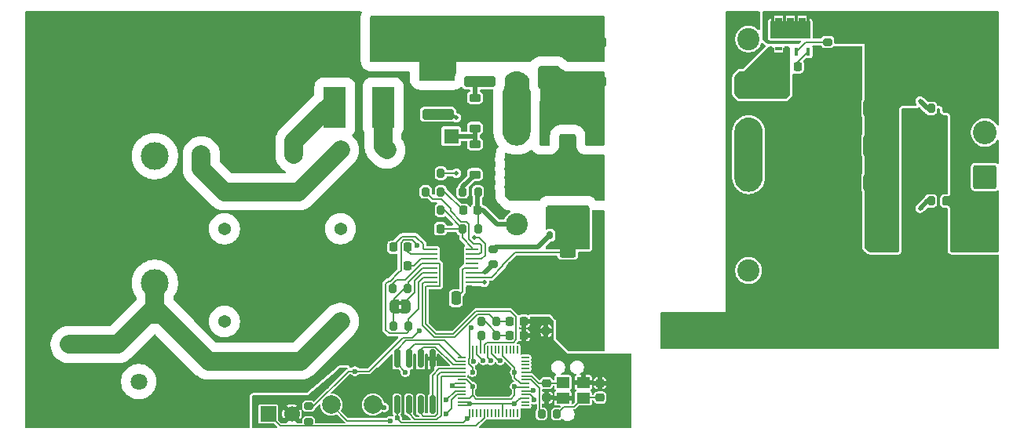
<source format=gbr>
%TF.GenerationSoftware,KiCad,Pcbnew,9.0.0-9.0.0-2~ubuntu24.04.1*%
%TF.CreationDate,2025-04-09T05:40:01-04:00*%
%TF.ProjectId,PSU,5053552e-6b69-4636-9164-5f7063625858,rev?*%
%TF.SameCoordinates,Original*%
%TF.FileFunction,Copper,L2,Bot*%
%TF.FilePolarity,Positive*%
%FSLAX46Y46*%
G04 Gerber Fmt 4.6, Leading zero omitted, Abs format (unit mm)*
G04 Created by KiCad (PCBNEW 9.0.0-9.0.0-2~ubuntu24.04.1) date 2025-04-09 05:40:01*
%MOMM*%
%LPD*%
G01*
G04 APERTURE LIST*
G04 Aperture macros list*
%AMRoundRect*
0 Rectangle with rounded corners*
0 $1 Rounding radius*
0 $2 $3 $4 $5 $6 $7 $8 $9 X,Y pos of 4 corners*
0 Add a 4 corners polygon primitive as box body*
4,1,4,$2,$3,$4,$5,$6,$7,$8,$9,$2,$3,0*
0 Add four circle primitives for the rounded corners*
1,1,$1+$1,$2,$3*
1,1,$1+$1,$4,$5*
1,1,$1+$1,$6,$7*
1,1,$1+$1,$8,$9*
0 Add four rect primitives between the rounded corners*
20,1,$1+$1,$2,$3,$4,$5,0*
20,1,$1+$1,$4,$5,$6,$7,0*
20,1,$1+$1,$6,$7,$8,$9,0*
20,1,$1+$1,$8,$9,$2,$3,0*%
%AMFreePoly0*
4,1,23,0.500000,-0.750000,0.000000,-0.750000,0.000000,-0.745722,-0.065263,-0.745722,-0.191342,-0.711940,-0.304381,-0.646677,-0.396677,-0.554381,-0.461940,-0.441342,-0.495722,-0.315263,-0.495722,-0.250000,-0.500000,-0.250000,-0.500000,0.250000,-0.495722,0.250000,-0.495722,0.315263,-0.461940,0.441342,-0.396677,0.554381,-0.304381,0.646677,-0.191342,0.711940,-0.065263,0.745722,0.000000,0.745722,
0.000000,0.750000,0.500000,0.750000,0.500000,-0.750000,0.500000,-0.750000,$1*%
%AMFreePoly1*
4,1,23,0.000000,0.745722,0.065263,0.745722,0.191342,0.711940,0.304381,0.646677,0.396677,0.554381,0.461940,0.441342,0.495722,0.315263,0.495722,0.250000,0.500000,0.250000,0.500000,-0.250000,0.495722,-0.250000,0.495722,-0.315263,0.461940,-0.441342,0.396677,-0.554381,0.304381,-0.646677,0.191342,-0.711940,0.065263,-0.745722,0.000000,-0.745722,0.000000,-0.750000,-0.500000,-0.750000,
-0.500000,0.750000,0.000000,0.750000,0.000000,0.745722,0.000000,0.745722,$1*%
G04 Aperture macros list end*
%TA.AperFunction,EtchedComponent*%
%ADD10C,0.000000*%
%TD*%
%TA.AperFunction,ComponentPad*%
%ADD11C,2.400000*%
%TD*%
%TA.AperFunction,ComponentPad*%
%ADD12C,1.800000*%
%TD*%
%TA.AperFunction,ComponentPad*%
%ADD13C,3.000000*%
%TD*%
%TA.AperFunction,ComponentPad*%
%ADD14R,1.600000X1.600000*%
%TD*%
%TA.AperFunction,ComponentPad*%
%ADD15C,1.600000*%
%TD*%
%TA.AperFunction,ComponentPad*%
%ADD16R,2.400000X2.400000*%
%TD*%
%TA.AperFunction,ComponentPad*%
%ADD17R,1.700000X1.700000*%
%TD*%
%TA.AperFunction,ComponentPad*%
%ADD18C,1.700000*%
%TD*%
%TA.AperFunction,ComponentPad*%
%ADD19C,2.000000*%
%TD*%
%TA.AperFunction,ComponentPad*%
%ADD20RoundRect,0.249999X1.025001X-1.025001X1.025001X1.025001X-1.025001X1.025001X-1.025001X-1.025001X0*%
%TD*%
%TA.AperFunction,ComponentPad*%
%ADD21C,2.550000*%
%TD*%
%TA.AperFunction,ComponentPad*%
%ADD22C,1.371600*%
%TD*%
%TA.AperFunction,SMDPad,CuDef*%
%ADD23C,2.000000*%
%TD*%
%TA.AperFunction,SMDPad,CuDef*%
%ADD24RoundRect,0.225000X-0.375000X0.225000X-0.375000X-0.225000X0.375000X-0.225000X0.375000X0.225000X0*%
%TD*%
%TA.AperFunction,SMDPad,CuDef*%
%ADD25RoundRect,0.152500X0.152500X-0.262500X0.152500X0.262500X-0.152500X0.262500X-0.152500X-0.262500X0*%
%TD*%
%TA.AperFunction,SMDPad,CuDef*%
%ADD26R,4.420000X0.540000*%
%TD*%
%TA.AperFunction,SMDPad,CuDef*%
%ADD27R,4.300000X2.200000*%
%TD*%
%TA.AperFunction,SMDPad,CuDef*%
%ADD28RoundRect,0.225000X0.225000X0.250000X-0.225000X0.250000X-0.225000X-0.250000X0.225000X-0.250000X0*%
%TD*%
%TA.AperFunction,SMDPad,CuDef*%
%ADD29RoundRect,0.250000X-0.650000X1.000000X-0.650000X-1.000000X0.650000X-1.000000X0.650000X1.000000X0*%
%TD*%
%TA.AperFunction,SMDPad,CuDef*%
%ADD30RoundRect,0.200000X-0.200000X-0.275000X0.200000X-0.275000X0.200000X0.275000X-0.200000X0.275000X0*%
%TD*%
%TA.AperFunction,SMDPad,CuDef*%
%ADD31RoundRect,0.250000X-1.450000X0.312500X-1.450000X-0.312500X1.450000X-0.312500X1.450000X0.312500X0*%
%TD*%
%TA.AperFunction,SMDPad,CuDef*%
%ADD32RoundRect,0.225000X-0.225000X-0.250000X0.225000X-0.250000X0.225000X0.250000X-0.225000X0.250000X0*%
%TD*%
%TA.AperFunction,SMDPad,CuDef*%
%ADD33RoundRect,0.200000X0.200000X0.275000X-0.200000X0.275000X-0.200000X-0.275000X0.200000X-0.275000X0*%
%TD*%
%TA.AperFunction,SMDPad,CuDef*%
%ADD34RoundRect,0.225000X0.375000X-0.225000X0.375000X0.225000X-0.375000X0.225000X-0.375000X-0.225000X0*%
%TD*%
%TA.AperFunction,SMDPad,CuDef*%
%ADD35RoundRect,0.250000X-0.625000X0.312500X-0.625000X-0.312500X0.625000X-0.312500X0.625000X0.312500X0*%
%TD*%
%TA.AperFunction,SMDPad,CuDef*%
%ADD36RoundRect,0.200000X-0.275000X0.200000X-0.275000X-0.200000X0.275000X-0.200000X0.275000X0.200000X0*%
%TD*%
%TA.AperFunction,SMDPad,CuDef*%
%ADD37FreePoly0,180.000000*%
%TD*%
%TA.AperFunction,SMDPad,CuDef*%
%ADD38FreePoly1,180.000000*%
%TD*%
%TA.AperFunction,SMDPad,CuDef*%
%ADD39RoundRect,0.050000X-0.050000X0.387500X-0.050000X-0.387500X0.050000X-0.387500X0.050000X0.387500X0*%
%TD*%
%TA.AperFunction,SMDPad,CuDef*%
%ADD40RoundRect,0.050000X-0.387500X0.050000X-0.387500X-0.050000X0.387500X-0.050000X0.387500X0.050000X0*%
%TD*%
%TA.AperFunction,HeatsinkPad*%
%ADD41R,3.200000X3.200000*%
%TD*%
%TA.AperFunction,SMDPad,CuDef*%
%ADD42RoundRect,0.250000X0.312500X0.625000X-0.312500X0.625000X-0.312500X-0.625000X0.312500X-0.625000X0*%
%TD*%
%TA.AperFunction,SMDPad,CuDef*%
%ADD43RoundRect,0.250000X0.325000X0.650000X-0.325000X0.650000X-0.325000X-0.650000X0.325000X-0.650000X0*%
%TD*%
%TA.AperFunction,SMDPad,CuDef*%
%ADD44R,0.457200X0.889000*%
%TD*%
%TA.AperFunction,SMDPad,CuDef*%
%ADD45RoundRect,0.250000X1.000000X0.900000X-1.000000X0.900000X-1.000000X-0.900000X1.000000X-0.900000X0*%
%TD*%
%TA.AperFunction,SMDPad,CuDef*%
%ADD46RoundRect,0.225000X0.250000X-0.225000X0.250000X0.225000X-0.250000X0.225000X-0.250000X-0.225000X0*%
%TD*%
%TA.AperFunction,SMDPad,CuDef*%
%ADD47R,2.400000X4.400000*%
%TD*%
%TA.AperFunction,SMDPad,CuDef*%
%ADD48R,1.333500X0.279400*%
%TD*%
%TA.AperFunction,SMDPad,CuDef*%
%ADD49R,1.752600X2.946400*%
%TD*%
%TA.AperFunction,SMDPad,CuDef*%
%ADD50RoundRect,0.150000X-0.150000X0.825000X-0.150000X-0.825000X0.150000X-0.825000X0.150000X0.825000X0*%
%TD*%
%TA.AperFunction,SMDPad,CuDef*%
%ADD51RoundRect,0.225000X-0.250000X0.225000X-0.250000X-0.225000X0.250000X-0.225000X0.250000X0.225000X0*%
%TD*%
%TA.AperFunction,SMDPad,CuDef*%
%ADD52RoundRect,0.250000X-0.250000X-0.475000X0.250000X-0.475000X0.250000X0.475000X-0.250000X0.475000X0*%
%TD*%
%TA.AperFunction,SMDPad,CuDef*%
%ADD53R,1.400000X1.200000*%
%TD*%
%TA.AperFunction,SMDPad,CuDef*%
%ADD54RoundRect,0.250000X0.900000X-1.000000X0.900000X1.000000X-0.900000X1.000000X-0.900000X-1.000000X0*%
%TD*%
%TA.AperFunction,SMDPad,CuDef*%
%ADD55RoundRect,0.200000X0.275000X-0.200000X0.275000X0.200000X-0.275000X0.200000X-0.275000X-0.200000X0*%
%TD*%
%TA.AperFunction,ViaPad*%
%ADD56C,0.600000*%
%TD*%
%TA.AperFunction,ViaPad*%
%ADD57C,0.508000*%
%TD*%
%TA.AperFunction,Conductor*%
%ADD58C,0.500000*%
%TD*%
%TA.AperFunction,Conductor*%
%ADD59C,0.200000*%
%TD*%
%TA.AperFunction,Conductor*%
%ADD60C,0.152400*%
%TD*%
%TA.AperFunction,Conductor*%
%ADD61C,2.000000*%
%TD*%
G04 APERTURE END LIST*
D10*
%TA.AperFunction,EtchedComponent*%
%TO.C,JP2*%
G36*
X135171168Y-116236498D02*
G01*
X134671168Y-116236498D01*
X134671168Y-115836498D01*
X135171168Y-115836498D01*
X135171168Y-116236498D01*
G37*
%TD.AperFunction*%
%TA.AperFunction,EtchedComponent*%
G36*
X135171168Y-117036498D02*
G01*
X134671168Y-117036498D01*
X134671168Y-116636498D01*
X135171168Y-116636498D01*
X135171168Y-117036498D01*
G37*
%TD.AperFunction*%
%TA.AperFunction,EtchedComponent*%
%TO.C,U2*%
G36*
X176136400Y-88744499D02*
G01*
X175323600Y-88744499D01*
X175323600Y-88405499D01*
X176136400Y-88405499D01*
X176136400Y-88744499D01*
G37*
%TD.AperFunction*%
%TA.AperFunction,EtchedComponent*%
G36*
X176136400Y-85594501D02*
G01*
X176593600Y-85594501D01*
X176593600Y-85255501D01*
X177406400Y-85255501D01*
X177406400Y-85594501D01*
X177863600Y-85594501D01*
X177863600Y-85255501D01*
X178676400Y-85255501D01*
X178676400Y-85594501D01*
X179133600Y-85594501D01*
X179133600Y-87399501D01*
X174866400Y-87399501D01*
X174866400Y-85594501D01*
X175323600Y-85594501D01*
X175323600Y-85255501D01*
X176136400Y-85255501D01*
X176136400Y-85594501D01*
G37*
%TD.AperFunction*%
%TD*%
D11*
%TO.P,T1,1*%
%TO.N,/LED_Driver_AC-DC/VHV*%
X147500000Y-87500000D03*
%TO.P,T1,2*%
%TO.N,/LED_Driver_AC-DC/PRIMARY_TIE*%
X147500000Y-92500000D03*
%TO.P,T1,3*%
X147500000Y-97500000D03*
%TO.P,T1,4*%
%TO.N,/LED_Driver_AC-DC/DRAIN*%
X147500000Y-102500000D03*
%TO.P,T1,5*%
%TO.N,Net-(C21-Pad2)*%
X147500000Y-107500000D03*
%TO.P,T1,6*%
%TO.N,GNDPWR*%
X147500000Y-112500000D03*
%TO.P,T1,7*%
%TO.N,N/C*%
X172500000Y-112500000D03*
%TO.P,T1,8*%
%TO.N,/DC-*%
X172500000Y-107500000D03*
%TO.P,T1,9*%
%TO.N,Net-(T1-Pad10)*%
X172500000Y-102500000D03*
%TO.P,T1,10*%
X172500000Y-97500000D03*
%TO.P,T1,11*%
%TO.N,Net-(C4-Pad1)*%
X172500000Y-92500000D03*
%TO.P,T1,12*%
%TO.N,N/C*%
X172500000Y-87500000D03*
%TD*%
D12*
%TO.P,RV1,1*%
%TO.N,/AC+*%
X106750000Y-124500000D03*
%TO.P,RV1,2*%
%TO.N,/AC-*%
X99250000Y-120500000D03*
%TD*%
D13*
%TO.P,J1,1,L*%
%TO.N,/AC+*%
X108500000Y-100150000D03*
%TO.P,J1,2,N*%
%TO.N,/AC-*%
X108500000Y-113850000D03*
%TO.P,J1,3,PE*%
%TO.N,GNDPWR*%
X108500000Y-107000000D03*
%TD*%
D11*
%TO.P,C2,1*%
%TO.N,/LED_Driver_AC-DC/VHV*%
X139500000Y-89000000D03*
%TO.P,C2,2*%
%TO.N,GNDPWR*%
X124500000Y-89000000D03*
%TD*%
D14*
%TO.P,C3,1*%
%TO.N,/LED_Driver_AC-DC/VIN*%
X140455113Y-98000000D03*
D15*
%TO.P,C3,2*%
%TO.N,GNDPWR*%
X138455113Y-98000000D03*
%TD*%
D16*
%TO.P,C11,1*%
%TO.N,/DC+*%
X186323959Y-109000000D03*
D11*
%TO.P,C11,2*%
%TO.N,/DC-*%
X181323959Y-109000000D03*
%TD*%
D16*
%TO.P,C10,1*%
%TO.N,/DC+*%
X186323959Y-91000000D03*
D11*
%TO.P,C10,2*%
%TO.N,/DC-*%
X181323959Y-91000000D03*
%TD*%
D17*
%TO.P,J4,1,Pin_1*%
%TO.N,/Microcontroller/TEMP_SENSE*%
X120725000Y-128000000D03*
D18*
%TO.P,J4,2,Pin_2*%
%TO.N,GND*%
X123265000Y-128000000D03*
%TD*%
D19*
%TO.P,C1,1*%
%TO.N,/LED_Driver_AC-DC/AC_EMI+*%
X113500000Y-100000000D03*
%TO.P,C1,2*%
%TO.N,/LED_Driver_AC-DC/AC_EMI-*%
X123500000Y-100000000D03*
%TD*%
D20*
%TO.P,J6,1,Pin_1*%
%TO.N,/LED_A*%
X198000000Y-102400000D03*
D21*
%TO.P,J6,2,Pin_2*%
%TO.N,/LED_B*%
X198000000Y-97600000D03*
%TD*%
D12*
%TO.P,L1,1*%
%TO.N,/LED_Driver_AC-DC/AC_Filter+*%
X133500000Y-99500000D03*
%TO.P,L1,2*%
%TO.N,/LED_Driver_AC-DC/AC_EMI+*%
X128500000Y-99500000D03*
%TD*%
D22*
%TO.P,FL1,1,1*%
%TO.N,/AC-*%
X128500000Y-118000000D03*
%TO.P,FL1,2,2*%
%TO.N,/AC+*%
X116000000Y-118000000D03*
%TO.P,FL1,3,3*%
%TO.N,/LED_Driver_AC-DC/AC_EMI+*%
X116000000Y-108000000D03*
%TO.P,FL1,4,4*%
%TO.N,/LED_Driver_AC-DC/AC_EMI-*%
X128500000Y-108000000D03*
%TD*%
D19*
%TO.P,C20,1*%
%TO.N,GNDPWR*%
X155000000Y-119000000D03*
%TO.P,C20,2*%
%TO.N,/DC-*%
X165000000Y-119000000D03*
%TD*%
D23*
%TO.P,TP2,1,1*%
%TO.N,/Microcontroller/USB_DM_in*%
X132000000Y-127000000D03*
%TD*%
D24*
%TO.P,D5,1,K*%
%TO.N,/LED_Driver_AC-DC/VIN*%
X143000000Y-98850000D03*
%TO.P,D5,2,A*%
%TO.N,Net-(D5-A)*%
X143000000Y-102150000D03*
%TD*%
D25*
%TO.P,Q1,1,S*%
%TO.N,/LED_Driver_AC-DC/SENSE*%
X154905000Y-108690000D03*
%TO.P,Q1,2,S*%
X153640000Y-108690000D03*
%TO.P,Q1,3,SS*%
X152370000Y-108690000D03*
%TO.P,Q1,4,G*%
%TO.N,/LED_Driver_AC-DC/GATE*%
X151100000Y-108690000D03*
%TO.P,Q1,5,D*%
%TO.N,/LED_Driver_AC-DC/DRAIN*%
X151095000Y-103010000D03*
%TO.P,Q1,6,D*%
X152365000Y-103010000D03*
%TO.P,Q1,7,D*%
X153635000Y-103010000D03*
D26*
%TO.P,Q1,8,D*%
X153000000Y-103280000D03*
D25*
X154905000Y-103010000D03*
D27*
%TO.P,Q1,9,S*%
%TO.N,/LED_Driver_AC-DC/SENSE*%
X153000000Y-106550000D03*
%TD*%
D28*
%TO.P,C7,1*%
%TO.N,Net-(U1-CT)*%
X135775000Y-112000000D03*
%TO.P,C7,2*%
%TO.N,GNDPWR*%
X134225000Y-112000000D03*
%TD*%
D29*
%TO.P,D4,1,K*%
%TO.N,/LED_Driver_AC-DC/FREEWHEEL*%
X153000000Y-95000000D03*
%TO.P,D4,2,A*%
%TO.N,/LED_Driver_AC-DC/DRAIN*%
X153000000Y-99000000D03*
%TD*%
D30*
%TO.P,R37,1*%
%TO.N,Net-(C36-Pad1)*%
X143675000Y-118000000D03*
%TO.P,R37,2*%
%TO.N,/DIM*%
X145325000Y-118000000D03*
%TD*%
D31*
%TO.P,R32,1*%
%TO.N,/LED_Driver_AC-DC/VHV*%
X155500000Y-87862500D03*
%TO.P,R32,2*%
%TO.N,/LED_Driver_AC-DC/FREEWHEEL*%
X155500000Y-92137500D03*
%TD*%
D32*
%TO.P,C36,1*%
%TO.N,Net-(C36-Pad1)*%
X146725000Y-119500000D03*
%TO.P,C36,2*%
%TO.N,GND*%
X148275000Y-119500000D03*
%TD*%
D33*
%TO.P,R23,1*%
%TO.N,/LED_Driver_AC-DC/VINSENSE*%
X139325000Y-102000000D03*
%TO.P,R23,2*%
%TO.N,GNDPWR*%
X137675000Y-102000000D03*
%TD*%
D28*
%TO.P,C6,1*%
%TO.N,Net-(U1-COMP+)*%
X135775000Y-110000000D03*
%TO.P,C6,2*%
%TO.N,Net-(U1-COMP-)*%
X134225000Y-110000000D03*
%TD*%
D32*
%TO.P,C37,1*%
%TO.N,/DIM*%
X146725000Y-118000000D03*
%TO.P,C37,2*%
%TO.N,GND*%
X148275000Y-118000000D03*
%TD*%
D30*
%TO.P,R7,1*%
%TO.N,/LED_Driver_AC-DC/DCM*%
X137675000Y-104000000D03*
%TO.P,R7,2*%
%TO.N,Net-(C21-Pad1)*%
X139325000Y-104000000D03*
%TD*%
D23*
%TO.P,TP1,1,1*%
%TO.N,/Microcontroller/USB_DP_in*%
X127500000Y-127000000D03*
%TD*%
D30*
%TO.P,R5,1*%
%TO.N,Net-(D5-A)*%
X141675000Y-104000000D03*
%TO.P,R5,2*%
%TO.N,Net-(C21-Pad2)*%
X143325000Y-104000000D03*
%TD*%
D34*
%TO.P,D8,1,K*%
%TO.N,/LED_Driver_AC-DC/VIN*%
X143000000Y-97150000D03*
%TO.P,D8,2,A*%
%TO.N,Net-(D8-A)*%
X143000000Y-93850000D03*
%TD*%
D35*
%TO.P,R8,1*%
%TO.N,/LED_Driver_AC-DC/SENSE*%
X153000000Y-110537500D03*
%TO.P,R8,2*%
%TO.N,GNDPWR*%
X153000000Y-113462500D03*
%TD*%
D30*
%TO.P,R26,1*%
%TO.N,/LED_Driver_AC-DC/VREF*%
X134175000Y-118500000D03*
%TO.P,R26,2*%
%TO.N,/LED_Driver_AC-DC/CTRL2*%
X135825000Y-118500000D03*
%TD*%
%TO.P,R4,1*%
%TO.N,GNDPWR*%
X137675000Y-106000000D03*
%TO.P,R4,2*%
%TO.N,/LED_Driver_AC-DC/FB*%
X139325000Y-106000000D03*
%TD*%
D31*
%TO.P,R1,1*%
%TO.N,/LED_Driver_AC-DC/VHV*%
X143500000Y-87862500D03*
%TO.P,R1,2*%
%TO.N,Net-(D8-A)*%
X143500000Y-92137500D03*
%TD*%
D33*
%TO.P,R6,1*%
%TO.N,/DC+*%
X193825000Y-105000000D03*
%TO.P,R6,2*%
%TO.N,Net-(D6-K)*%
X192175000Y-105000000D03*
%TD*%
D36*
%TO.P,R38,1*%
%TO.N,+3V3*%
X125045000Y-127175000D03*
%TO.P,R38,2*%
%TO.N,/Microcontroller/TEMP_SENSE*%
X125045000Y-128825000D03*
%TD*%
D37*
%TO.P,JP2,1,A*%
%TO.N,/LED_Driver_AC-DC/CRTL3*%
X135571168Y-116436498D03*
D38*
%TO.P,JP2,2,B*%
%TO.N,/LED_Driver_AC-DC/VREF*%
X134271168Y-116436498D03*
%TD*%
D32*
%TO.P,C4,1*%
%TO.N,Net-(C4-Pad1)*%
X176225000Y-90500000D03*
%TO.P,C4,2*%
%TO.N,Net-(U2-VDD)*%
X177775000Y-90500000D03*
%TD*%
D39*
%TO.P,U7,1,IOVDD*%
%TO.N,+3V3*%
X142400000Y-121062500D03*
%TO.P,U7,2,GPIO0*%
%TO.N,/Microcontroller/SDA*%
X142800001Y-121062500D03*
%TO.P,U7,3,GPIO1*%
%TO.N,/Microcontroller/SCL*%
X143200000Y-121062500D03*
%TO.P,U7,4,GPIO2*%
%TO.N,/Microcontroller/PWM_DIM*%
X143600000Y-121062500D03*
%TO.P,U7,5,GPIO3*%
%TO.N,/~{FAULT}*%
X144000000Y-121062500D03*
%TO.P,U7,6,GPIO4*%
%TO.N,/DIR_A*%
X144399999Y-121062500D03*
%TO.P,U7,7,GPIO5*%
%TO.N,/DIR_B*%
X144800000Y-121062500D03*
%TO.P,U7,8,GPIO6*%
%TO.N,unconnected-(U7-GPIO6-Pad8)*%
X145200000Y-121062500D03*
%TO.P,U7,9,GPIO7*%
%TO.N,unconnected-(U7-GPIO7-Pad9)*%
X145600001Y-121062500D03*
%TO.P,U7,10,IOVDD*%
%TO.N,+3V3*%
X146000000Y-121062500D03*
%TO.P,U7,11,GPIO8*%
%TO.N,unconnected-(U7-GPIO8-Pad11)*%
X146400000Y-121062500D03*
%TO.P,U7,12,GPIO9*%
%TO.N,unconnected-(U7-GPIO9-Pad12)*%
X146800000Y-121062500D03*
%TO.P,U7,13,GPIO10*%
%TO.N,unconnected-(U7-GPIO10-Pad13)*%
X147199999Y-121062500D03*
%TO.P,U7,14,GPIO11*%
%TO.N,unconnected-(U7-GPIO11-Pad14)*%
X147600000Y-121062500D03*
D40*
%TO.P,U7,15,GPIO12*%
%TO.N,unconnected-(U7-GPIO12-Pad15)*%
X148437500Y-121900000D03*
%TO.P,U7,16,GPIO13*%
%TO.N,unconnected-(U7-GPIO13-Pad16)*%
X148437500Y-122300001D03*
%TO.P,U7,17,GPIO14*%
%TO.N,unconnected-(U7-GPIO14-Pad17)*%
X148437500Y-122700000D03*
%TO.P,U7,18,GPIO15*%
%TO.N,unconnected-(U7-GPIO15-Pad18)*%
X148437500Y-123100000D03*
%TO.P,U7,19,TESTEN*%
%TO.N,GND*%
X148437500Y-123500000D03*
%TO.P,U7,20,XIN*%
%TO.N,/Microcontroller/XIN*%
X148437500Y-123899999D03*
%TO.P,U7,21,XOUT*%
%TO.N,/Microcontroller/XOUT*%
X148437500Y-124300000D03*
%TO.P,U7,22,IOVDD*%
%TO.N,+3V3*%
X148437500Y-124700000D03*
%TO.P,U7,23,DVDD*%
%TO.N,+1V1*%
X148437500Y-125100001D03*
%TO.P,U7,24,SWCLK*%
%TO.N,/Microcontroller/SWCLK*%
X148437500Y-125500000D03*
%TO.P,U7,25,SWD*%
%TO.N,/Microcontroller/SWDIO*%
X148437500Y-125900000D03*
%TO.P,U7,26,RUN*%
%TO.N,+3V3*%
X148437500Y-126300000D03*
%TO.P,U7,27,GPIO16*%
%TO.N,unconnected-(U7-GPIO16-Pad27)*%
X148437500Y-126699999D03*
%TO.P,U7,28,GPIO17*%
%TO.N,unconnected-(U7-GPIO17-Pad28)*%
X148437500Y-127100000D03*
D39*
%TO.P,U7,29,GPIO18*%
%TO.N,unconnected-(U7-GPIO18-Pad29)*%
X147600000Y-127937500D03*
%TO.P,U7,30,GPIO19*%
%TO.N,unconnected-(U7-GPIO19-Pad30)*%
X147199999Y-127937500D03*
%TO.P,U7,31,GPIO20*%
%TO.N,unconnected-(U7-GPIO20-Pad31)*%
X146800000Y-127937500D03*
%TO.P,U7,32,GPIO21*%
%TO.N,unconnected-(U7-GPIO21-Pad32)*%
X146400000Y-127937500D03*
%TO.P,U7,33,IOVDD*%
%TO.N,+3V3*%
X146000000Y-127937500D03*
%TO.P,U7,34,GPIO22*%
%TO.N,unconnected-(U7-GPIO22-Pad34)*%
X145600001Y-127937500D03*
%TO.P,U7,35,GPIO23*%
%TO.N,unconnected-(U7-GPIO23-Pad35)*%
X145200000Y-127937500D03*
%TO.P,U7,36,GPIO24*%
%TO.N,unconnected-(U7-GPIO24-Pad36)*%
X144800000Y-127937500D03*
%TO.P,U7,37,GPIO25*%
%TO.N,unconnected-(U7-GPIO25-Pad37)*%
X144399999Y-127937500D03*
%TO.P,U7,38,GPIO26_ADC0*%
%TO.N,/Microcontroller/TEMP_SENSE*%
X144000000Y-127937500D03*
%TO.P,U7,39,GPIO27_ADC1*%
%TO.N,unconnected-(U7-GPIO27_ADC1-Pad39)*%
X143600000Y-127937500D03*
%TO.P,U7,40,GPIO28_ADC2*%
%TO.N,unconnected-(U7-GPIO28_ADC2-Pad40)*%
X143200000Y-127937500D03*
%TO.P,U7,41,GPIO29_ADC3*%
%TO.N,unconnected-(U7-GPIO29_ADC3-Pad41)*%
X142800001Y-127937500D03*
%TO.P,U7,42,IOVDD*%
%TO.N,+3V3*%
X142400000Y-127937500D03*
D40*
%TO.P,U7,43,ADC_AVDD*%
X141562500Y-127100000D03*
%TO.P,U7,44,VREG_IN*%
X141562500Y-126699999D03*
%TO.P,U7,45,VREG_VOUT*%
%TO.N,+1V1*%
X141562500Y-126300000D03*
%TO.P,U7,46,USB_DM*%
%TO.N,/Microcontroller/USB_DM*%
X141562500Y-125900000D03*
%TO.P,U7,47,USB_DP*%
%TO.N,/Microcontroller/USB_DP*%
X141562500Y-125500000D03*
%TO.P,U7,48,USB_VDD*%
%TO.N,+3V3*%
X141562500Y-125100001D03*
%TO.P,U7,49,IOVDD*%
X141562500Y-124700000D03*
%TO.P,U7,50,DVDD*%
%TO.N,+1V1*%
X141562500Y-124300000D03*
%TO.P,U7,51,QSPI_SD3*%
%TO.N,/Microcontroller/QSPI_IO3*%
X141562500Y-123899999D03*
%TO.P,U7,52,QSPI_SCLK*%
%TO.N,/Microcontroller/QSPI_CLK*%
X141562500Y-123500000D03*
%TO.P,U7,53,QSPI_SD0*%
%TO.N,/Microcontroller/QSPI_IO0*%
X141562500Y-123100000D03*
%TO.P,U7,54,QSPI_SD2*%
%TO.N,/Microcontroller/QSPI_IO2*%
X141562500Y-122700000D03*
%TO.P,U7,55,QSPI_SD1*%
%TO.N,/Microcontroller/QSPI_IO1*%
X141562500Y-122300001D03*
%TO.P,U7,56,QSPI_SS*%
%TO.N,/Microcontroller/QSPI_~{CS}*%
X141562500Y-121900000D03*
D41*
%TO.P,U7,57,GND*%
%TO.N,GND*%
X145000000Y-124500000D03*
%TD*%
D32*
%TO.P,C9,1*%
%TO.N,GNDPWR*%
X137725000Y-108000000D03*
%TO.P,C9,2*%
%TO.N,/LED_Driver_AC-DC/FB*%
X139275000Y-108000000D03*
%TD*%
D42*
%TO.P,R27,1*%
%TO.N,/DC+*%
X185462500Y-95000000D03*
%TO.P,R27,2*%
%TO.N,/DC-*%
X182537500Y-95000000D03*
%TD*%
D43*
%TO.P,C23,1*%
%TO.N,/DC+*%
X185475000Y-103000000D03*
%TO.P,C23,2*%
%TO.N,/DC-*%
X182525000Y-103000000D03*
%TD*%
D44*
%TO.P,U2,1,VDD*%
%TO.N,Net-(U2-VDD)*%
X178905000Y-88849999D03*
%TO.P,U2,2,SENSE*%
%TO.N,Net-(U2-SENSE)*%
X177635000Y-88849999D03*
%TO.P,U2,3,VS*%
%TO.N,Net-(C4-Pad1)*%
X176365000Y-88849999D03*
%TO.P,U2,4,VS*%
X175095000Y-88849999D03*
%TO.P,U2,5,VD*%
%TO.N,/DC+*%
X175095000Y-85150001D03*
%TO.P,U2,6,VD*%
X176365000Y-85150001D03*
%TO.P,U2,7,VD*%
X177635000Y-85150001D03*
%TO.P,U2,8,VD*%
X178905000Y-85150001D03*
%TD*%
D32*
%TO.P,C21,1*%
%TO.N,Net-(C21-Pad1)*%
X141725000Y-106000000D03*
%TO.P,C21,2*%
%TO.N,Net-(C21-Pad2)*%
X143275000Y-106000000D03*
%TD*%
D45*
%TO.P,D9,1,A1*%
%TO.N,/DC+*%
X186150000Y-99000000D03*
%TO.P,D9,2,A2*%
%TO.N,/DC-*%
X181850000Y-99000000D03*
%TD*%
D46*
%TO.P,C35,1*%
%TO.N,/Microcontroller/XOUT_drive*%
X156488368Y-126223838D03*
%TO.P,C35,2*%
%TO.N,GND*%
X156488368Y-124673838D03*
%TD*%
D47*
%TO.P,D1,1,+*%
%TO.N,/LED_Driver_AC-DC/VHV*%
X133100000Y-87150000D03*
%TO.P,D1,2*%
%TO.N,/LED_Driver_AC-DC/AC_Filter+*%
X133100000Y-94850000D03*
%TO.P,D1,3*%
%TO.N,/LED_Driver_AC-DC/AC_EMI-*%
X127900000Y-94850000D03*
%TO.P,D1,4,-*%
%TO.N,GNDPWR*%
X127900000Y-87150000D03*
%TD*%
D31*
%TO.P,R10,1*%
%TO.N,/LED_Driver_AC-DC/VHV*%
X139000000Y-91362500D03*
%TO.P,R10,2*%
%TO.N,/LED_Driver_AC-DC/VINSENSE*%
X139000000Y-95637500D03*
%TD*%
D48*
%TO.P,U1,1,CTRL1*%
%TO.N,/DIM*%
X138283850Y-113751330D03*
%TO.P,U1,2,CTRL2*%
%TO.N,/LED_Driver_AC-DC/CTRL2*%
X138283850Y-113250950D03*
%TO.P,U1,3,CTRL3*%
%TO.N,/LED_Driver_AC-DC/CRTL3*%
X138283850Y-112750570D03*
%TO.P,U1,4,VREF*%
%TO.N,/LED_Driver_AC-DC/VREF*%
X138283850Y-112250190D03*
%TO.P,U1,5,\u002AFAULT*%
%TO.N,/~{FAULT}*%
X138283850Y-111749810D03*
%TO.P,U1,6,CT*%
%TO.N,Net-(U1-CT)*%
X138283850Y-111249430D03*
%TO.P,U1,7,COMP+*%
%TO.N,Net-(U1-COMP+)*%
X138283850Y-110749050D03*
%TO.P,U1,8,COMP-*%
%TO.N,Net-(U1-COMP-)*%
X138283850Y-110248670D03*
%TO.P,U1,9,FB*%
%TO.N,/LED_Driver_AC-DC/FB*%
X142716150Y-110248670D03*
%TO.P,U1,10,DCM*%
%TO.N,/LED_Driver_AC-DC/DCM*%
X142716150Y-110749050D03*
%TO.P,U1,11,VIN*%
%TO.N,/LED_Driver_AC-DC/VIN*%
X142716150Y-111249430D03*
%TO.P,U1,12,NC*%
%TO.N,unconnected-(U1-NC-Pad12)*%
X142716150Y-111749810D03*
%TO.P,U1,13,INTVCC*%
%TO.N,Net-(U1-INTVCC)*%
X142716150Y-112250190D03*
%TO.P,U1,14,GATE*%
%TO.N,Net-(U1-GATE)*%
X142716150Y-112750570D03*
%TO.P,U1,15,SENSE*%
%TO.N,/LED_Driver_AC-DC/SENSE*%
X142716150Y-113250950D03*
%TO.P,U1,16,VIN_SENSE*%
%TO.N,/LED_Driver_AC-DC/VINSENSE*%
X142716150Y-113751330D03*
D49*
%TO.P,U1,EPAD,EPAD*%
%TO.N,GNDPWR*%
X140500000Y-112000000D03*
%TD*%
D50*
%TO.P,U9,1,~{CS}*%
%TO.N,/Microcontroller/QSPI_~{CS}*%
X134595000Y-122025000D03*
%TO.P,U9,2,MISO*%
%TO.N,/Microcontroller/QSPI_IO1*%
X135865000Y-122025000D03*
%TO.P,U9,3,~{WP}*%
%TO.N,/Microcontroller/QSPI_IO2*%
X137135000Y-122025000D03*
%TO.P,U9,4,GND*%
%TO.N,GND*%
X138405000Y-122025000D03*
%TO.P,U9,5,MOSI*%
%TO.N,/Microcontroller/QSPI_IO0*%
X138405000Y-126975000D03*
%TO.P,U9,6,SCK*%
%TO.N,/Microcontroller/QSPI_CLK*%
X137135000Y-126975000D03*
%TO.P,U9,7,~{HOLD}*%
%TO.N,/Microcontroller/QSPI_IO3*%
X135865000Y-126975000D03*
%TO.P,U9,8,VCC*%
%TO.N,+3V3*%
X134595000Y-126975000D03*
%TD*%
D51*
%TO.P,C26,1*%
%TO.N,/Microcontroller/XIN*%
X150700000Y-124673838D03*
%TO.P,C26,2*%
%TO.N,GND*%
X150700000Y-126223838D03*
%TD*%
D33*
%TO.P,R29,1*%
%TO.N,/Microcontroller/XOUT_drive*%
X151825000Y-128000000D03*
%TO.P,R29,2*%
%TO.N,/Microcontroller/XOUT*%
X150175000Y-128000000D03*
%TD*%
%TO.P,R12,1*%
%TO.N,/DC+*%
X193825000Y-95000000D03*
%TO.P,R12,2*%
%TO.N,Net-(D10-K)*%
X192175000Y-95000000D03*
%TD*%
D52*
%TO.P,C8,1*%
%TO.N,GNDPWR*%
X139050000Y-115500000D03*
%TO.P,C8,2*%
%TO.N,Net-(U1-INTVCC)*%
X140950000Y-115500000D03*
%TD*%
D30*
%TO.P,R18,1*%
%TO.N,/~{FAULT}*%
X134096168Y-114436498D03*
%TO.P,R18,2*%
%TO.N,/LED_Driver_AC-DC/VREF*%
X135746168Y-114436498D03*
%TD*%
D53*
%TO.P,Y1,1,1*%
%TO.N,/Microcontroller/XIN*%
X152500000Y-124598838D03*
%TO.P,Y1,2,2*%
%TO.N,GND*%
X154700000Y-124598838D03*
%TO.P,Y1,3,3*%
%TO.N,/Microcontroller/XOUT_drive*%
X154700000Y-126298838D03*
%TO.P,Y1,4,4*%
%TO.N,GND*%
X152500000Y-126298838D03*
%TD*%
D30*
%TO.P,R28,1*%
%TO.N,GND*%
X150675000Y-119000000D03*
%TO.P,R28,2*%
%TO.N,GNDPWR*%
X152325000Y-119000000D03*
%TD*%
D54*
%TO.P,D3,1,A1*%
%TO.N,/LED_Driver_AC-DC/FREEWHEEL*%
X151000000Y-91650000D03*
%TO.P,D3,2,A2*%
%TO.N,/LED_Driver_AC-DC/VHV*%
X151000000Y-87350000D03*
%TD*%
D36*
%TO.P,R2,1*%
%TO.N,/DC+*%
X181000000Y-86175000D03*
%TO.P,R2,2*%
%TO.N,Net-(U2-SENSE)*%
X181000000Y-87825000D03*
%TD*%
D30*
%TO.P,R36,1*%
%TO.N,/Microcontroller/PWM_DIM*%
X143675000Y-119500000D03*
%TO.P,R36,2*%
%TO.N,Net-(C36-Pad1)*%
X145325000Y-119500000D03*
%TD*%
D55*
%TO.P,R25,1*%
%TO.N,Net-(U1-GATE)*%
X145000000Y-111825000D03*
%TO.P,R25,2*%
%TO.N,/LED_Driver_AC-DC/GATE*%
X145000000Y-110175000D03*
%TD*%
D30*
%TO.P,R3,1*%
%TO.N,/LED_Driver_AC-DC/FB*%
X141675000Y-108000000D03*
%TO.P,R3,2*%
%TO.N,Net-(C21-Pad2)*%
X143325000Y-108000000D03*
%TD*%
D56*
%TO.N,GND*%
X146000000Y-123500000D03*
X154605700Y-124598838D03*
X137000000Y-125500000D03*
X145000000Y-124500000D03*
X150500000Y-120000000D03*
X130000000Y-127000000D03*
X144000000Y-124500000D03*
X132000000Y-124000000D03*
X136000000Y-125500000D03*
X144000000Y-123500000D03*
X146000000Y-125500000D03*
X133000000Y-123000000D03*
X137000000Y-124500000D03*
X150000000Y-129000000D03*
X149500000Y-119000000D03*
X133000000Y-124000000D03*
X148500000Y-121000000D03*
X145000000Y-125500000D03*
X134000000Y-124000000D03*
X153000000Y-123498836D03*
X145000000Y-129000000D03*
X146000000Y-124500000D03*
X149000000Y-129000000D03*
X144000000Y-125500000D03*
X145000000Y-123500000D03*
X147000000Y-129000000D03*
X139400000Y-122400000D03*
X150500000Y-118000000D03*
X129000000Y-127000000D03*
X126000000Y-126000000D03*
X130000000Y-128000000D03*
X127000000Y-125000000D03*
X146000000Y-129000000D03*
X136000000Y-124500000D03*
X148000000Y-129000000D03*
X151000000Y-129000000D03*
X133300000Y-125700000D03*
D57*
%TO.N,/LED_Driver_AC-DC/VIN*%
X142964760Y-108909939D03*
%TO.N,/LED_Driver_AC-DC/VINSENSE*%
X141000000Y-102000000D03*
X141000000Y-96000000D03*
X144000000Y-113804950D03*
D56*
%TO.N,/LED_Driver_AC-DC/CTRL2*%
X136725000Y-109802936D03*
%TO.N,+3V3*%
X130060424Y-123402600D03*
X147275000Y-123500000D03*
X142595529Y-118652025D03*
X134626572Y-128446410D03*
X142725000Y-123500000D03*
X147275000Y-126900000D03*
X137000000Y-118997600D03*
X142400000Y-126900000D03*
X142177029Y-128540238D03*
X140575000Y-124913547D03*
D57*
%TO.N,/DC+*%
X195000000Y-97000000D03*
X195000000Y-105787500D03*
X195000000Y-104000000D03*
X195000000Y-96000000D03*
X195000000Y-94212500D03*
%TO.N,/DC-*%
X190104054Y-106104054D03*
X190000000Y-97000000D03*
X192000000Y-107000000D03*
X191800000Y-97000000D03*
X191800000Y-103000000D03*
X191800000Y-104000000D03*
X191800000Y-96000000D03*
%TO.N,Net-(D6-K)*%
X191000000Y-105787500D03*
%TO.N,Net-(D10-K)*%
X191000000Y-94212500D03*
D56*
%TO.N,/DIR_A*%
X144705757Y-122219200D03*
%TO.N,/DIR_B*%
X145726047Y-122219200D03*
D57*
%TO.N,GNDPWR*%
X145500000Y-106500000D03*
D56*
X120000000Y-110000000D03*
D57*
X137000000Y-107000000D03*
X152300000Y-112500000D03*
X152300000Y-114600000D03*
X144500000Y-105500000D03*
X153700000Y-112500000D03*
X145000000Y-101000000D03*
X138000000Y-109000000D03*
X151600000Y-114600000D03*
X143000000Y-99950000D03*
X144000000Y-101000000D03*
X143300000Y-114500000D03*
X141000000Y-113765300D03*
X153700000Y-114600000D03*
X153000000Y-114600000D03*
D56*
X105000000Y-105000000D03*
D57*
X154400000Y-113200000D03*
D56*
X153500000Y-119000000D03*
D57*
X151600000Y-113200000D03*
X140800000Y-109000000D03*
X144500000Y-102500000D03*
X145000000Y-105000000D03*
X133800000Y-112700000D03*
X142500000Y-100500000D03*
D56*
X115000000Y-85000000D03*
D57*
X154400000Y-112500000D03*
X146000000Y-106000000D03*
X138000000Y-107000000D03*
X145000000Y-103000000D03*
X151600000Y-112500000D03*
X140300000Y-113765300D03*
X154400000Y-113900000D03*
X136000000Y-107000000D03*
X154400000Y-114600000D03*
D56*
X100000000Y-110000000D03*
X95000000Y-95000000D03*
D57*
X144500000Y-101481651D03*
X143000000Y-101000000D03*
D56*
X125000000Y-85000000D03*
D57*
X145000000Y-102000000D03*
D56*
X105000000Y-85000000D03*
D57*
X145500000Y-105500000D03*
D56*
X152500000Y-118000000D03*
X95000000Y-125000000D03*
X120000000Y-90000000D03*
X105000000Y-95000000D03*
X100000000Y-90000000D03*
X95000000Y-115000000D03*
X120000000Y-100000000D03*
D57*
X143300000Y-115200000D03*
X143500000Y-100500000D03*
X145000000Y-100000000D03*
D56*
X152500000Y-120000000D03*
D57*
X151600000Y-113900000D03*
X144500000Y-104500000D03*
X153000000Y-112500000D03*
X144500000Y-99500000D03*
X133800000Y-112000000D03*
D56*
X95000000Y-105000000D03*
D57*
X144000000Y-100000000D03*
D56*
X115000000Y-95000000D03*
D57*
X133800000Y-111300000D03*
D56*
X100000000Y-100000000D03*
D57*
X144500000Y-100500000D03*
X144500000Y-103500000D03*
D56*
X110000000Y-90000000D03*
D57*
X143300000Y-115900000D03*
D56*
X95000000Y-85000000D03*
D57*
X145000000Y-106000000D03*
D56*
X120000000Y-120000000D03*
X110000000Y-110000000D03*
D57*
X145000000Y-104000000D03*
D56*
%TO.N,+1V1*%
X147275000Y-125000000D03*
X142725000Y-125000000D03*
%TO.N,/Microcontroller/QSPI_~{CS}*%
X135500000Y-123500000D03*
%TO.N,/Microcontroller/SCL*%
X143893388Y-122219200D03*
%TO.N,/Microcontroller/SDA*%
X142851858Y-122308200D03*
%TO.N,/Microcontroller/USB_DP*%
X139911800Y-126500000D03*
%TO.N,/Microcontroller/USB_DM*%
X139911800Y-128000000D03*
%TO.N,/Microcontroller/SWDIO*%
X149367694Y-126440091D03*
%TO.N,/Microcontroller/SWCLK*%
X149325096Y-125472184D03*
%TO.N,/Microcontroller/USB_DP_in*%
X133876200Y-128723800D03*
%TO.N,/Microcontroller/USB_DM_in*%
X133225000Y-127294589D03*
%TD*%
D58*
%TO.N,/LED_Driver_AC-DC/VIN*%
X143000000Y-98000000D02*
X140455113Y-98000000D01*
D59*
X143690940Y-111249430D02*
X142716150Y-111249430D01*
X142964760Y-108909939D02*
X143409939Y-108909939D01*
X144084900Y-110855470D02*
X143690940Y-111249430D01*
X143409939Y-108909939D02*
X144084900Y-109584900D01*
D58*
X143000000Y-98850000D02*
X143000000Y-98000000D01*
D59*
X144084900Y-109584900D02*
X144084900Y-110855470D01*
D58*
X143000000Y-98000000D02*
X143000000Y-97150000D01*
D59*
%TO.N,Net-(U2-VDD)*%
X178905000Y-88849999D02*
X177775000Y-89979999D01*
X177775000Y-89979999D02*
X177775000Y-90500000D01*
%TO.N,Net-(U1-COMP+)*%
X135775000Y-110475000D02*
X135775000Y-110000000D01*
X138283850Y-110749050D02*
X136049050Y-110749050D01*
X136049050Y-110749050D02*
X135775000Y-110475000D01*
%TO.N,Net-(U1-COMP-)*%
X136595007Y-108823000D02*
X135159790Y-108823000D01*
X134225000Y-109757790D02*
X134225000Y-110000000D01*
X135159790Y-108823000D02*
X134225000Y-109757790D01*
X137400000Y-110100000D02*
X137400000Y-109627993D01*
X137400000Y-109627993D02*
X136595007Y-108823000D01*
X137548670Y-110248670D02*
X137400000Y-110100000D01*
X138283850Y-110248670D02*
X137548670Y-110248670D01*
%TO.N,Net-(U1-CT)*%
X136400000Y-112000000D02*
X135775000Y-112000000D01*
X138283850Y-111249430D02*
X137150570Y-111249430D01*
X137150570Y-111249430D02*
X136400000Y-112000000D01*
%TO.N,Net-(U1-INTVCC)*%
X141808080Y-112250190D02*
X141677300Y-112380970D01*
X141677300Y-114772700D02*
X140950000Y-115500000D01*
X142716150Y-112250190D02*
X141808080Y-112250190D01*
X141677300Y-112380970D02*
X141677300Y-114772700D01*
%TO.N,/LED_Driver_AC-DC/FB*%
X141675000Y-108975000D02*
X141675000Y-108000000D01*
X141675000Y-108000000D02*
X139275000Y-108000000D01*
X142716150Y-110248670D02*
X142716150Y-110016150D01*
X142716150Y-110016150D02*
X141675000Y-108975000D01*
X139675000Y-106000000D02*
X141675000Y-108000000D01*
X139325000Y-106000000D02*
X139675000Y-106000000D01*
%TO.N,Net-(C21-Pad1)*%
X139325000Y-104000000D02*
X139725000Y-104000000D01*
X139725000Y-104000000D02*
X141725000Y-106000000D01*
%TO.N,Net-(C21-Pad2)*%
X143325000Y-108000000D02*
X143325000Y-106050000D01*
D58*
X143900000Y-106000000D02*
X145400000Y-107500000D01*
X145400000Y-107500000D02*
X147500000Y-107500000D01*
D59*
X143325000Y-106050000D02*
X143275000Y-106000000D01*
D58*
X143275000Y-104050000D02*
X143325000Y-104000000D01*
X143275000Y-106000000D02*
X143275000Y-104050000D01*
X143275000Y-106000000D02*
X143900000Y-106000000D01*
%TO.N,Net-(D5-A)*%
X141675000Y-104000000D02*
X141675000Y-103475000D01*
X141675000Y-103475000D02*
X143000000Y-102150000D01*
%TO.N,Net-(D8-A)*%
X143000000Y-92637500D02*
X143500000Y-92137500D01*
X143000000Y-93850000D02*
X143000000Y-92637500D01*
D59*
%TO.N,/LED_Driver_AC-DC/SENSE*%
X144763114Y-113250950D02*
X145999000Y-112015064D01*
X142716150Y-113250950D02*
X144763114Y-113250950D01*
X147339765Y-110537500D02*
X153000000Y-110537500D01*
X145999000Y-112015064D02*
X145999000Y-111878265D01*
X145999000Y-111878265D02*
X147339765Y-110537500D01*
D58*
%TO.N,/LED_Driver_AC-DC/GATE*%
X145188500Y-109986500D02*
X149803500Y-109986500D01*
X149803500Y-109986500D02*
X151100000Y-108690000D01*
X145000000Y-110175000D02*
X145188500Y-109986500D01*
D59*
%TO.N,Net-(U2-SENSE)*%
X178659999Y-87825000D02*
X181000000Y-87825000D01*
X177635000Y-88849999D02*
X178659999Y-87825000D01*
%TO.N,/LED_Driver_AC-DC/DCM*%
X138451000Y-104776000D02*
X137675000Y-104000000D01*
X139376000Y-104776000D02*
X138451000Y-104776000D01*
X141524000Y-107224000D02*
X140400000Y-106100000D01*
X143450950Y-110749050D02*
X143683900Y-110516100D01*
X142376000Y-107511936D02*
X142088064Y-107224000D01*
X142867100Y-109600000D02*
X142376000Y-109108900D01*
X142376000Y-109108900D02*
X142376000Y-107511936D01*
X142088064Y-107224000D02*
X141524000Y-107224000D01*
X140400000Y-106100000D02*
X140400000Y-105800000D01*
X140400000Y-105800000D02*
X139376000Y-104776000D01*
X142716150Y-110749050D02*
X143450950Y-110749050D01*
X143683900Y-109751000D02*
X143532900Y-109600000D01*
X143532900Y-109600000D02*
X142867100Y-109600000D01*
X143683900Y-110516100D02*
X143683900Y-109751000D01*
%TO.N,/LED_Driver_AC-DC/VINSENSE*%
X139500000Y-95637500D02*
X140637500Y-95637500D01*
X144000000Y-113804950D02*
X142769770Y-113804950D01*
X142769770Y-113804950D02*
X142716150Y-113751330D01*
X141000000Y-102000000D02*
X139325000Y-102000000D01*
X140637500Y-95637500D02*
X141000000Y-96000000D01*
D60*
%TO.N,/~{FAULT}*%
X139227800Y-112672200D02*
X139227800Y-112333670D01*
X137731770Y-114168230D02*
X139227800Y-114168230D01*
X146810854Y-116894400D02*
X144719184Y-116894400D01*
D59*
X137245255Y-111749810D02*
X138283850Y-111749810D01*
D60*
X144000000Y-121062500D02*
X144000000Y-120560883D01*
X139227800Y-113167470D02*
X139227800Y-112834050D01*
X144719184Y-116894400D02*
X144719183Y-116894400D01*
D59*
X135500110Y-113500000D02*
X136526000Y-112474110D01*
D60*
X147452200Y-119964254D02*
X147452200Y-118464254D01*
X143398584Y-116894400D02*
X143105817Y-116894400D01*
D59*
X134240502Y-113826598D02*
X134567100Y-113500000D01*
D60*
X137657600Y-114242400D02*
X137731770Y-114168230D01*
X137657600Y-118270416D02*
X137657600Y-114242400D01*
D59*
X134096168Y-114436498D02*
X134096168Y-113970932D01*
D60*
X139227800Y-112333670D02*
X139227800Y-111833290D01*
X139227800Y-113667850D02*
X139227800Y-113334430D01*
X147452200Y-118464254D02*
X147452200Y-117535746D01*
D59*
X134567100Y-113500000D02*
X135500110Y-113500000D01*
D60*
X140641016Y-119359200D02*
X138746384Y-119359200D01*
X139227800Y-114168230D02*
X139227800Y-113667850D01*
X138746384Y-119359200D02*
X137657600Y-118270416D01*
X139144320Y-111749810D02*
X138283850Y-111749810D01*
X143105816Y-116894400D02*
X140641016Y-119359200D01*
X147164254Y-120252200D02*
X147452200Y-119964254D01*
X144308683Y-120252200D02*
X147164254Y-120252200D01*
X139227800Y-111833290D02*
X139144320Y-111749810D01*
X144000000Y-120560883D02*
X144308683Y-120252200D01*
X139227800Y-112834050D02*
X139227800Y-112672200D01*
D59*
X136526000Y-112474110D02*
X136526000Y-112469065D01*
D60*
X144426416Y-116894400D02*
X143398584Y-116894400D01*
D59*
X136526000Y-112469065D02*
X137245255Y-111749810D01*
D60*
X144719183Y-116894400D02*
X144426416Y-116894400D01*
X147452200Y-117535746D02*
X147164254Y-117247800D01*
X147164254Y-117247800D02*
X146810854Y-116894400D01*
X139227800Y-113334430D02*
X139227800Y-113167470D01*
X143105817Y-116894400D02*
X143105816Y-116894400D01*
D59*
X134096168Y-113970932D02*
X134240502Y-113826598D01*
%TO.N,/LED_Driver_AC-DC/VREF*%
X134175000Y-118500000D02*
X134175000Y-116532666D01*
X135746168Y-114436498D02*
X135363502Y-114436498D01*
X135825000Y-114357666D02*
X135746168Y-114436498D01*
X138283850Y-112250190D02*
X137317020Y-112250190D01*
X135825000Y-113742210D02*
X135825000Y-114357666D01*
X134175000Y-116532666D02*
X134271168Y-116436498D01*
X134271168Y-115528832D02*
X134271168Y-116436498D01*
X137317020Y-112250190D02*
X135825000Y-113742210D01*
X135363502Y-114436498D02*
X134271168Y-115528832D01*
D58*
%TO.N,Net-(U1-GATE)*%
X145000000Y-111825000D02*
X144125050Y-112699950D01*
D59*
X142716150Y-112750570D02*
X144074430Y-112750570D01*
D58*
X144125050Y-112699950D02*
X144074430Y-112699950D01*
D59*
%TO.N,/LED_Driver_AC-DC/CTRL2*%
X135825000Y-117775000D02*
X135825000Y-118500000D01*
X133761936Y-119276000D02*
X133395168Y-118909232D01*
X137450460Y-113250950D02*
X136927000Y-113774410D01*
X136927000Y-116673000D02*
X135825000Y-117775000D01*
X135024000Y-109525890D02*
X135325890Y-109224000D01*
X138283850Y-113250950D02*
X137450460Y-113250950D01*
X135325890Y-109224000D02*
X136224110Y-109224000D01*
X133395168Y-113948434D02*
X133683104Y-113660498D01*
X136224110Y-109224000D02*
X136725000Y-109724890D01*
X133839502Y-113660498D02*
X134722110Y-112777890D01*
X135825000Y-118500000D02*
X135825000Y-119075000D01*
X136927000Y-113774410D02*
X136927000Y-116673000D01*
X133683104Y-113660498D02*
X133839502Y-113660498D01*
X135825000Y-119075000D02*
X135624000Y-119276000D01*
X135624000Y-119276000D02*
X133761936Y-119276000D01*
X134722110Y-112777890D02*
X134722110Y-112776000D01*
X136725000Y-109724890D02*
X136725000Y-109802936D01*
X135024000Y-112474110D02*
X135024000Y-109525890D01*
X134722110Y-112776000D02*
X135024000Y-112474110D01*
X133395168Y-118909232D02*
X133395168Y-113948434D01*
D60*
%TO.N,/DIM*%
X145325000Y-118000000D02*
X144572800Y-117247800D01*
X137304200Y-118416800D02*
X137304200Y-113930652D01*
X144572800Y-117247800D02*
X143252200Y-117247800D01*
X145325000Y-118000000D02*
X146725000Y-118000000D01*
X138600000Y-119712600D02*
X137304200Y-118416800D01*
X137304200Y-113930652D02*
X137483522Y-113751330D01*
X143252200Y-117247800D02*
X140787400Y-119712600D01*
X137483522Y-113751330D02*
X138283850Y-113751330D01*
X140787400Y-119712600D02*
X138600000Y-119712600D01*
D59*
%TO.N,/LED_Driver_AC-DC/CRTL3*%
X136526000Y-114874000D02*
X136526000Y-113608310D01*
X135571168Y-115828832D02*
X136526000Y-114874000D01*
X135571168Y-116436498D02*
X135571168Y-115828832D01*
X136526000Y-113608310D02*
X137383740Y-112750570D01*
X137383740Y-112750570D02*
X138283850Y-112750570D01*
D61*
%TO.N,/LED_Driver_AC-DC/AC_EMI+*%
X116000000Y-104000000D02*
X124000000Y-104000000D01*
X113500000Y-100000000D02*
X113500000Y-101500000D01*
X113500000Y-101500000D02*
X116000000Y-104000000D01*
X124000000Y-104000000D02*
X128500000Y-99500000D01*
%TO.N,/LED_Driver_AC-DC/AC_EMI-*%
X123500000Y-98500000D02*
X123500000Y-100000000D01*
X127900000Y-94850000D02*
X127150000Y-94850000D01*
X127150000Y-94850000D02*
X123500000Y-98500000D01*
%TO.N,/LED_Driver_AC-DC/AC_Filter+*%
X133100000Y-99100000D02*
X133500000Y-99500000D01*
X133100000Y-94850000D02*
X133100000Y-99100000D01*
D60*
%TO.N,+3V3*%
X147700000Y-126500000D02*
X147900000Y-126300000D01*
X146000000Y-127100000D02*
X146000000Y-127000000D01*
X135239800Y-119760200D02*
X136237400Y-119760200D01*
X142200001Y-126699999D02*
X141562500Y-126699999D01*
X130060424Y-123402600D02*
X131597400Y-123402600D01*
X134595000Y-126975000D02*
X134595000Y-128414838D01*
X135046600Y-128946600D02*
X141770667Y-128946600D01*
X142200000Y-127100000D02*
X141562500Y-127100000D01*
X142400000Y-121062500D02*
X142400000Y-118847554D01*
X145800000Y-126900000D02*
X146200000Y-126900000D01*
X142400000Y-118847554D02*
X142595529Y-118652025D01*
X141562500Y-125100001D02*
X140761454Y-125100001D01*
X146000000Y-127000000D02*
X146100000Y-126900000D01*
X146200000Y-126900000D02*
X146535884Y-126900000D01*
X142177029Y-128540238D02*
X142400000Y-128317267D01*
X147275000Y-126900000D02*
X147675000Y-126500000D01*
X140788547Y-124700000D02*
X140575000Y-124913547D01*
X142299000Y-122060915D02*
X142299000Y-122539085D01*
X125045000Y-127175000D02*
X125573968Y-127175000D01*
X142400000Y-121959915D02*
X142299000Y-122060915D01*
X147900000Y-124700000D02*
X147275000Y-124075000D01*
X142400000Y-121062500D02*
X142400000Y-121959915D01*
X142299000Y-122539085D02*
X142725000Y-122965085D01*
X145900000Y-126900000D02*
X145800000Y-126900000D01*
X140761454Y-125100001D02*
X140575000Y-124913547D01*
X146000000Y-127937500D02*
X146000000Y-127100000D01*
X147275000Y-126900000D02*
X146535884Y-126900000D01*
X134626572Y-128446410D02*
X134626572Y-128526572D01*
X142400000Y-126899998D02*
X142200001Y-126699999D01*
X142725000Y-122965085D02*
X142725000Y-123500000D01*
X142400000Y-126900000D02*
X142400000Y-126899998D01*
X131597400Y-123402600D02*
X135239800Y-119760200D01*
X134595000Y-128414838D02*
X134626572Y-128446410D01*
X147900000Y-126300000D02*
X148437500Y-126300000D01*
X147675000Y-126500000D02*
X147700000Y-126500000D01*
X142400000Y-126900000D02*
X142200000Y-127100000D01*
X134626572Y-128526572D02*
X135046600Y-128946600D01*
X136237400Y-119760200D02*
X137000000Y-118997600D01*
X142400000Y-126900000D02*
X145800000Y-126900000D01*
X129346368Y-123402600D02*
X130060424Y-123402600D01*
X141562500Y-124700000D02*
X140788547Y-124700000D01*
X142400000Y-128317267D02*
X142400000Y-127937500D01*
X125573968Y-127175000D02*
X129346368Y-123402600D01*
X148437500Y-124700000D02*
X147900000Y-124700000D01*
X146000000Y-121745600D02*
X147275000Y-123020600D01*
X146000000Y-127000000D02*
X145900000Y-126900000D01*
X146100000Y-126900000D02*
X146200000Y-126900000D01*
X147275000Y-123020600D02*
X147275000Y-123500000D01*
X147275000Y-124075000D02*
X147275000Y-123500000D01*
X141770667Y-128946600D02*
X142177029Y-128540238D01*
X146000000Y-121062500D02*
X146000000Y-121745600D01*
D58*
%TO.N,/DC+*%
X194212500Y-95000000D02*
X195000000Y-94212500D01*
X194212500Y-105000000D02*
X195000000Y-105787500D01*
X193825000Y-95000000D02*
X194212500Y-95000000D01*
X193825000Y-105000000D02*
X194212500Y-105000000D01*
D61*
%TO.N,/AC-*%
X109250000Y-117250000D02*
X109500000Y-117500000D01*
X114301000Y-122301000D02*
X124199000Y-122301000D01*
X109500000Y-117500000D02*
X114301000Y-122301000D01*
X124199000Y-122301000D02*
X128500000Y-118000000D01*
X99250000Y-120500000D02*
X104500000Y-120500000D01*
X107750000Y-117250000D02*
X108500000Y-116500000D01*
X107750000Y-117250000D02*
X109250000Y-117250000D01*
X104500000Y-120500000D02*
X107750000Y-117250000D01*
X108500000Y-116500000D02*
X109500000Y-117500000D01*
X108500000Y-113850000D02*
X108500000Y-116500000D01*
D58*
%TO.N,Net-(D6-K)*%
X191787500Y-105000000D02*
X191000000Y-105787500D01*
X192175000Y-105000000D02*
X191787500Y-105000000D01*
%TO.N,Net-(D10-K)*%
X192175000Y-95000000D02*
X191787500Y-95000000D01*
X191787500Y-95000000D02*
X191000000Y-94212500D01*
D60*
%TO.N,/DIR_A*%
X144399999Y-121913442D02*
X144399999Y-121062500D01*
X144705757Y-122219200D02*
X144399999Y-121913442D01*
%TO.N,/DIR_B*%
X144800000Y-121500000D02*
X144800000Y-121062500D01*
X145726047Y-122219200D02*
X145519200Y-122219200D01*
X145519200Y-122219200D02*
X144800000Y-121500000D01*
D61*
%TO.N,GNDPWR*%
X127900000Y-87150000D02*
X126350000Y-87150000D01*
X126350000Y-87150000D02*
X124500000Y-89000000D01*
D60*
%TO.N,+1V1*%
X142652200Y-126052200D02*
X142725000Y-125979400D01*
X143122800Y-126377200D02*
X142822800Y-126077200D01*
X147275000Y-125000000D02*
X147275000Y-125979400D01*
X142725000Y-125979400D02*
X142725000Y-125675000D01*
X142725000Y-125675000D02*
X142725000Y-125000000D01*
X142100000Y-124300000D02*
X142725000Y-124925000D01*
X146877200Y-126377200D02*
X143122800Y-126377200D01*
X141562500Y-124300000D02*
X142100000Y-124300000D01*
X142797800Y-126052200D02*
X142822800Y-126077200D01*
X147375001Y-125100001D02*
X147275000Y-125000000D01*
X142652200Y-126052200D02*
X142797800Y-126052200D01*
X147275000Y-125979400D02*
X146877200Y-126377200D01*
X148437500Y-125100001D02*
X147375001Y-125100001D01*
X142725000Y-124925000D02*
X142725000Y-125000000D01*
X142822800Y-126077200D02*
X142725000Y-125979400D01*
X141562500Y-126300000D02*
X142404400Y-126300000D01*
X142404400Y-126300000D02*
X142652200Y-126052200D01*
%TO.N,/Microcontroller/QSPI_IO3*%
X139335600Y-128127492D02*
X138882492Y-128580600D01*
X138882492Y-128580600D02*
X136495601Y-128580600D01*
X136495601Y-128580600D02*
X135865000Y-127949999D01*
X139335600Y-123964400D02*
X139335600Y-128127492D01*
X135865000Y-127949999D02*
X135865000Y-126975000D01*
X141562500Y-123899999D02*
X139400001Y-123899999D01*
X139400001Y-123899999D02*
X139335600Y-123964400D01*
%TO.N,/Microcontroller/QSPI_~{CS}*%
X139728500Y-120066000D02*
X135579001Y-120066000D01*
X135579001Y-120066000D02*
X134595000Y-121050001D01*
X134595000Y-122595000D02*
X135500000Y-123500000D01*
X134595000Y-122025000D02*
X134595000Y-122595000D01*
X134595000Y-121050001D02*
X134595000Y-122025000D01*
X141562500Y-121900000D02*
X139728500Y-120066000D01*
%TO.N,/Microcontroller/XOUT*%
X148437500Y-124300000D02*
X149016285Y-124300000D01*
X149947800Y-125231515D02*
X149947800Y-127772800D01*
X149016285Y-124300000D02*
X149947800Y-125231515D01*
X149947800Y-127772800D02*
X150175000Y-128000000D01*
%TO.N,/Microcontroller/XIN*%
X149116068Y-123899999D02*
X149889906Y-124673838D01*
X152388368Y-124598838D02*
X152500000Y-124598838D01*
X149889906Y-124673838D02*
X150700000Y-124673838D01*
X148437500Y-123899999D02*
X149116068Y-123899999D01*
X152313368Y-124673838D02*
X152388368Y-124598838D01*
X150700000Y-124673838D02*
X152313368Y-124673838D01*
%TO.N,/Microcontroller/QSPI_IO2*%
X141562500Y-122700000D02*
X140663308Y-122700000D01*
X138736108Y-120772800D02*
X137427200Y-120772800D01*
X137135000Y-121065000D02*
X137135000Y-122025000D01*
X140663308Y-122700000D02*
X138736108Y-120772800D01*
X137427200Y-120772800D02*
X137135000Y-121065000D01*
%TO.N,/Microcontroller/QSPI_IO1*%
X136495601Y-120419400D02*
X135865000Y-121050001D01*
X139119400Y-120419400D02*
X136495601Y-120419400D01*
X141562500Y-122300001D02*
X141000001Y-122300001D01*
X135865000Y-121050001D02*
X135865000Y-122025000D01*
X141000001Y-122300001D02*
X139119400Y-120419400D01*
%TO.N,/Microcontroller/QSPI_IO0*%
X141562500Y-123100000D02*
X139150000Y-123100000D01*
X139150000Y-123100000D02*
X138405000Y-123845000D01*
X138405000Y-123845000D02*
X138405000Y-126975000D01*
%TO.N,/Microcontroller/QSPI_CLK*%
X138736108Y-128227200D02*
X137412201Y-128227200D01*
X137135000Y-127949999D02*
X137135000Y-126975000D01*
X141562500Y-123500000D02*
X139300000Y-123500000D01*
X137412201Y-128227200D02*
X137135000Y-127949999D01*
X138982200Y-123817800D02*
X138982200Y-127981108D01*
X139300000Y-123500000D02*
X138982200Y-123817800D01*
X138982200Y-127981108D02*
X138736108Y-128227200D01*
%TO.N,/Microcontroller/XOUT_drive*%
X154588368Y-126298838D02*
X154700000Y-126298838D01*
X153669706Y-127217500D02*
X154588368Y-126298838D01*
X154838368Y-126298838D02*
X154913368Y-126223838D01*
X154700000Y-126298838D02*
X154838368Y-126298838D01*
X152607500Y-127217500D02*
X153669706Y-127217500D01*
X151825000Y-128000000D02*
X152607500Y-127217500D01*
X154913368Y-126223838D02*
X156488368Y-126223838D01*
%TO.N,/Microcontroller/TEMP_SENSE*%
X122025000Y-129300000D02*
X120725000Y-128000000D01*
X125045000Y-128825000D02*
X125045000Y-129255000D01*
X143139116Y-129300000D02*
X125000000Y-129300000D01*
X144000000Y-127937500D02*
X144000000Y-128439116D01*
X125000000Y-129300000D02*
X122025000Y-129300000D01*
X125045000Y-129255000D02*
X125000000Y-129300000D01*
X144000000Y-128439116D02*
X143139116Y-129300000D01*
%TO.N,/Microcontroller/SCL*%
X143200000Y-121525812D02*
X143200000Y-121062500D01*
X143893388Y-122219200D02*
X143200000Y-121525812D01*
%TO.N,/Microcontroller/SDA*%
X142800001Y-122256343D02*
X142851858Y-122308200D01*
X142800001Y-121062500D02*
X142800001Y-122256343D01*
%TO.N,/Microcontroller/USB_DP*%
X141562500Y-125500000D02*
X140911800Y-125500000D01*
X140911800Y-125500000D02*
X139911800Y-126500000D01*
%TO.N,/Microcontroller/USB_DM*%
X140489000Y-127422800D02*
X139911800Y-128000000D01*
X141562500Y-125900000D02*
X141060884Y-125900000D01*
X140489000Y-126471884D02*
X140489000Y-127422800D01*
X141060884Y-125900000D02*
X140489000Y-126471884D01*
%TO.N,/Microcontroller/SWDIO*%
X149367694Y-126328578D02*
X149367694Y-126440091D01*
X148437500Y-125900000D02*
X148939116Y-125900000D01*
X148939116Y-125900000D02*
X149367694Y-126328578D01*
%TO.N,/Microcontroller/PWM_DIM*%
X143600000Y-119575000D02*
X143675000Y-119500000D01*
X143600000Y-121062500D02*
X143600000Y-119575000D01*
%TO.N,/Microcontroller/SWCLK*%
X149297280Y-125500000D02*
X148437500Y-125500000D01*
X149325096Y-125472184D02*
X149297280Y-125500000D01*
%TO.N,Net-(C36-Pad1)*%
X144100000Y-118000000D02*
X145600000Y-119500000D01*
X145600000Y-119500000D02*
X146725000Y-119500000D01*
X143675000Y-118000000D02*
X144100000Y-118000000D01*
%TO.N,/Microcontroller/USB_DP_in*%
X129223800Y-128723800D02*
X127500000Y-127000000D01*
X133876200Y-128723800D02*
X129223800Y-128723800D01*
%TO.N,/Microcontroller/USB_DM_in*%
X132000000Y-127000000D02*
X132930411Y-127000000D01*
X132930411Y-127000000D02*
X133225000Y-127294589D01*
%TD*%
%TA.AperFunction,Conductor*%
%TO.N,GND*%
G36*
X129259319Y-123017593D02*
G01*
X129285039Y-123062142D01*
X129276106Y-123112800D01*
X129243378Y-123141499D01*
X129243835Y-123142291D01*
X129239856Y-123144588D01*
X129239755Y-123144677D01*
X129239568Y-123144754D01*
X129187747Y-123174674D01*
X129187746Y-123174673D01*
X129176471Y-123181183D01*
X129176469Y-123181185D01*
X125687697Y-126669956D01*
X125641077Y-126691696D01*
X125591390Y-126678382D01*
X125581349Y-126669956D01*
X125558344Y-126646951D01*
X125445304Y-126589354D01*
X125445306Y-126589354D01*
X125397660Y-126581808D01*
X125351519Y-126574500D01*
X125351517Y-126574500D01*
X124738487Y-126574500D01*
X124738475Y-126574501D01*
X124644698Y-126589352D01*
X124531655Y-126646951D01*
X124441951Y-126736655D01*
X124384354Y-126849694D01*
X124369500Y-126943479D01*
X124369500Y-127406512D01*
X124369501Y-127406524D01*
X124384352Y-127500301D01*
X124441951Y-127613344D01*
X124531655Y-127703048D01*
X124531657Y-127703049D01*
X124531658Y-127703050D01*
X124644694Y-127760645D01*
X124644696Y-127760646D01*
X124738481Y-127775500D01*
X125351518Y-127775499D01*
X125359646Y-127774211D01*
X125445301Y-127760647D01*
X125445302Y-127760646D01*
X125445304Y-127760646D01*
X125558342Y-127703050D01*
X125648050Y-127613342D01*
X125705646Y-127500304D01*
X125714395Y-127445059D01*
X125739333Y-127400069D01*
X125742899Y-127397156D01*
X125743857Y-127396420D01*
X125743866Y-127396415D01*
X126171127Y-126969152D01*
X126217746Y-126947414D01*
X126267433Y-126960728D01*
X126296938Y-127002865D01*
X126299500Y-127022328D01*
X126299500Y-127094483D01*
X126329058Y-127281110D01*
X126329061Y-127281122D01*
X126386931Y-127459228D01*
X126387453Y-127460832D01*
X126473240Y-127629199D01*
X126579535Y-127775500D01*
X126584311Y-127782074D01*
X126584318Y-127782082D01*
X126717917Y-127915681D01*
X126717925Y-127915688D01*
X126717927Y-127915690D01*
X126870801Y-128026760D01*
X127039168Y-128112547D01*
X127218882Y-128170940D01*
X127405519Y-128200500D01*
X127405523Y-128200500D01*
X127594477Y-128200500D01*
X127594481Y-128200500D01*
X127781118Y-128170940D01*
X127960832Y-128112547D01*
X128084660Y-128049453D01*
X128135713Y-128043185D01*
X128171971Y-128063284D01*
X129003613Y-128894926D01*
X129025353Y-128941546D01*
X129012039Y-128991233D01*
X128969902Y-129020738D01*
X128950439Y-129023300D01*
X125795700Y-129023300D01*
X125747362Y-129005707D01*
X125721642Y-128961158D01*
X125720500Y-128948100D01*
X125720499Y-128593488D01*
X125720498Y-128593481D01*
X125716258Y-128566702D01*
X125705647Y-128499698D01*
X125677939Y-128445318D01*
X125648050Y-128386658D01*
X125648049Y-128386657D01*
X125648048Y-128386655D01*
X125558344Y-128296951D01*
X125445304Y-128239354D01*
X125445306Y-128239354D01*
X125398411Y-128231927D01*
X125351519Y-128224500D01*
X125351517Y-128224500D01*
X124738487Y-128224500D01*
X124738475Y-128224501D01*
X124644698Y-128239352D01*
X124531655Y-128296951D01*
X124441951Y-128386655D01*
X124384354Y-128499694D01*
X124373854Y-128565992D01*
X124369500Y-128593481D01*
X124369500Y-128785800D01*
X124369501Y-128948100D01*
X124351908Y-128996437D01*
X124307360Y-129022158D01*
X124294301Y-129023300D01*
X123871371Y-129023300D01*
X123823033Y-129005707D01*
X123797313Y-128961158D01*
X123806246Y-128910500D01*
X123809208Y-128907337D01*
X123810067Y-128898620D01*
X123394409Y-128482962D01*
X123457993Y-128465925D01*
X123572007Y-128400099D01*
X123665099Y-128307007D01*
X123730925Y-128192993D01*
X123747962Y-128129409D01*
X124163620Y-128545067D01*
X124163620Y-128545066D01*
X124195498Y-128497360D01*
X124274649Y-128306273D01*
X124274650Y-128306271D01*
X124315000Y-128103416D01*
X124315000Y-127896583D01*
X124274650Y-127693728D01*
X124274649Y-127693726D01*
X124195496Y-127502635D01*
X124163621Y-127454932D01*
X124163620Y-127454931D01*
X123747962Y-127870589D01*
X123730925Y-127807007D01*
X123665099Y-127692993D01*
X123572007Y-127599901D01*
X123457993Y-127534075D01*
X123394409Y-127517037D01*
X123810067Y-127101378D01*
X123762364Y-127069503D01*
X123571273Y-126990350D01*
X123571271Y-126990349D01*
X123368417Y-126950000D01*
X123161583Y-126950000D01*
X122958728Y-126990349D01*
X122958726Y-126990350D01*
X122767636Y-127069502D01*
X122719931Y-127101377D01*
X122719931Y-127101378D01*
X123135590Y-127517037D01*
X123072007Y-127534075D01*
X122957993Y-127599901D01*
X122864901Y-127692993D01*
X122799075Y-127807007D01*
X122782037Y-127870590D01*
X122366378Y-127454931D01*
X122366377Y-127454931D01*
X122334502Y-127502636D01*
X122255350Y-127693726D01*
X122255349Y-127693728D01*
X122215000Y-127896583D01*
X122215000Y-128103416D01*
X122255349Y-128306271D01*
X122255350Y-128306273D01*
X122334503Y-128497364D01*
X122366378Y-128545066D01*
X122366378Y-128545067D01*
X122782037Y-128129408D01*
X122799075Y-128192993D01*
X122864901Y-128307007D01*
X122957993Y-128400099D01*
X123072007Y-128465925D01*
X123135590Y-128482962D01*
X122719931Y-128898620D01*
X122721477Y-128914313D01*
X122730822Y-128927059D01*
X122727456Y-128978389D01*
X122691884Y-129015546D01*
X122658626Y-129023300D01*
X122170761Y-129023300D01*
X122122423Y-129005707D01*
X122117587Y-129001274D01*
X121797526Y-128681213D01*
X121775786Y-128634593D01*
X121775500Y-128628039D01*
X121775500Y-127130251D01*
X121763867Y-127071770D01*
X121763866Y-127071768D01*
X121744904Y-127043390D01*
X121719552Y-127005448D01*
X121653231Y-126961133D01*
X121653229Y-126961132D01*
X121594749Y-126949500D01*
X121594748Y-126949500D01*
X119855252Y-126949500D01*
X119855251Y-126949500D01*
X119796770Y-126961132D01*
X119796768Y-126961133D01*
X119730448Y-127005448D01*
X119686133Y-127071768D01*
X119686132Y-127071770D01*
X119674500Y-127130251D01*
X119674500Y-128869748D01*
X119686132Y-128928229D01*
X119686133Y-128928231D01*
X119730448Y-128994552D01*
X119796769Y-129038867D01*
X119826010Y-129044683D01*
X119855251Y-129050500D01*
X119855252Y-129050500D01*
X121353039Y-129050500D01*
X121401377Y-129068093D01*
X121406213Y-129072526D01*
X121704813Y-129371126D01*
X121726553Y-129417746D01*
X121713239Y-129467433D01*
X121671102Y-129496938D01*
X121651639Y-129499500D01*
X119075200Y-129499500D01*
X119026862Y-129481907D01*
X119001142Y-129437358D01*
X119000000Y-129424300D01*
X119000000Y-126075200D01*
X119017593Y-126026862D01*
X119062142Y-126001142D01*
X119075200Y-126000000D01*
X124999999Y-126000000D01*
X125000000Y-126000000D01*
X127622951Y-123751756D01*
X128478879Y-123018104D01*
X128527030Y-123000004D01*
X128527819Y-123000000D01*
X129210981Y-123000000D01*
X129259319Y-123017593D01*
G37*
%TD.AperFunction*%
%TA.AperFunction,Conductor*%
G36*
X151017190Y-117517593D02*
G01*
X151022026Y-117522026D01*
X151477974Y-117977974D01*
X151499714Y-118024594D01*
X151500000Y-118031148D01*
X151500000Y-120000000D01*
X153000000Y-121500000D01*
X159803064Y-121500000D01*
X159851402Y-121517593D01*
X159877122Y-121562142D01*
X159878264Y-121575200D01*
X159878264Y-129424300D01*
X159860671Y-129472638D01*
X159816122Y-129498358D01*
X159803064Y-129499500D01*
X143512477Y-129499500D01*
X143464139Y-129481907D01*
X143438419Y-129437358D01*
X143447352Y-129386700D01*
X143459303Y-129371126D01*
X144221412Y-128609017D01*
X144221415Y-128609014D01*
X144222530Y-128607081D01*
X144223562Y-128606215D01*
X144224413Y-128605107D01*
X144224658Y-128605295D01*
X144261933Y-128574016D01*
X144302326Y-128570925D01*
X144325325Y-128575500D01*
X144325326Y-128575500D01*
X144474675Y-128575500D01*
X144503899Y-128569686D01*
X144547739Y-128560966D01*
X144553525Y-128557100D01*
X144558220Y-128553963D01*
X144608185Y-128541736D01*
X144641777Y-128553962D01*
X144652256Y-128560964D01*
X144652258Y-128560965D01*
X144652260Y-128560966D01*
X144676615Y-128565810D01*
X144725324Y-128575500D01*
X144725326Y-128575500D01*
X144874676Y-128575500D01*
X144903900Y-128569686D01*
X144947740Y-128560966D01*
X144953526Y-128557100D01*
X144958221Y-128553963D01*
X145008186Y-128541736D01*
X145041779Y-128553963D01*
X145052256Y-128560964D01*
X145052258Y-128560964D01*
X145052260Y-128560966D01*
X145086269Y-128567731D01*
X145125324Y-128575500D01*
X145125326Y-128575500D01*
X145274676Y-128575500D01*
X145303900Y-128569686D01*
X145347740Y-128560966D01*
X145353526Y-128557100D01*
X145358221Y-128553963D01*
X145408186Y-128541736D01*
X145441778Y-128553962D01*
X145452257Y-128560964D01*
X145452259Y-128560965D01*
X145452261Y-128560966D01*
X145476616Y-128565810D01*
X145525325Y-128575500D01*
X145525327Y-128575500D01*
X145674677Y-128575500D01*
X145703901Y-128569686D01*
X145747741Y-128560966D01*
X145758220Y-128553963D01*
X145808184Y-128541736D01*
X145841779Y-128553963D01*
X145852256Y-128560964D01*
X145852258Y-128560964D01*
X145852260Y-128560966D01*
X145886269Y-128567731D01*
X145925324Y-128575500D01*
X145925326Y-128575500D01*
X146074676Y-128575500D01*
X146103900Y-128569686D01*
X146147740Y-128560966D01*
X146153526Y-128557100D01*
X146158221Y-128553963D01*
X146208186Y-128541736D01*
X146241779Y-128553963D01*
X146252256Y-128560964D01*
X146252258Y-128560964D01*
X146252260Y-128560966D01*
X146286269Y-128567731D01*
X146325324Y-128575500D01*
X146325326Y-128575500D01*
X146474676Y-128575500D01*
X146503900Y-128569686D01*
X146547740Y-128560966D01*
X146553526Y-128557100D01*
X146558221Y-128553963D01*
X146608186Y-128541736D01*
X146641779Y-128553963D01*
X146652256Y-128560964D01*
X146652258Y-128560964D01*
X146652260Y-128560966D01*
X146686269Y-128567731D01*
X146725324Y-128575500D01*
X146725326Y-128575500D01*
X146874676Y-128575500D01*
X146903900Y-128569686D01*
X146947740Y-128560966D01*
X146958219Y-128553963D01*
X147008183Y-128541736D01*
X147041778Y-128553963D01*
X147052255Y-128560964D01*
X147052257Y-128560964D01*
X147052259Y-128560966D01*
X147086268Y-128567731D01*
X147125323Y-128575500D01*
X147125325Y-128575500D01*
X147274675Y-128575500D01*
X147303899Y-128569686D01*
X147347739Y-128560966D01*
X147353525Y-128557100D01*
X147358220Y-128553963D01*
X147408185Y-128541736D01*
X147441777Y-128553962D01*
X147452256Y-128560964D01*
X147452258Y-128560965D01*
X147452260Y-128560966D01*
X147476615Y-128565810D01*
X147525324Y-128575500D01*
X147525326Y-128575500D01*
X147674676Y-128575500D01*
X147713731Y-128567731D01*
X147747740Y-128560966D01*
X147830601Y-128505601D01*
X147881445Y-128429507D01*
X147885964Y-128422743D01*
X147885964Y-128422742D01*
X147885966Y-128422740D01*
X147900500Y-128349674D01*
X147900500Y-127525326D01*
X147891461Y-127479886D01*
X147899285Y-127429047D01*
X147937959Y-127395130D01*
X147979885Y-127391461D01*
X148025326Y-127400500D01*
X148849676Y-127400500D01*
X148895115Y-127391461D01*
X148922740Y-127385966D01*
X149005601Y-127330601D01*
X149060966Y-127247740D01*
X149075500Y-127174674D01*
X149075500Y-127025326D01*
X149068295Y-126989105D01*
X149076120Y-126938264D01*
X149114794Y-126904347D01*
X149166221Y-126903225D01*
X149170830Y-126904959D01*
X149174501Y-126906479D01*
X149174508Y-126906483D01*
X149301802Y-126940591D01*
X149301805Y-126940591D01*
X149433583Y-126940591D01*
X149433586Y-126940591D01*
X149560880Y-126906483D01*
X149560888Y-126906478D01*
X149565432Y-126904597D01*
X149566250Y-126906573D01*
X149608944Y-126899037D01*
X149653497Y-126924748D01*
X149671100Y-126973083D01*
X149671100Y-127431359D01*
X149653507Y-127479697D01*
X149649074Y-127484533D01*
X149646951Y-127486655D01*
X149589354Y-127599694D01*
X149574500Y-127693478D01*
X149574500Y-128306512D01*
X149574501Y-128306524D01*
X149589352Y-128400301D01*
X149646951Y-128513344D01*
X149736655Y-128603048D01*
X149736657Y-128603049D01*
X149736658Y-128603050D01*
X149849694Y-128660645D01*
X149849696Y-128660646D01*
X149943481Y-128675500D01*
X150406518Y-128675499D01*
X150424129Y-128672710D01*
X150500301Y-128660647D01*
X150500302Y-128660646D01*
X150500304Y-128660646D01*
X150613342Y-128603050D01*
X150703050Y-128513342D01*
X150760646Y-128400304D01*
X150775500Y-128306519D01*
X150775499Y-127693482D01*
X150775498Y-127693478D01*
X151224500Y-127693478D01*
X151224500Y-128306512D01*
X151224501Y-128306524D01*
X151239352Y-128400301D01*
X151296951Y-128513344D01*
X151386655Y-128603048D01*
X151386657Y-128603049D01*
X151386658Y-128603050D01*
X151499694Y-128660645D01*
X151499696Y-128660646D01*
X151593481Y-128675500D01*
X152056518Y-128675499D01*
X152074129Y-128672710D01*
X152150301Y-128660647D01*
X152150302Y-128660646D01*
X152150304Y-128660646D01*
X152263342Y-128603050D01*
X152332661Y-128533730D01*
X152379280Y-128511991D01*
X152428968Y-128525304D01*
X152439009Y-128533731D01*
X152524574Y-128619296D01*
X152524577Y-128619298D01*
X152524580Y-128619301D01*
X152646731Y-128700920D01*
X152782454Y-128757138D01*
X152782455Y-128757139D01*
X152782456Y-128757139D01*
X152782458Y-128757140D01*
X152878949Y-128776332D01*
X152926544Y-128785800D01*
X152926545Y-128785800D01*
X153073456Y-128785800D01*
X153109232Y-128778683D01*
X153217542Y-128757140D01*
X153353269Y-128700920D01*
X153475420Y-128619301D01*
X153579301Y-128515420D01*
X153660920Y-128393269D01*
X153717140Y-128257542D01*
X153745800Y-128113455D01*
X153745800Y-127966545D01*
X153741706Y-127945965D01*
X153732841Y-127901393D01*
X153717140Y-127822458D01*
X153660920Y-127686731D01*
X153651058Y-127671971D01*
X153610438Y-127611179D01*
X153598211Y-127561213D01*
X153620962Y-127515078D01*
X153668046Y-127494361D01*
X153672964Y-127494200D01*
X153706133Y-127494200D01*
X153706134Y-127494200D01*
X153776509Y-127475344D01*
X153839604Y-127438915D01*
X154157155Y-127121364D01*
X154203775Y-127099624D01*
X154210329Y-127099338D01*
X155419749Y-127099338D01*
X155439242Y-127095460D01*
X155478231Y-127087705D01*
X155544552Y-127043390D01*
X155588867Y-126977069D01*
X155600500Y-126918586D01*
X155600500Y-126575738D01*
X155607182Y-126557378D01*
X155610575Y-126538138D01*
X155615771Y-126533777D01*
X155618093Y-126527400D01*
X155635015Y-126517630D01*
X155649980Y-126505073D01*
X155659748Y-126503350D01*
X155662642Y-126501680D01*
X155675700Y-126500538D01*
X155751526Y-126500538D01*
X155799864Y-126518131D01*
X155825584Y-126562680D01*
X155825794Y-126563943D01*
X155826644Y-126569307D01*
X155828648Y-126581961D01*
X155828650Y-126581967D01*
X155889841Y-126702060D01*
X155985145Y-126797364D01*
X155985147Y-126797365D01*
X155985148Y-126797366D01*
X156105240Y-126858556D01*
X156105242Y-126858557D01*
X156204880Y-126874338D01*
X156204884Y-126874338D01*
X156771852Y-126874338D01*
X156771856Y-126874338D01*
X156871494Y-126858557D01*
X156991588Y-126797366D01*
X157086896Y-126702058D01*
X157148087Y-126581964D01*
X157163868Y-126482326D01*
X157163868Y-125965350D01*
X157148087Y-125865712D01*
X157086896Y-125745618D01*
X157086895Y-125745617D01*
X157086894Y-125745615D01*
X156991590Y-125650311D01*
X156871494Y-125589119D01*
X156871496Y-125589119D01*
X156771858Y-125573338D01*
X156771856Y-125573338D01*
X156204880Y-125573338D01*
X156204877Y-125573338D01*
X156105240Y-125589119D01*
X155985145Y-125650311D01*
X155889841Y-125745615D01*
X155828650Y-125865708D01*
X155828648Y-125865714D01*
X155825800Y-125883701D01*
X155819064Y-125895853D01*
X155816651Y-125909538D01*
X155806981Y-125917651D01*
X155800862Y-125928692D01*
X155787889Y-125933671D01*
X155777246Y-125942603D01*
X155753901Y-125946719D01*
X155752839Y-125947127D01*
X155751526Y-125947138D01*
X155675700Y-125947138D01*
X155627362Y-125929545D01*
X155601642Y-125884996D01*
X155600500Y-125871938D01*
X155600500Y-125679089D01*
X155588867Y-125620608D01*
X155588866Y-125620606D01*
X155544552Y-125554286D01*
X155479864Y-125511062D01*
X155449449Y-125469579D01*
X155452814Y-125418249D01*
X155479867Y-125386010D01*
X155544191Y-125343030D01*
X155588395Y-125276873D01*
X155588396Y-125276872D01*
X155600000Y-125218536D01*
X155600000Y-124932294D01*
X155813369Y-124932294D01*
X155829128Y-125031805D01*
X155890250Y-125151762D01*
X155985443Y-125246955D01*
X156105398Y-125308075D01*
X156105396Y-125308075D01*
X156204918Y-125323837D01*
X156738368Y-125323837D01*
X156771813Y-125323837D01*
X156771824Y-125323836D01*
X156871335Y-125308077D01*
X156991292Y-125246955D01*
X157086485Y-125151762D01*
X157147605Y-125031808D01*
X157163367Y-124932291D01*
X157163368Y-124932284D01*
X157163368Y-124923838D01*
X156738368Y-124923838D01*
X156738368Y-125323837D01*
X156204918Y-125323837D01*
X156238367Y-125323836D01*
X156238368Y-125323836D01*
X156238368Y-124923838D01*
X155813369Y-124923838D01*
X155813369Y-124932294D01*
X155600000Y-124932294D01*
X155600000Y-124848838D01*
X153800000Y-124848838D01*
X153800000Y-125218536D01*
X153811603Y-125276872D01*
X153811604Y-125276873D01*
X153855808Y-125343029D01*
X153920133Y-125386010D01*
X153950550Y-125427494D01*
X153947185Y-125478823D01*
X153920134Y-125511063D01*
X153855448Y-125554286D01*
X153811133Y-125620606D01*
X153811132Y-125620608D01*
X153799500Y-125679089D01*
X153799500Y-126665245D01*
X153781907Y-126713583D01*
X153777474Y-126718419D01*
X153577119Y-126918774D01*
X153562242Y-126925711D01*
X153549665Y-126936265D01*
X153533497Y-126939115D01*
X153530499Y-126940514D01*
X153523945Y-126940800D01*
X153475200Y-126940800D01*
X153426862Y-126923207D01*
X153401142Y-126878658D01*
X153400000Y-126865600D01*
X153400000Y-126548838D01*
X151600000Y-126548838D01*
X151600000Y-126918536D01*
X151611603Y-126976872D01*
X151611604Y-126976873D01*
X151655808Y-127043029D01*
X151721964Y-127087233D01*
X151721965Y-127087234D01*
X151780301Y-127098838D01*
X152153299Y-127098838D01*
X152174571Y-127106580D01*
X152196432Y-127112438D01*
X152198404Y-127115254D01*
X152201637Y-127116431D01*
X152212956Y-127136036D01*
X152225937Y-127154575D01*
X152225637Y-127158001D01*
X152227357Y-127160980D01*
X152223425Y-127183273D01*
X152221453Y-127205819D01*
X152218775Y-127209642D01*
X152218424Y-127211638D01*
X152206473Y-127227213D01*
X152129077Y-127304608D01*
X152082457Y-127326347D01*
X152064141Y-127325707D01*
X152056519Y-127324500D01*
X151593487Y-127324500D01*
X151593475Y-127324501D01*
X151499698Y-127339352D01*
X151386655Y-127396951D01*
X151296951Y-127486655D01*
X151239354Y-127599694D01*
X151224500Y-127693478D01*
X150775498Y-127693478D01*
X150767811Y-127644938D01*
X150760647Y-127599698D01*
X150727500Y-127534644D01*
X150703050Y-127486658D01*
X150703049Y-127486657D01*
X150703048Y-127486655D01*
X150613344Y-127396951D01*
X150500304Y-127339354D01*
X150500306Y-127339354D01*
X150406521Y-127324500D01*
X150406519Y-127324500D01*
X150299700Y-127324500D01*
X150251362Y-127306907D01*
X150225642Y-127262358D01*
X150224500Y-127249300D01*
X150224500Y-126931468D01*
X150242093Y-126883130D01*
X150286642Y-126857410D01*
X150311464Y-126857194D01*
X150416550Y-126873837D01*
X150950000Y-126873837D01*
X150983445Y-126873837D01*
X150983456Y-126873836D01*
X151082967Y-126858077D01*
X151202924Y-126796955D01*
X151298117Y-126701762D01*
X151359237Y-126581808D01*
X151374999Y-126482291D01*
X151375000Y-126482284D01*
X151375000Y-126473838D01*
X150950000Y-126473838D01*
X150950000Y-126873837D01*
X150416550Y-126873837D01*
X150449999Y-126873836D01*
X150450000Y-126873836D01*
X150450000Y-125973838D01*
X150950000Y-125973838D01*
X151374999Y-125973838D01*
X151374999Y-125965393D01*
X151374998Y-125965381D01*
X151359239Y-125865870D01*
X151298117Y-125745913D01*
X151202924Y-125650720D01*
X151082969Y-125589600D01*
X151082971Y-125589600D01*
X150983453Y-125573838D01*
X150950000Y-125573838D01*
X150950000Y-125973838D01*
X150450000Y-125973838D01*
X150450000Y-125573838D01*
X150449999Y-125573837D01*
X150416557Y-125573838D01*
X150416555Y-125573839D01*
X150311462Y-125590481D01*
X150286813Y-125585689D01*
X150262100Y-125581331D01*
X150261652Y-125580797D01*
X150260967Y-125580664D01*
X150245158Y-125561140D01*
X150229035Y-125541926D01*
X150228877Y-125541035D01*
X150228596Y-125540687D01*
X150224500Y-125516206D01*
X150224500Y-125381973D01*
X150242093Y-125333635D01*
X150286642Y-125307915D01*
X150311464Y-125307699D01*
X150316870Y-125308555D01*
X150316874Y-125308557D01*
X150416512Y-125324338D01*
X150416516Y-125324338D01*
X150983484Y-125324338D01*
X150983488Y-125324338D01*
X151083126Y-125308557D01*
X151203220Y-125247366D01*
X151298528Y-125152058D01*
X151359719Y-125031964D01*
X151362568Y-125013974D01*
X151369303Y-125001822D01*
X151371717Y-124988138D01*
X151381386Y-124980024D01*
X151387506Y-124968984D01*
X151400478Y-124964004D01*
X151411122Y-124955073D01*
X151434466Y-124950956D01*
X151435529Y-124950549D01*
X151436842Y-124950538D01*
X151524300Y-124950538D01*
X151572638Y-124968131D01*
X151598358Y-125012680D01*
X151599500Y-125025738D01*
X151599500Y-125218586D01*
X151611132Y-125277067D01*
X151611133Y-125277069D01*
X151655448Y-125343390D01*
X151720134Y-125386612D01*
X151750550Y-125428096D01*
X151747185Y-125479425D01*
X151720133Y-125511664D01*
X151655809Y-125554644D01*
X151611604Y-125620802D01*
X151611603Y-125620803D01*
X151600000Y-125679139D01*
X151600000Y-126048838D01*
X153400000Y-126048838D01*
X153400000Y-125679139D01*
X153388396Y-125620803D01*
X153388395Y-125620802D01*
X153344190Y-125554644D01*
X153279866Y-125511664D01*
X153249449Y-125470181D01*
X153252814Y-125418851D01*
X153279865Y-125386613D01*
X153344552Y-125343390D01*
X153388867Y-125277069D01*
X153400500Y-125218586D01*
X153400500Y-124415384D01*
X155813368Y-124415384D01*
X155813368Y-124423838D01*
X156238368Y-124423838D01*
X156738368Y-124423838D01*
X157163367Y-124423838D01*
X157163367Y-124415393D01*
X157163366Y-124415381D01*
X157147607Y-124315870D01*
X157086485Y-124195913D01*
X156991292Y-124100720D01*
X156871337Y-124039600D01*
X156871339Y-124039600D01*
X156771821Y-124023838D01*
X156738368Y-124023838D01*
X156738368Y-124423838D01*
X156238368Y-124423838D01*
X156238368Y-124023838D01*
X156238367Y-124023837D01*
X156204925Y-124023838D01*
X156204910Y-124023840D01*
X156105400Y-124039598D01*
X155985443Y-124100720D01*
X155890250Y-124195913D01*
X155829130Y-124315867D01*
X155813368Y-124415384D01*
X153400500Y-124415384D01*
X153400500Y-123979090D01*
X153399621Y-123974673D01*
X153388867Y-123920608D01*
X153388866Y-123920606D01*
X153377761Y-123903986D01*
X153344552Y-123854286D01*
X153278231Y-123809971D01*
X153278229Y-123809970D01*
X153219749Y-123798338D01*
X153219748Y-123798338D01*
X152287001Y-123798338D01*
X152238663Y-123780745D01*
X152212943Y-123736196D01*
X152221876Y-123685538D01*
X152258223Y-123653662D01*
X152286003Y-123642155D01*
X152337269Y-123620920D01*
X152459420Y-123539301D01*
X152563301Y-123435420D01*
X152644920Y-123313269D01*
X152701140Y-123177542D01*
X152729800Y-123033455D01*
X152729800Y-122886545D01*
X152729800Y-122886544D01*
X153270200Y-122886544D01*
X153270200Y-123033455D01*
X153298860Y-123177544D01*
X153298861Y-123177545D01*
X153352403Y-123306807D01*
X153355080Y-123313269D01*
X153436699Y-123435420D01*
X153436701Y-123435422D01*
X153436703Y-123435425D01*
X153540574Y-123539296D01*
X153540577Y-123539298D01*
X153540580Y-123539301D01*
X153662731Y-123620920D01*
X153798454Y-123677138D01*
X153798455Y-123677139D01*
X153798456Y-123677139D01*
X153798458Y-123677140D01*
X153869306Y-123691232D01*
X153913282Y-123717917D01*
X153929817Y-123766627D01*
X153911173Y-123814570D01*
X153896414Y-123827513D01*
X153855809Y-123854644D01*
X153811604Y-123920802D01*
X153811603Y-123920803D01*
X153800000Y-123979139D01*
X153800000Y-124348838D01*
X154450000Y-124348838D01*
X154950000Y-124348838D01*
X155600000Y-124348838D01*
X155600000Y-123979139D01*
X155588396Y-123920803D01*
X155588395Y-123920802D01*
X155544191Y-123854646D01*
X155478035Y-123810442D01*
X155478034Y-123810441D01*
X155419699Y-123798838D01*
X154950000Y-123798838D01*
X154950000Y-124348838D01*
X154450000Y-124348838D01*
X154450000Y-123798838D01*
X154317794Y-123798838D01*
X154269456Y-123781245D01*
X154243736Y-123736696D01*
X154252669Y-123686038D01*
X154289016Y-123654162D01*
X154318003Y-123642155D01*
X154369269Y-123620920D01*
X154491420Y-123539301D01*
X154595301Y-123435420D01*
X154676920Y-123313269D01*
X154733140Y-123177542D01*
X154761800Y-123033455D01*
X154761800Y-122886545D01*
X154758188Y-122868388D01*
X154744633Y-122800237D01*
X154733140Y-122742458D01*
X154676920Y-122606731D01*
X154595301Y-122484580D01*
X154595298Y-122484577D01*
X154595296Y-122484574D01*
X154491425Y-122380703D01*
X154491422Y-122380701D01*
X154491420Y-122380699D01*
X154369269Y-122299080D01*
X154369267Y-122299079D01*
X154233545Y-122242861D01*
X154233544Y-122242860D01*
X154089456Y-122214200D01*
X154089455Y-122214200D01*
X153942545Y-122214200D01*
X153942544Y-122214200D01*
X153798455Y-122242860D01*
X153798454Y-122242861D01*
X153662732Y-122299079D01*
X153540577Y-122380701D01*
X153540574Y-122380703D01*
X153436703Y-122484574D01*
X153436701Y-122484577D01*
X153355079Y-122606732D01*
X153298861Y-122742454D01*
X153298860Y-122742455D01*
X153270200Y-122886544D01*
X152729800Y-122886544D01*
X152726188Y-122868388D01*
X152712633Y-122800237D01*
X152701140Y-122742458D01*
X152644920Y-122606731D01*
X152563301Y-122484580D01*
X152563298Y-122484577D01*
X152563296Y-122484574D01*
X152459425Y-122380703D01*
X152459422Y-122380701D01*
X152459420Y-122380699D01*
X152337269Y-122299080D01*
X152337267Y-122299079D01*
X152201545Y-122242861D01*
X152201544Y-122242860D01*
X152057456Y-122214200D01*
X152057455Y-122214200D01*
X151910545Y-122214200D01*
X151910544Y-122214200D01*
X151766455Y-122242860D01*
X151766454Y-122242861D01*
X151630732Y-122299079D01*
X151508577Y-122380701D01*
X151508574Y-122380703D01*
X151404703Y-122484574D01*
X151404701Y-122484577D01*
X151323079Y-122606732D01*
X151266861Y-122742454D01*
X151266860Y-122742455D01*
X151238200Y-122886544D01*
X151238200Y-123033455D01*
X151266860Y-123177544D01*
X151266861Y-123177545D01*
X151320403Y-123306807D01*
X151323080Y-123313269D01*
X151404699Y-123435420D01*
X151404701Y-123435422D01*
X151404703Y-123435425D01*
X151508574Y-123539296D01*
X151508577Y-123539298D01*
X151508580Y-123539301D01*
X151630731Y-123620920D01*
X151739574Y-123666004D01*
X151777499Y-123700757D01*
X151784213Y-123751756D01*
X151756575Y-123795140D01*
X151725470Y-123809234D01*
X151721774Y-123809969D01*
X151721768Y-123809971D01*
X151655448Y-123854286D01*
X151611133Y-123920606D01*
X151611132Y-123920608D01*
X151599500Y-123979089D01*
X151599500Y-124321938D01*
X151592817Y-124340297D01*
X151589425Y-124359538D01*
X151584228Y-124363898D01*
X151581907Y-124370276D01*
X151564984Y-124380045D01*
X151550020Y-124392603D01*
X151540251Y-124394325D01*
X151537358Y-124395996D01*
X151524300Y-124397138D01*
X151436842Y-124397138D01*
X151388504Y-124379545D01*
X151362784Y-124334996D01*
X151362568Y-124333701D01*
X151360705Y-124321938D01*
X151359719Y-124315712D01*
X151298528Y-124195618D01*
X151298527Y-124195617D01*
X151298526Y-124195615D01*
X151203222Y-124100311D01*
X151083126Y-124039119D01*
X151083128Y-124039119D01*
X150983490Y-124023338D01*
X150983488Y-124023338D01*
X150416512Y-124023338D01*
X150416509Y-124023338D01*
X150316872Y-124039119D01*
X150196777Y-124100311D01*
X150101471Y-124195617D01*
X150047713Y-124301122D01*
X150010092Y-124336203D01*
X149958723Y-124338895D01*
X149927536Y-124320155D01*
X149644519Y-124037138D01*
X149285966Y-123678584D01*
X149222871Y-123642155D01*
X149222868Y-123642154D01*
X149222869Y-123642154D01*
X149178251Y-123630199D01*
X149152496Y-123623299D01*
X149152495Y-123623299D01*
X149124640Y-123623299D01*
X149076302Y-123605706D01*
X149070659Y-123600000D01*
X148858456Y-123600000D01*
X148856854Y-123599417D01*
X148851087Y-123599638D01*
X148849675Y-123599499D01*
X148849674Y-123599499D01*
X148512700Y-123599499D01*
X148464362Y-123581906D01*
X148438642Y-123537357D01*
X148437500Y-123524299D01*
X148437500Y-123475700D01*
X148455093Y-123427362D01*
X148499642Y-123401642D01*
X148512700Y-123400500D01*
X148849674Y-123400500D01*
X148851075Y-123400362D01*
X148858445Y-123400000D01*
X149069952Y-123400000D01*
X149069952Y-123399999D01*
X149060495Y-123352456D01*
X149060494Y-123352455D01*
X149053661Y-123342228D01*
X149041435Y-123292262D01*
X149053660Y-123258673D01*
X149060966Y-123247740D01*
X149075500Y-123174674D01*
X149075500Y-123025326D01*
X149074063Y-123018104D01*
X149060966Y-122952262D01*
X149060966Y-122952261D01*
X149060966Y-122952260D01*
X149060964Y-122952258D01*
X149060964Y-122952256D01*
X149053963Y-122941779D01*
X149041736Y-122891814D01*
X149053963Y-122858221D01*
X149060964Y-122847743D01*
X149060964Y-122847742D01*
X149060966Y-122847740D01*
X149075500Y-122774674D01*
X149075500Y-122625326D01*
X149073548Y-122615514D01*
X149063615Y-122565577D01*
X149060966Y-122552260D01*
X149060964Y-122552258D01*
X149060964Y-122552256D01*
X149053963Y-122541779D01*
X149041736Y-122491814D01*
X149053963Y-122458221D01*
X149060966Y-122447741D01*
X149075500Y-122374675D01*
X149075500Y-122225327D01*
X149060966Y-122152261D01*
X149060965Y-122152259D01*
X149060964Y-122152257D01*
X149053962Y-122141778D01*
X149041736Y-122091813D01*
X149053963Y-122058221D01*
X149060964Y-122047743D01*
X149060964Y-122047742D01*
X149060966Y-122047740D01*
X149075500Y-121974674D01*
X149075500Y-121825326D01*
X149074698Y-121821295D01*
X149060966Y-121752261D01*
X149060964Y-121752256D01*
X149005601Y-121669398D01*
X148922743Y-121614035D01*
X148922738Y-121614033D01*
X148849676Y-121599500D01*
X148849674Y-121599500D01*
X148025326Y-121599500D01*
X148025324Y-121599500D01*
X147979887Y-121608538D01*
X147929046Y-121600713D01*
X147895129Y-121562038D01*
X147891461Y-121520113D01*
X147900500Y-121474674D01*
X147900500Y-120650326D01*
X147885966Y-120577260D01*
X147885965Y-120577258D01*
X147885964Y-120577256D01*
X147830601Y-120494398D01*
X147747743Y-120439035D01*
X147747738Y-120439033D01*
X147674676Y-120424500D01*
X147674674Y-120424500D01*
X147564815Y-120424500D01*
X147516477Y-120406907D01*
X147490757Y-120362358D01*
X147499690Y-120311700D01*
X147511641Y-120296126D01*
X147566842Y-120240923D01*
X147632767Y-120174999D01*
X148525000Y-120174999D01*
X148533445Y-120174999D01*
X148533456Y-120174998D01*
X148632967Y-120159239D01*
X148752924Y-120098117D01*
X148848117Y-120002924D01*
X148909237Y-119882970D01*
X148924999Y-119783453D01*
X148925000Y-119783446D01*
X148925000Y-119750000D01*
X148525000Y-119750000D01*
X148525000Y-120174999D01*
X147632767Y-120174999D01*
X147673615Y-120134152D01*
X147682997Y-120117902D01*
X147722399Y-120084838D01*
X147773839Y-120084837D01*
X147792324Y-120094665D01*
X147797076Y-120098117D01*
X147917030Y-120159237D01*
X147917028Y-120159237D01*
X148016544Y-120174998D01*
X148025000Y-120174998D01*
X148025000Y-119306486D01*
X150075001Y-119306486D01*
X150089833Y-119400146D01*
X150147360Y-119513047D01*
X150236952Y-119602639D01*
X150349851Y-119660165D01*
X150349855Y-119660166D01*
X150424999Y-119672066D01*
X150425000Y-119672066D01*
X150925000Y-119672066D01*
X151000144Y-119660166D01*
X151000148Y-119660165D01*
X151113047Y-119602639D01*
X151202639Y-119513047D01*
X151260164Y-119400149D01*
X151274999Y-119306483D01*
X151275000Y-119306475D01*
X151275000Y-119250000D01*
X150925000Y-119250000D01*
X150925000Y-119672066D01*
X150425000Y-119672066D01*
X150425000Y-119250000D01*
X150075001Y-119250000D01*
X150075001Y-119306486D01*
X148025000Y-119306486D01*
X148025000Y-119250000D01*
X148525000Y-119250000D01*
X148924999Y-119250000D01*
X148924999Y-119216555D01*
X148924998Y-119216543D01*
X148909239Y-119117032D01*
X148848117Y-118997075D01*
X148752924Y-118901882D01*
X148632969Y-118840762D01*
X148632971Y-118840762D01*
X148534706Y-118825199D01*
X148525000Y-118825199D01*
X148525000Y-119250000D01*
X148025000Y-119250000D01*
X148025000Y-118825200D01*
X148015291Y-118825200D01*
X147917032Y-118840760D01*
X147838240Y-118880908D01*
X147826981Y-118882290D01*
X147817158Y-118887962D01*
X147802229Y-118885329D01*
X147787184Y-118887177D01*
X147777670Y-118880998D01*
X147766500Y-118879029D01*
X147756756Y-118867417D01*
X147744043Y-118859161D01*
X147740205Y-118847693D01*
X147733435Y-118839624D01*
X147728900Y-118813904D01*
X147728900Y-118693516D01*
X150075000Y-118693516D01*
X150075000Y-118750000D01*
X150425000Y-118750000D01*
X150925000Y-118750000D01*
X151274999Y-118750000D01*
X151274999Y-118693525D01*
X151274998Y-118693513D01*
X151260166Y-118599853D01*
X151202639Y-118486952D01*
X151113047Y-118397360D01*
X151000148Y-118339835D01*
X151000150Y-118339835D01*
X150925000Y-118327933D01*
X150925000Y-118750000D01*
X150425000Y-118750000D01*
X150425000Y-118327933D01*
X150349850Y-118339835D01*
X150236952Y-118397360D01*
X150147360Y-118486952D01*
X150089835Y-118599850D01*
X150075000Y-118693516D01*
X147728900Y-118693516D01*
X147728900Y-118686095D01*
X147746493Y-118637757D01*
X147791042Y-118612037D01*
X147838241Y-118619092D01*
X147917028Y-118659237D01*
X148015284Y-118674800D01*
X148025000Y-118674800D01*
X148025000Y-118674799D01*
X148525000Y-118674799D01*
X148534713Y-118674799D01*
X148632967Y-118659239D01*
X148702991Y-118623560D01*
X148752924Y-118598117D01*
X148848117Y-118502924D01*
X148909237Y-118382970D01*
X148924999Y-118283453D01*
X148925000Y-118283446D01*
X148925000Y-118250000D01*
X148525000Y-118250000D01*
X148525000Y-118674799D01*
X148025000Y-118674799D01*
X148025000Y-118075200D01*
X148042593Y-118026862D01*
X148087142Y-118001142D01*
X148100200Y-118000000D01*
X148275000Y-118000000D01*
X148275000Y-117825200D01*
X148292593Y-117776862D01*
X148337142Y-117751142D01*
X148350200Y-117750000D01*
X148924999Y-117750000D01*
X148924999Y-117716555D01*
X148924998Y-117716546D01*
X148909237Y-117617030D01*
X148905320Y-117609342D01*
X148899050Y-117558286D01*
X148927065Y-117515144D01*
X148972323Y-117500000D01*
X150968852Y-117500000D01*
X151017190Y-117517593D01*
G37*
%TD.AperFunction*%
%TA.AperFunction,Conductor*%
G36*
X136607638Y-121517593D02*
G01*
X136633358Y-121562142D01*
X136634500Y-121575200D01*
X136634500Y-122883268D01*
X136644427Y-122951393D01*
X136695803Y-123056485D01*
X136778514Y-123139196D01*
X136778515Y-123139196D01*
X136778517Y-123139198D01*
X136883607Y-123190573D01*
X136933536Y-123197847D01*
X136951731Y-123200499D01*
X136951736Y-123200499D01*
X136951740Y-123200500D01*
X136951742Y-123200500D01*
X137318258Y-123200500D01*
X137318260Y-123200500D01*
X137318264Y-123200499D01*
X137318268Y-123200499D01*
X137327946Y-123199088D01*
X137386393Y-123190573D01*
X137491483Y-123139198D01*
X137574198Y-123056483D01*
X137625573Y-122951393D01*
X137635500Y-122883260D01*
X137635500Y-122883217D01*
X137905001Y-122883217D01*
X137914911Y-122951248D01*
X137914912Y-122951249D01*
X137966215Y-123056191D01*
X138048810Y-123138786D01*
X138153749Y-123190087D01*
X138155000Y-123190268D01*
X138155000Y-122275000D01*
X137905001Y-122275000D01*
X137905001Y-122883217D01*
X137635500Y-122883217D01*
X137635500Y-121575200D01*
X137653093Y-121526862D01*
X137697642Y-121501142D01*
X137710700Y-121500000D01*
X137829800Y-121500000D01*
X137878138Y-121517593D01*
X137903858Y-121562142D01*
X137905000Y-121575200D01*
X137905000Y-121775000D01*
X138904999Y-121775000D01*
X138904999Y-121575200D01*
X138911681Y-121556840D01*
X138915074Y-121537600D01*
X138920270Y-121533239D01*
X138922592Y-121526862D01*
X138939514Y-121517092D01*
X138954479Y-121504535D01*
X138964247Y-121502812D01*
X138967141Y-121501142D01*
X138980199Y-121500000D01*
X139040847Y-121500000D01*
X139089185Y-121517593D01*
X139094021Y-121522026D01*
X140266921Y-122694926D01*
X140288661Y-122741546D01*
X140275347Y-122791233D01*
X140233210Y-122820738D01*
X140213747Y-122823300D01*
X139186428Y-122823300D01*
X139113572Y-122823300D01*
X139094717Y-122828351D01*
X139043198Y-122842155D01*
X139043195Y-122842156D01*
X139017800Y-122856819D01*
X138967141Y-122865752D01*
X138922593Y-122840031D01*
X138905000Y-122791694D01*
X138905000Y-122275000D01*
X138655000Y-122275000D01*
X138655000Y-123172538D01*
X138637407Y-123220876D01*
X138632974Y-123225712D01*
X138183587Y-123675099D01*
X138183585Y-123675101D01*
X138183585Y-123675102D01*
X138181575Y-123678584D01*
X138147156Y-123738194D01*
X138144747Y-123747185D01*
X138128378Y-123808283D01*
X138128300Y-123808573D01*
X138128300Y-125774856D01*
X138110707Y-125823194D01*
X138086128Y-125842415D01*
X138048514Y-125860803D01*
X137965803Y-125943514D01*
X137914427Y-126048606D01*
X137904500Y-126116731D01*
X137904500Y-127833270D01*
X137909045Y-127864458D01*
X137904040Y-127888601D01*
X137899756Y-127912900D01*
X137898846Y-127913663D01*
X137898605Y-127914827D01*
X137879241Y-127930114D01*
X137860351Y-127945965D01*
X137858821Y-127946234D01*
X137858231Y-127946701D01*
X137834631Y-127950500D01*
X137705369Y-127950500D01*
X137657031Y-127932907D01*
X137631311Y-127888358D01*
X137630955Y-127864458D01*
X137635499Y-127833270D01*
X137635500Y-127833258D01*
X137635500Y-126116741D01*
X137635499Y-126116731D01*
X137630775Y-126084310D01*
X137625573Y-126048607D01*
X137574198Y-125943517D01*
X137574196Y-125943515D01*
X137574196Y-125943514D01*
X137491485Y-125860803D01*
X137467476Y-125849066D01*
X137386393Y-125809427D01*
X137318268Y-125799500D01*
X137318260Y-125799500D01*
X136951740Y-125799500D01*
X136951731Y-125799500D01*
X136883606Y-125809427D01*
X136778514Y-125860803D01*
X136695803Y-125943514D01*
X136644427Y-126048606D01*
X136634500Y-126116731D01*
X136634500Y-127833268D01*
X136644427Y-127901393D01*
X136695803Y-128006485D01*
X136778514Y-128089196D01*
X136778515Y-128089196D01*
X136778517Y-128089198D01*
X136883607Y-128140573D01*
X136918210Y-128145614D01*
X136928897Y-128150976D01*
X136939149Y-128151874D01*
X136960542Y-128166854D01*
X136969214Y-128175526D01*
X136990954Y-128222146D01*
X136977640Y-128271833D01*
X136935503Y-128301338D01*
X136916040Y-128303900D01*
X136641362Y-128303900D01*
X136593024Y-128286307D01*
X136588188Y-128281874D01*
X136344987Y-128038673D01*
X136323247Y-127992053D01*
X136330602Y-127952471D01*
X136333651Y-127946234D01*
X136355573Y-127901393D01*
X136365500Y-127833260D01*
X136365500Y-126116740D01*
X136355573Y-126048607D01*
X136304198Y-125943517D01*
X136304196Y-125943515D01*
X136304196Y-125943514D01*
X136221485Y-125860803D01*
X136197476Y-125849066D01*
X136116393Y-125809427D01*
X136048268Y-125799500D01*
X136048260Y-125799500D01*
X135681740Y-125799500D01*
X135681731Y-125799500D01*
X135613606Y-125809427D01*
X135508514Y-125860803D01*
X135425803Y-125943514D01*
X135374427Y-126048606D01*
X135364500Y-126116731D01*
X135364500Y-127833268D01*
X135374427Y-127901393D01*
X135425803Y-128006485D01*
X135508514Y-128089196D01*
X135508515Y-128089196D01*
X135508517Y-128089198D01*
X135613607Y-128140573D01*
X135648210Y-128145614D01*
X135690542Y-128166854D01*
X136065214Y-128541526D01*
X136086954Y-128588146D01*
X136073640Y-128637833D01*
X136031503Y-128667338D01*
X136012040Y-128669900D01*
X135192361Y-128669900D01*
X135176933Y-128664284D01*
X135160580Y-128662854D01*
X135147135Y-128653439D01*
X135144023Y-128652307D01*
X135139187Y-128647874D01*
X135131682Y-128640369D01*
X135109942Y-128593749D01*
X135112218Y-128567733D01*
X135127072Y-128512302D01*
X135127072Y-128380518D01*
X135092964Y-128253224D01*
X135092963Y-128253223D01*
X135092963Y-128253221D01*
X135027072Y-128139095D01*
X135017503Y-128129526D01*
X134995763Y-128082906D01*
X135009077Y-128033219D01*
X135017500Y-128023180D01*
X135034198Y-128006483D01*
X135085573Y-127901393D01*
X135095500Y-127833260D01*
X135095500Y-126116740D01*
X135085573Y-126048607D01*
X135034198Y-125943517D01*
X135034196Y-125943515D01*
X135034196Y-125943514D01*
X134951485Y-125860803D01*
X134927476Y-125849066D01*
X134846393Y-125809427D01*
X134778268Y-125799500D01*
X134778260Y-125799500D01*
X134411740Y-125799500D01*
X134411731Y-125799500D01*
X134343606Y-125809427D01*
X134238514Y-125860803D01*
X134155803Y-125943514D01*
X134104427Y-126048606D01*
X134094500Y-126116731D01*
X134094500Y-127833268D01*
X134104427Y-127901393D01*
X134155803Y-128006485D01*
X134208088Y-128058770D01*
X134212336Y-128067880D01*
X134220039Y-128074344D01*
X134222889Y-128090510D01*
X134229828Y-128105390D01*
X134227424Y-128116231D01*
X134228971Y-128125003D01*
X134220039Y-128149544D01*
X134173269Y-128230551D01*
X134133864Y-128263616D01*
X134082424Y-128263616D01*
X134070547Y-128258078D01*
X134069387Y-128257408D01*
X134037562Y-128248881D01*
X133942092Y-128223300D01*
X133810308Y-128223300D01*
X133750401Y-128239352D01*
X133683011Y-128257408D01*
X133568885Y-128323299D01*
X133475699Y-128416485D01*
X133474782Y-128417681D01*
X133474016Y-128418168D01*
X133472214Y-128419971D01*
X133471814Y-128419571D01*
X133431397Y-128445318D01*
X133415124Y-128447100D01*
X129369561Y-128447100D01*
X129321223Y-128429507D01*
X129316387Y-128425074D01*
X128563284Y-127671971D01*
X128541544Y-127625351D01*
X128549453Y-127584660D01*
X128612547Y-127460832D01*
X128670940Y-127281118D01*
X128700500Y-127094481D01*
X128700500Y-126905519D01*
X128700500Y-126905516D01*
X130799500Y-126905516D01*
X130799500Y-127094483D01*
X130829058Y-127281110D01*
X130829061Y-127281122D01*
X130886931Y-127459228D01*
X130887453Y-127460832D01*
X130973240Y-127629199D01*
X131079535Y-127775500D01*
X131084311Y-127782074D01*
X131084318Y-127782082D01*
X131217917Y-127915681D01*
X131217925Y-127915688D01*
X131217927Y-127915690D01*
X131370801Y-128026760D01*
X131539168Y-128112547D01*
X131718882Y-128170940D01*
X131905519Y-128200500D01*
X131905523Y-128200500D01*
X132094477Y-128200500D01*
X132094481Y-128200500D01*
X132281118Y-128170940D01*
X132460832Y-128112547D01*
X132629199Y-128026760D01*
X132782073Y-127915690D01*
X132915690Y-127782073D01*
X132921001Y-127774762D01*
X132963643Y-127745997D01*
X133014801Y-127751371D01*
X133019440Y-127753837D01*
X133031233Y-127760646D01*
X133031814Y-127760981D01*
X133159108Y-127795089D01*
X133159111Y-127795089D01*
X133290889Y-127795089D01*
X133290892Y-127795089D01*
X133418186Y-127760981D01*
X133418767Y-127760646D01*
X133532314Y-127695089D01*
X133625500Y-127601903D01*
X133691391Y-127487777D01*
X133691692Y-127486655D01*
X133725500Y-127360481D01*
X133725500Y-127228697D01*
X133691392Y-127101403D01*
X133691391Y-127101402D01*
X133691391Y-127101400D01*
X133625500Y-126987274D01*
X133532314Y-126894088D01*
X133418188Y-126828197D01*
X133367268Y-126814553D01*
X133290892Y-126794089D01*
X133290889Y-126794089D01*
X133247078Y-126794089D01*
X133198740Y-126776496D01*
X133173020Y-126731947D01*
X133172817Y-126730736D01*
X133170940Y-126718882D01*
X133112547Y-126539168D01*
X133026760Y-126370801D01*
X132915690Y-126217927D01*
X132915688Y-126217925D01*
X132915681Y-126217917D01*
X132782082Y-126084318D01*
X132782074Y-126084311D01*
X132774195Y-126078586D01*
X132629199Y-125973240D01*
X132460832Y-125887453D01*
X132460825Y-125887450D01*
X132460821Y-125887449D01*
X132281122Y-125829061D01*
X132281110Y-125829058D01*
X132094483Y-125799500D01*
X132094481Y-125799500D01*
X131905519Y-125799500D01*
X131905516Y-125799500D01*
X131718889Y-125829058D01*
X131718877Y-125829061D01*
X131539178Y-125887449D01*
X131539170Y-125887452D01*
X131539168Y-125887453D01*
X131539164Y-125887454D01*
X131539164Y-125887455D01*
X131370799Y-125973241D01*
X131217925Y-126084311D01*
X131217917Y-126084318D01*
X131084318Y-126217917D01*
X131084311Y-126217925D01*
X130973241Y-126370799D01*
X130887455Y-126539164D01*
X130887449Y-126539178D01*
X130829061Y-126718877D01*
X130829058Y-126718889D01*
X130799500Y-126905516D01*
X128700500Y-126905516D01*
X128670940Y-126718882D01*
X128612547Y-126539168D01*
X128526760Y-126370801D01*
X128415690Y-126217927D01*
X128415688Y-126217925D01*
X128415681Y-126217917D01*
X128282082Y-126084318D01*
X128282074Y-126084311D01*
X128274195Y-126078586D01*
X128129199Y-125973240D01*
X127960832Y-125887453D01*
X127960825Y-125887450D01*
X127960821Y-125887449D01*
X127781122Y-125829061D01*
X127781110Y-125829058D01*
X127594483Y-125799500D01*
X127594481Y-125799500D01*
X127522328Y-125799500D01*
X127473990Y-125781907D01*
X127448270Y-125737358D01*
X127457203Y-125686700D01*
X127469154Y-125671126D01*
X128419920Y-124720361D01*
X129438955Y-123701326D01*
X129453831Y-123694388D01*
X129466409Y-123683835D01*
X129482576Y-123680984D01*
X129485575Y-123679586D01*
X129492129Y-123679300D01*
X129599348Y-123679300D01*
X129647686Y-123696893D01*
X129659006Y-123708719D01*
X129659923Y-123709914D01*
X129753109Y-123803100D01*
X129867235Y-123868991D01*
X129867237Y-123868991D01*
X129867238Y-123868992D01*
X129994532Y-123903100D01*
X129994535Y-123903100D01*
X130126313Y-123903100D01*
X130126316Y-123903100D01*
X130253610Y-123868992D01*
X130263111Y-123863507D01*
X130367738Y-123803100D01*
X130460924Y-123709914D01*
X130461842Y-123708719D01*
X130462607Y-123708231D01*
X130464410Y-123706429D01*
X130464809Y-123706828D01*
X130505227Y-123681082D01*
X130521500Y-123679300D01*
X131633827Y-123679300D01*
X131633828Y-123679300D01*
X131704203Y-123660444D01*
X131767298Y-123624015D01*
X132369287Y-123022026D01*
X132415907Y-123000286D01*
X132422461Y-123000000D01*
X132500000Y-123000000D01*
X133966126Y-121533874D01*
X134012746Y-121512134D01*
X134062433Y-121525448D01*
X134091938Y-121567585D01*
X134094500Y-121587048D01*
X134094500Y-122883268D01*
X134104427Y-122951393D01*
X134155803Y-123056485D01*
X134238514Y-123139196D01*
X134238515Y-123139196D01*
X134238517Y-123139198D01*
X134343607Y-123190573D01*
X134393536Y-123197847D01*
X134411731Y-123200499D01*
X134411736Y-123200499D01*
X134411740Y-123200500D01*
X134411742Y-123200500D01*
X134778039Y-123200500D01*
X134826377Y-123218093D01*
X134831213Y-123222526D01*
X134978313Y-123369626D01*
X135000053Y-123416246D01*
X134999697Y-123432606D01*
X134999500Y-123434103D01*
X134999500Y-123434108D01*
X134999500Y-123565892D01*
X135015074Y-123624015D01*
X135033608Y-123693188D01*
X135099499Y-123807314D01*
X135192685Y-123900500D01*
X135306811Y-123966391D01*
X135306813Y-123966391D01*
X135306814Y-123966392D01*
X135434108Y-124000500D01*
X135434111Y-124000500D01*
X135565889Y-124000500D01*
X135565892Y-124000500D01*
X135693186Y-123966392D01*
X135702396Y-123961075D01*
X135807314Y-123900500D01*
X135900500Y-123807314D01*
X135966391Y-123693188D01*
X135966392Y-123693186D01*
X136000500Y-123565892D01*
X136000500Y-123434108D01*
X135966392Y-123306814D01*
X135966389Y-123306810D01*
X135966389Y-123306807D01*
X135965425Y-123304478D01*
X135965358Y-123302958D01*
X135965116Y-123302053D01*
X135965316Y-123301999D01*
X135963180Y-123253088D01*
X135994495Y-123212277D01*
X136034900Y-123200500D01*
X136048258Y-123200500D01*
X136048260Y-123200500D01*
X136048264Y-123200499D01*
X136048268Y-123200499D01*
X136057946Y-123199088D01*
X136116393Y-123190573D01*
X136221483Y-123139198D01*
X136304198Y-123056483D01*
X136355573Y-122951393D01*
X136365500Y-122883260D01*
X136365500Y-121575200D01*
X136372182Y-121556840D01*
X136375575Y-121537600D01*
X136380771Y-121533239D01*
X136383093Y-121526862D01*
X136400015Y-121517092D01*
X136414980Y-121504535D01*
X136424748Y-121502812D01*
X136427642Y-121501142D01*
X136440700Y-121500000D01*
X136559300Y-121500000D01*
X136607638Y-121517593D01*
G37*
%TD.AperFunction*%
%TA.AperFunction,Conductor*%
G36*
X146292129Y-122429042D02*
G01*
X146911961Y-123048874D01*
X146933701Y-123095494D01*
X146920387Y-123145181D01*
X146911963Y-123155221D01*
X146874501Y-123192684D01*
X146874499Y-123192687D01*
X146808608Y-123306812D01*
X146796378Y-123352456D01*
X146774500Y-123434108D01*
X146774500Y-123565892D01*
X146790074Y-123624015D01*
X146808608Y-123693188D01*
X146874499Y-123807314D01*
X146967679Y-123900494D01*
X146967683Y-123900497D01*
X146967686Y-123900500D01*
X146967689Y-123900501D01*
X146968874Y-123901411D01*
X146969362Y-123902177D01*
X146971171Y-123903986D01*
X146970770Y-123904386D01*
X146996516Y-123944793D01*
X146998300Y-123961075D01*
X146998300Y-124038572D01*
X146998300Y-124111428D01*
X147017156Y-124181803D01*
X147048417Y-124235947D01*
X147053586Y-124244899D01*
X147195148Y-124386461D01*
X147216888Y-124433081D01*
X147203574Y-124482768D01*
X147161437Y-124512273D01*
X147081812Y-124533608D01*
X146967685Y-124599499D01*
X146874499Y-124692685D01*
X146808608Y-124806811D01*
X146788143Y-124883190D01*
X146774500Y-124934108D01*
X146774500Y-125065892D01*
X146785444Y-125106735D01*
X146808608Y-125193188D01*
X146874499Y-125307314D01*
X146967679Y-125400494D01*
X146967683Y-125400497D01*
X146967686Y-125400500D01*
X146967689Y-125400501D01*
X146968874Y-125401411D01*
X146969362Y-125402177D01*
X146971171Y-125403986D01*
X146970770Y-125404386D01*
X146996516Y-125444793D01*
X146998300Y-125461075D01*
X146998300Y-125833639D01*
X146980707Y-125881977D01*
X146976274Y-125886813D01*
X146784613Y-126078474D01*
X146737993Y-126100214D01*
X146731439Y-126100500D01*
X143268561Y-126100500D01*
X143220223Y-126082907D01*
X143215387Y-126078474D01*
X143023726Y-125886813D01*
X143001986Y-125840193D01*
X143001700Y-125833639D01*
X143001700Y-125461075D01*
X143019293Y-125412737D01*
X143031126Y-125401411D01*
X143032306Y-125400504D01*
X143032314Y-125400500D01*
X143125500Y-125307314D01*
X143191391Y-125193188D01*
X143191392Y-125193186D01*
X143225500Y-125065892D01*
X143225500Y-124934108D01*
X143191392Y-124806814D01*
X143191391Y-124806813D01*
X143191391Y-124806811D01*
X143125500Y-124692685D01*
X143032314Y-124599499D01*
X142918188Y-124533608D01*
X142867268Y-124519964D01*
X142790892Y-124499500D01*
X142790889Y-124499500D01*
X142721961Y-124499500D01*
X142673623Y-124481907D01*
X142668787Y-124477474D01*
X142269896Y-124078583D01*
X142235775Y-124058883D01*
X142202711Y-124019478D01*
X142198188Y-123992403D01*
X142198309Y-123985686D01*
X142200500Y-123974673D01*
X142200500Y-123864172D01*
X142200512Y-123863507D01*
X142209513Y-123840098D01*
X142218093Y-123816525D01*
X142218716Y-123816165D01*
X142218974Y-123815495D01*
X142240897Y-123803359D01*
X142262642Y-123790805D01*
X142263350Y-123790929D01*
X142263979Y-123790582D01*
X142288599Y-123795382D01*
X142313300Y-123799738D01*
X142314104Y-123800355D01*
X142314468Y-123800426D01*
X142314912Y-123800975D01*
X142328874Y-123811689D01*
X142417685Y-123900500D01*
X142531811Y-123966391D01*
X142531813Y-123966391D01*
X142531814Y-123966392D01*
X142659108Y-124000500D01*
X142659111Y-124000500D01*
X142790889Y-124000500D01*
X142790892Y-124000500D01*
X142918186Y-123966392D01*
X142927396Y-123961075D01*
X143032314Y-123900500D01*
X143125500Y-123807314D01*
X143191391Y-123693188D01*
X143191392Y-123693186D01*
X143225500Y-123565892D01*
X143225500Y-123434108D01*
X143191392Y-123306814D01*
X143191391Y-123306812D01*
X143191391Y-123306811D01*
X143125500Y-123192685D01*
X143032316Y-123099501D01*
X143031117Y-123098581D01*
X143030627Y-123097812D01*
X143028830Y-123096015D01*
X143029228Y-123095616D01*
X143003481Y-123055195D01*
X143001700Y-123038924D01*
X143001700Y-122928658D01*
X142997718Y-122913797D01*
X142990417Y-122886545D01*
X142985551Y-122868385D01*
X142990032Y-122817144D01*
X143026404Y-122780769D01*
X143038722Y-122776285D01*
X143045044Y-122774592D01*
X143140120Y-122719700D01*
X143159172Y-122708700D01*
X143252358Y-122615514D01*
X143288875Y-122552264D01*
X143318250Y-122501386D01*
X143322020Y-122487314D01*
X143351523Y-122445177D01*
X143401210Y-122431862D01*
X143447831Y-122453600D01*
X143459783Y-122469176D01*
X143492887Y-122526514D01*
X143586073Y-122619700D01*
X143700199Y-122685591D01*
X143700201Y-122685591D01*
X143700202Y-122685592D01*
X143827496Y-122719700D01*
X143827499Y-122719700D01*
X143959277Y-122719700D01*
X143959280Y-122719700D01*
X144086574Y-122685592D01*
X144108317Y-122673039D01*
X144143638Y-122652646D01*
X144200702Y-122619700D01*
X144246398Y-122574003D01*
X144293017Y-122552264D01*
X144342704Y-122565577D01*
X144352746Y-122574004D01*
X144398442Y-122619700D01*
X144512568Y-122685591D01*
X144512570Y-122685591D01*
X144512571Y-122685592D01*
X144639865Y-122719700D01*
X144639868Y-122719700D01*
X144771646Y-122719700D01*
X144771649Y-122719700D01*
X144898943Y-122685592D01*
X144920686Y-122673039D01*
X145013071Y-122619700D01*
X145106257Y-122526514D01*
X145150777Y-122449403D01*
X145190182Y-122416338D01*
X145241621Y-122416338D01*
X145281027Y-122449403D01*
X145325546Y-122526514D01*
X145418732Y-122619700D01*
X145532858Y-122685591D01*
X145532860Y-122685591D01*
X145532861Y-122685592D01*
X145660155Y-122719700D01*
X145660158Y-122719700D01*
X145791936Y-122719700D01*
X145791939Y-122719700D01*
X145919233Y-122685592D01*
X145940976Y-122673039D01*
X146033361Y-122619700D01*
X146126546Y-122526515D01*
X146126547Y-122526514D01*
X146173831Y-122444614D01*
X146213234Y-122411551D01*
X146264674Y-122411551D01*
X146292129Y-122429042D01*
G37*
%TD.AperFunction*%
%TD*%
%TA.AperFunction,Conductor*%
%TO.N,/LED_Driver_AC-DC/PRIMARY_TIE*%
G36*
X147724929Y-91017701D02*
G01*
X147744137Y-91020744D01*
X147954042Y-91071138D01*
X147972534Y-91077147D01*
X148134813Y-91144364D01*
X148171971Y-91159756D01*
X148189308Y-91168590D01*
X148373355Y-91281375D01*
X148389096Y-91292812D01*
X148553238Y-91433002D01*
X148566997Y-91446761D01*
X148707187Y-91610903D01*
X148718624Y-91626644D01*
X148831227Y-91810393D01*
X148849500Y-91875183D01*
X148849500Y-92714208D01*
X148849501Y-92714223D01*
X148859904Y-92846413D01*
X148859905Y-92846420D01*
X148914902Y-93064678D01*
X148914903Y-93064681D01*
X148988899Y-93227588D01*
X149000000Y-93278869D01*
X149000000Y-97495124D01*
X148999618Y-97504852D01*
X148999618Y-97504853D01*
X148982298Y-97724924D01*
X148979254Y-97744142D01*
X148928863Y-97954035D01*
X148922850Y-97972541D01*
X148840243Y-98171971D01*
X148831409Y-98189308D01*
X148718624Y-98373355D01*
X148707187Y-98389096D01*
X148566997Y-98553238D01*
X148553238Y-98566997D01*
X148389096Y-98707187D01*
X148373355Y-98718624D01*
X148189308Y-98831409D01*
X148171971Y-98840243D01*
X147972541Y-98922850D01*
X147954035Y-98928863D01*
X147744142Y-98979254D01*
X147724924Y-98982298D01*
X147509729Y-98999234D01*
X147490271Y-98999234D01*
X147275075Y-98982298D01*
X147255857Y-98979254D01*
X147045964Y-98928863D01*
X147027458Y-98922850D01*
X146828028Y-98840243D01*
X146810691Y-98831409D01*
X146626644Y-98718624D01*
X146610903Y-98707187D01*
X146446761Y-98566997D01*
X146433002Y-98553238D01*
X146292812Y-98389096D01*
X146281375Y-98373355D01*
X146168590Y-98189308D01*
X146159756Y-98171971D01*
X146144364Y-98134813D01*
X146077147Y-97972534D01*
X146071138Y-97954042D01*
X146020744Y-97744137D01*
X146017701Y-97724923D01*
X146000382Y-97504852D01*
X146000000Y-97495124D01*
X146000000Y-93169016D01*
X146019685Y-93101977D01*
X146022046Y-93098436D01*
X146042007Y-93069626D01*
X146135096Y-92864683D01*
X146190096Y-92646412D01*
X146200500Y-92514217D01*
X146200499Y-91793591D01*
X146205141Y-91777129D01*
X146204801Y-91761213D01*
X146218772Y-91728802D01*
X146281375Y-91626644D01*
X146292812Y-91610903D01*
X146433002Y-91446761D01*
X146446761Y-91433002D01*
X146610903Y-91292812D01*
X146626644Y-91281375D01*
X146810694Y-91168588D01*
X146828024Y-91159757D01*
X147027468Y-91077145D01*
X147045953Y-91071139D01*
X147255864Y-91020743D01*
X147275068Y-91017701D01*
X147490279Y-91000765D01*
X147509721Y-91000765D01*
X147724929Y-91017701D01*
G37*
%TD.AperFunction*%
%TD*%
%TA.AperFunction,Conductor*%
%TO.N,/DC-*%
G36*
X173687539Y-84520185D02*
G01*
X173733294Y-84572989D01*
X173744500Y-84624500D01*
X173744500Y-86393822D01*
X173724815Y-86460861D01*
X173672011Y-86506616D01*
X173602853Y-86516560D01*
X173539297Y-86487535D01*
X173532819Y-86481503D01*
X173444938Y-86393622D01*
X173260228Y-86259421D01*
X173056803Y-86155770D01*
X172839660Y-86085215D01*
X172614162Y-86049500D01*
X172614157Y-86049500D01*
X172385843Y-86049500D01*
X172385838Y-86049500D01*
X172160339Y-86085215D01*
X171943196Y-86155770D01*
X171739771Y-86259421D01*
X171555061Y-86393622D01*
X171393622Y-86555061D01*
X171259421Y-86739771D01*
X171155770Y-86943196D01*
X171085215Y-87160339D01*
X171049500Y-87385837D01*
X171049500Y-87614162D01*
X171085215Y-87839660D01*
X171155770Y-88056803D01*
X171256299Y-88254100D01*
X171259421Y-88260228D01*
X171393621Y-88444937D01*
X171555063Y-88606379D01*
X171739772Y-88740579D01*
X171835884Y-88789550D01*
X171943196Y-88844229D01*
X171943198Y-88844229D01*
X171943201Y-88844231D01*
X172011987Y-88866581D01*
X172160339Y-88914784D01*
X172385838Y-88950500D01*
X172385843Y-88950500D01*
X172614162Y-88950500D01*
X172839660Y-88914784D01*
X173056799Y-88844231D01*
X173260228Y-88740579D01*
X173444937Y-88606379D01*
X173606379Y-88444937D01*
X173740579Y-88260228D01*
X173844231Y-88056799D01*
X173867838Y-87984142D01*
X173907274Y-87926469D01*
X173971632Y-87899270D01*
X174040478Y-87911184D01*
X174073449Y-87934781D01*
X174283015Y-88144347D01*
X174297001Y-88156910D01*
X174333723Y-88216351D01*
X174332478Y-88286210D01*
X174301823Y-88336842D01*
X171930487Y-90708181D01*
X171869164Y-90741666D01*
X171842806Y-90744500D01*
X171551361Y-90744500D01*
X171524065Y-90745963D01*
X171524060Y-90745963D01*
X171524048Y-90745964D01*
X171524040Y-90745964D01*
X171524011Y-90745967D01*
X171497689Y-90748797D01*
X171497687Y-90748798D01*
X171402558Y-90778586D01*
X171402548Y-90778590D01*
X171341238Y-90812068D01*
X171341230Y-90812073D01*
X171283019Y-90855649D01*
X171283001Y-90855665D01*
X170855666Y-91283001D01*
X170855638Y-91283031D01*
X170837361Y-91303379D01*
X170820744Y-91324000D01*
X170820740Y-91324005D01*
X170820740Y-91324007D01*
X170774535Y-91412338D01*
X170774534Y-91412340D01*
X170754850Y-91479375D01*
X170754848Y-91479383D01*
X170744500Y-91551360D01*
X170744500Y-93448639D01*
X170745963Y-93475934D01*
X170745967Y-93475988D01*
X170748797Y-93502310D01*
X170748798Y-93502312D01*
X170778586Y-93597441D01*
X170778590Y-93597451D01*
X170812068Y-93658761D01*
X170812073Y-93658769D01*
X170855649Y-93716980D01*
X170855665Y-93716998D01*
X171178908Y-94040240D01*
X171283015Y-94144347D01*
X171303365Y-94162626D01*
X171303371Y-94162631D01*
X171303379Y-94162638D01*
X171324000Y-94179255D01*
X171324002Y-94179256D01*
X171324007Y-94179260D01*
X171412338Y-94225465D01*
X171479377Y-94245150D01*
X171479381Y-94245150D01*
X171479383Y-94245151D01*
X171491014Y-94246823D01*
X171551362Y-94255500D01*
X171551363Y-94255500D01*
X176448639Y-94255500D01*
X176450075Y-94255422D01*
X176475952Y-94254036D01*
X176502310Y-94251202D01*
X176597444Y-94221413D01*
X176658767Y-94187928D01*
X176716985Y-94144347D01*
X177144347Y-93716985D01*
X177162626Y-93696635D01*
X177179260Y-93675993D01*
X177225465Y-93587662D01*
X177245150Y-93520623D01*
X177255500Y-93448638D01*
X177255500Y-91326249D01*
X177275185Y-91259210D01*
X177327989Y-91213455D01*
X177397147Y-91203511D01*
X177422834Y-91210068D01*
X177447886Y-91219412D01*
X177504515Y-91225500D01*
X178045484Y-91225499D01*
X178102114Y-91219412D01*
X178230226Y-91171628D01*
X178339687Y-91089687D01*
X178421628Y-90980226D01*
X178469412Y-90852114D01*
X178473717Y-90812072D01*
X178475499Y-90795501D01*
X178475499Y-90795494D01*
X178475500Y-90795485D01*
X178475499Y-90204516D01*
X178469412Y-90147886D01*
X178421628Y-90019774D01*
X178404366Y-89996715D01*
X178379951Y-89931251D01*
X178394803Y-89862979D01*
X178415951Y-89834728D01*
X178669362Y-89581318D01*
X178730685Y-89547833D01*
X178757043Y-89544999D01*
X179158276Y-89544999D01*
X179158277Y-89544998D01*
X179231340Y-89530465D01*
X179314201Y-89475100D01*
X179369566Y-89392239D01*
X179384100Y-89319173D01*
X179384100Y-88380825D01*
X179384100Y-88380822D01*
X179384099Y-88380820D01*
X179372736Y-88323691D01*
X179378963Y-88254100D01*
X179421826Y-88198922D01*
X179487716Y-88175678D01*
X179494353Y-88175500D01*
X180214520Y-88175500D01*
X180281559Y-88195185D01*
X180315031Y-88231628D01*
X180316689Y-88230405D01*
X180322206Y-88237881D01*
X180322207Y-88237882D01*
X180402850Y-88347150D01*
X180512118Y-88427793D01*
X180554845Y-88442744D01*
X180640299Y-88472646D01*
X180670730Y-88475500D01*
X180670734Y-88475500D01*
X181329270Y-88475500D01*
X181359699Y-88472646D01*
X181359701Y-88472646D01*
X181438887Y-88444937D01*
X181487882Y-88427793D01*
X181597150Y-88347150D01*
X181639649Y-88289564D01*
X181695296Y-88247315D01*
X181764952Y-88241856D01*
X181774357Y-88244223D01*
X181776112Y-88244738D01*
X181777515Y-88245150D01*
X181777519Y-88245150D01*
X181777521Y-88245151D01*
X181789152Y-88246823D01*
X181849500Y-88255500D01*
X184620500Y-88255500D01*
X184687539Y-88275185D01*
X184733294Y-88327989D01*
X184744500Y-88379500D01*
X184744500Y-94040240D01*
X184724815Y-94107279D01*
X184719767Y-94114551D01*
X184706204Y-94132668D01*
X184706202Y-94132671D01*
X184655908Y-94267517D01*
X184649501Y-94327116D01*
X184649500Y-94327135D01*
X184649500Y-95672870D01*
X184649501Y-95672876D01*
X184655908Y-95732483D01*
X184706203Y-95867329D01*
X184719766Y-95885447D01*
X184744184Y-95950911D01*
X184744500Y-95959759D01*
X184744500Y-97765240D01*
X184724815Y-97832279D01*
X184719767Y-97839551D01*
X184706204Y-97857668D01*
X184706202Y-97857671D01*
X184655908Y-97992517D01*
X184649501Y-98052116D01*
X184649500Y-98052135D01*
X184649500Y-99947870D01*
X184649501Y-99947876D01*
X184655908Y-100007483D01*
X184706203Y-100142329D01*
X184719766Y-100160447D01*
X184744184Y-100225911D01*
X184744500Y-100234759D01*
X184744500Y-102015240D01*
X184724815Y-102082279D01*
X184719767Y-102089551D01*
X184706204Y-102107668D01*
X184706202Y-102107671D01*
X184655908Y-102242517D01*
X184649501Y-102302116D01*
X184649500Y-102302135D01*
X184649500Y-103697870D01*
X184649501Y-103697876D01*
X184655908Y-103757483D01*
X184706203Y-103892329D01*
X184706204Y-103892331D01*
X184719766Y-103910447D01*
X184744184Y-103975911D01*
X184744500Y-103984759D01*
X184744500Y-109968639D01*
X184745963Y-109995934D01*
X184745967Y-109995988D01*
X184748797Y-110022310D01*
X184748798Y-110022312D01*
X184778586Y-110117441D01*
X184778590Y-110117451D01*
X184812068Y-110178761D01*
X184812073Y-110178769D01*
X184855649Y-110236980D01*
X184858562Y-110240342D01*
X184857426Y-110241325D01*
X184882303Y-110286883D01*
X184883322Y-110286462D01*
X184887244Y-110295932D01*
X184887825Y-110296996D01*
X184887967Y-110297677D01*
X184887993Y-110297742D01*
X184943357Y-110380600D01*
X184943358Y-110380601D01*
X185026219Y-110435966D01*
X185026220Y-110435966D01*
X185037501Y-110440639D01*
X185036925Y-110442027D01*
X185086704Y-110468064D01*
X185088287Y-110469619D01*
X185283015Y-110664347D01*
X185303365Y-110682626D01*
X185303371Y-110682631D01*
X185303379Y-110682638D01*
X185324000Y-110699255D01*
X185324002Y-110699256D01*
X185324007Y-110699260D01*
X185412338Y-110745465D01*
X185479377Y-110765150D01*
X185479381Y-110765150D01*
X185479383Y-110765151D01*
X185488043Y-110766396D01*
X185551362Y-110775500D01*
X185551363Y-110775500D01*
X188621933Y-110775500D01*
X188621935Y-110775500D01*
X188621937Y-110775499D01*
X188621946Y-110775499D01*
X188665292Y-110769661D01*
X188689528Y-110766397D01*
X188752800Y-110749040D01*
X188791344Y-110735055D01*
X188872205Y-110676747D01*
X188919816Y-110625610D01*
X188947755Y-110589644D01*
X188984257Y-110496876D01*
X188984258Y-110496871D01*
X188996664Y-110428119D01*
X188996729Y-110426297D01*
X188996922Y-110425714D01*
X188997138Y-110423713D01*
X188997573Y-110423759D01*
X189000000Y-110416467D01*
X189000000Y-110500000D01*
X194000000Y-110500000D01*
X194000000Y-110403471D01*
X194000439Y-110404275D01*
X194002008Y-110412966D01*
X194002442Y-110415981D01*
X194002454Y-110416068D01*
X194009592Y-110465908D01*
X194009661Y-110466173D01*
X194012208Y-110483882D01*
X194022680Y-110528196D01*
X194022683Y-110528203D01*
X194072005Y-110614818D01*
X194072010Y-110614825D01*
X194072012Y-110614828D01*
X194081355Y-110625610D01*
X194117763Y-110667628D01*
X194117766Y-110667631D01*
X194117767Y-110667632D01*
X194150541Y-110699257D01*
X194238876Y-110745465D01*
X194238877Y-110745465D01*
X194238877Y-110745466D01*
X194289005Y-110760184D01*
X194305915Y-110765150D01*
X194305919Y-110765150D01*
X194305921Y-110765151D01*
X194314581Y-110766396D01*
X194377900Y-110775500D01*
X194377901Y-110775500D01*
X199375500Y-110775500D01*
X199442539Y-110795185D01*
X199488294Y-110847989D01*
X199499500Y-110899500D01*
X199499500Y-120876000D01*
X199479815Y-120943039D01*
X199427011Y-120988794D01*
X199375500Y-121000000D01*
X163124000Y-121000000D01*
X163056961Y-120980315D01*
X163011206Y-120927511D01*
X163000000Y-120876000D01*
X163000000Y-117124000D01*
X163019685Y-117056961D01*
X163072489Y-117011206D01*
X163124000Y-117000000D01*
X170000000Y-117000000D01*
X170000000Y-112385837D01*
X171049500Y-112385837D01*
X171049500Y-112614162D01*
X171085215Y-112839660D01*
X171155770Y-113056803D01*
X171259421Y-113260228D01*
X171393621Y-113444937D01*
X171555063Y-113606379D01*
X171739772Y-113740579D01*
X171835884Y-113789550D01*
X171943196Y-113844229D01*
X171943198Y-113844229D01*
X171943201Y-113844231D01*
X172059592Y-113882049D01*
X172160339Y-113914784D01*
X172385838Y-113950500D01*
X172385843Y-113950500D01*
X172614162Y-113950500D01*
X172839660Y-113914784D01*
X173056799Y-113844231D01*
X173260228Y-113740579D01*
X173444937Y-113606379D01*
X173606379Y-113444937D01*
X173740579Y-113260228D01*
X173844231Y-113056799D01*
X173914784Y-112839660D01*
X173950500Y-112614162D01*
X173950500Y-112385837D01*
X173914784Y-112160339D01*
X173844229Y-111943196D01*
X173740578Y-111739771D01*
X173606379Y-111555063D01*
X173444937Y-111393621D01*
X173260228Y-111259421D01*
X173056803Y-111155770D01*
X172839660Y-111085215D01*
X172614162Y-111049500D01*
X172614157Y-111049500D01*
X172385843Y-111049500D01*
X172385838Y-111049500D01*
X172160339Y-111085215D01*
X171943196Y-111155770D01*
X171739771Y-111259421D01*
X171555061Y-111393622D01*
X171393622Y-111555061D01*
X171259421Y-111739771D01*
X171155770Y-111943196D01*
X171085215Y-112160339D01*
X171049500Y-112385837D01*
X170000000Y-112385837D01*
X170000000Y-97504874D01*
X170744500Y-97504874D01*
X170744500Y-102495124D01*
X170744696Y-102505134D01*
X170745078Y-102514866D01*
X170745671Y-102524910D01*
X170762989Y-102744977D01*
X170765345Y-102764884D01*
X170768389Y-102784107D01*
X170772302Y-102803776D01*
X170822699Y-103013696D01*
X170828140Y-103032988D01*
X170834154Y-103051496D01*
X170841098Y-103070314D01*
X170923702Y-103269740D01*
X170923704Y-103269744D01*
X170923705Y-103269746D01*
X170932106Y-103287969D01*
X170940940Y-103305306D01*
X170947476Y-103316977D01*
X170950748Y-103322820D01*
X171063523Y-103506850D01*
X171063526Y-103506854D01*
X171074674Y-103523538D01*
X171086111Y-103539279D01*
X171098528Y-103555030D01*
X171238718Y-103719172D01*
X171252336Y-103733904D01*
X171266095Y-103747663D01*
X171280827Y-103761281D01*
X171444969Y-103901471D01*
X171460720Y-103913888D01*
X171460727Y-103913893D01*
X171476461Y-103925325D01*
X171493148Y-103936475D01*
X171677178Y-104049250D01*
X171677188Y-104049256D01*
X171677192Y-104049258D01*
X171694693Y-104059059D01*
X171712030Y-104067893D01*
X171730252Y-104076294D01*
X171929682Y-104158901D01*
X171948504Y-104165845D01*
X171967010Y-104171858D01*
X171986319Y-104177303D01*
X172196212Y-104227694D01*
X172215886Y-104231608D01*
X172235104Y-104234652D01*
X172255029Y-104237010D01*
X172470225Y-104253946D01*
X172470227Y-104253946D01*
X172470239Y-104253947D01*
X172490261Y-104254734D01*
X172490271Y-104254734D01*
X172509739Y-104254734D01*
X172529760Y-104253947D01*
X172529770Y-104253946D01*
X172529775Y-104253946D01*
X172744970Y-104237010D01*
X172764895Y-104234652D01*
X172784113Y-104231608D01*
X172803787Y-104227694D01*
X173013680Y-104177303D01*
X173032989Y-104171858D01*
X173051495Y-104165845D01*
X173070317Y-104158901D01*
X173269747Y-104076294D01*
X173287969Y-104067893D01*
X173305306Y-104059059D01*
X173322807Y-104049258D01*
X173506854Y-103936473D01*
X173523538Y-103925325D01*
X173539279Y-103913888D01*
X173555030Y-103901471D01*
X173719172Y-103761281D01*
X173733904Y-103747663D01*
X173747663Y-103733904D01*
X173761281Y-103719172D01*
X173901471Y-103555030D01*
X173913888Y-103539279D01*
X173925325Y-103523538D01*
X173936473Y-103506854D01*
X174049258Y-103322807D01*
X174059059Y-103305306D01*
X174067893Y-103287969D01*
X174076294Y-103269747D01*
X174158901Y-103070317D01*
X174165845Y-103051495D01*
X174171858Y-103032989D01*
X174177303Y-103013680D01*
X174227694Y-102803787D01*
X174231608Y-102784113D01*
X174234652Y-102764895D01*
X174237010Y-102744970D01*
X174254330Y-102524899D01*
X174254921Y-102514877D01*
X174255303Y-102505148D01*
X174255500Y-102495124D01*
X174255500Y-97504875D01*
X174255303Y-97494851D01*
X174254921Y-97485122D01*
X174254330Y-97475100D01*
X174237010Y-97255029D01*
X174234652Y-97235104D01*
X174231608Y-97215886D01*
X174227694Y-97196212D01*
X174177303Y-96986319D01*
X174171858Y-96967010D01*
X174165845Y-96948504D01*
X174158901Y-96929682D01*
X174076294Y-96730252D01*
X174067893Y-96712030D01*
X174059059Y-96694693D01*
X174049258Y-96677192D01*
X174049251Y-96677180D01*
X174049250Y-96677178D01*
X173936475Y-96493148D01*
X173925325Y-96476461D01*
X173913893Y-96460727D01*
X173913888Y-96460720D01*
X173901471Y-96444969D01*
X173761281Y-96280827D01*
X173747663Y-96266095D01*
X173733904Y-96252336D01*
X173719172Y-96238718D01*
X173555030Y-96098528D01*
X173539279Y-96086111D01*
X173523538Y-96074674D01*
X173506854Y-96063526D01*
X173506850Y-96063523D01*
X173322820Y-95950748D01*
X173316977Y-95947476D01*
X173305306Y-95940940D01*
X173287969Y-95932106D01*
X173287967Y-95932105D01*
X173269740Y-95923702D01*
X173070314Y-95841098D01*
X173070303Y-95841094D01*
X173064744Y-95839042D01*
X173051496Y-95834154D01*
X173032988Y-95828140D01*
X173013696Y-95822699D01*
X172803782Y-95772303D01*
X172784107Y-95768389D01*
X172764926Y-95765350D01*
X172744966Y-95762988D01*
X172529752Y-95746051D01*
X172509731Y-95745265D01*
X172509721Y-95745265D01*
X172490279Y-95745265D01*
X172478029Y-95745745D01*
X172470227Y-95746052D01*
X172255016Y-95762988D01*
X172235091Y-95765347D01*
X172215882Y-95768389D01*
X172196235Y-95772298D01*
X171986305Y-95822699D01*
X171966987Y-95828148D01*
X171948519Y-95834148D01*
X171929690Y-95841095D01*
X171730252Y-95923704D01*
X171712029Y-95932105D01*
X171694686Y-95940942D01*
X171677187Y-95950743D01*
X171493148Y-96063523D01*
X171476461Y-96074673D01*
X171460727Y-96086105D01*
X171444962Y-96098533D01*
X171280822Y-96238722D01*
X171266093Y-96252337D01*
X171252337Y-96266093D01*
X171238722Y-96280822D01*
X171098533Y-96444962D01*
X171086105Y-96460727D01*
X171074673Y-96476461D01*
X171063523Y-96493148D01*
X170950748Y-96677180D01*
X170940944Y-96694683D01*
X170932103Y-96712031D01*
X170923711Y-96730235D01*
X170841091Y-96929699D01*
X170834148Y-96948519D01*
X170828148Y-96966987D01*
X170828144Y-96966999D01*
X170828144Y-96967001D01*
X170828140Y-96967014D01*
X170822699Y-96986305D01*
X170772302Y-97196222D01*
X170768384Y-97215915D01*
X170765345Y-97235111D01*
X170762989Y-97255021D01*
X170745671Y-97475088D01*
X170745078Y-97485132D01*
X170744696Y-97494864D01*
X170744500Y-97504874D01*
X170000000Y-97504874D01*
X170000000Y-84624500D01*
X170019685Y-84557461D01*
X170072489Y-84511706D01*
X170124000Y-84500500D01*
X173620500Y-84500500D01*
X173687539Y-84520185D01*
G37*
%TD.AperFunction*%
%TA.AperFunction,Conductor*%
G36*
X190924350Y-94856840D02*
G01*
X190962541Y-94882855D01*
X191079687Y-95000000D01*
X190519172Y-95000000D01*
X190519733Y-94999989D01*
X190528289Y-94999837D01*
X190537135Y-94999521D01*
X190617303Y-94983574D01*
X190682767Y-94959157D01*
X190723849Y-94939502D01*
X190792000Y-94878286D01*
X190855025Y-94848133D01*
X190924350Y-94856840D01*
G37*
%TD.AperFunction*%
%TD*%
%TA.AperFunction,Conductor*%
%TO.N,GNDPWR*%
G36*
X130748842Y-84520185D02*
G01*
X130794597Y-84572989D01*
X130804541Y-84642147D01*
X130796635Y-84671293D01*
X130754916Y-84773671D01*
X130754914Y-84773677D01*
X130735233Y-84840706D01*
X130715082Y-84921597D01*
X130694500Y-85123998D01*
X130694500Y-89875989D01*
X130694566Y-89887579D01*
X130694567Y-89887593D01*
X130717481Y-90089745D01*
X130728685Y-90141246D01*
X130753217Y-90232941D01*
X130834306Y-90419524D01*
X130834310Y-90419531D01*
X130893945Y-90504374D01*
X130951300Y-90585974D01*
X130997055Y-90638778D01*
X131113683Y-90752750D01*
X131116169Y-90755180D01*
X131279192Y-90864246D01*
X131285264Y-90868308D01*
X131401705Y-90915757D01*
X131473671Y-90945083D01*
X131473677Y-90945085D01*
X131488687Y-90949492D01*
X131540710Y-90964768D01*
X131621594Y-90984917D01*
X131756531Y-90998639D01*
X131823999Y-91005500D01*
X131824000Y-91005500D01*
X135870500Y-91005500D01*
X135937539Y-91025185D01*
X135983294Y-91077989D01*
X135994500Y-91129500D01*
X135994500Y-91875989D01*
X135994566Y-91887579D01*
X135994567Y-91887593D01*
X136017481Y-92089745D01*
X136028685Y-92141246D01*
X136053217Y-92232941D01*
X136134306Y-92419524D01*
X136134310Y-92419531D01*
X136242335Y-92573220D01*
X136251300Y-92585974D01*
X136297055Y-92638778D01*
X136416168Y-92755179D01*
X136585264Y-92868308D01*
X136771232Y-92944089D01*
X136773671Y-92945083D01*
X136773677Y-92945085D01*
X136788687Y-92949492D01*
X136840710Y-92964768D01*
X136921594Y-92984917D01*
X137056531Y-92998639D01*
X137123999Y-93005500D01*
X137124000Y-93005500D01*
X140675490Y-93005500D01*
X140675500Y-93005500D01*
X140687088Y-93005433D01*
X140889243Y-92982519D01*
X140940754Y-92971313D01*
X141032438Y-92946784D01*
X141219027Y-92865692D01*
X141385474Y-92748700D01*
X141438278Y-92702945D01*
X141438293Y-92702929D01*
X141440141Y-92701190D01*
X141440213Y-92701267D01*
X141440221Y-92701261D01*
X141440371Y-92701434D01*
X141441113Y-92702222D01*
X141497150Y-92670501D01*
X141566909Y-92674419D01*
X141623477Y-92715429D01*
X141624598Y-92716903D01*
X141692454Y-92807546D01*
X141738643Y-92842123D01*
X141807664Y-92893793D01*
X141807671Y-92893797D01*
X141852618Y-92910561D01*
X141942517Y-92944091D01*
X142002127Y-92950500D01*
X142375500Y-92950499D01*
X142384186Y-92953049D01*
X142393147Y-92951761D01*
X142417183Y-92962738D01*
X142442539Y-92970183D01*
X142448467Y-92977025D01*
X142456703Y-92980786D01*
X142470989Y-93003017D01*
X142488294Y-93022987D01*
X142490581Y-93033502D01*
X142494477Y-93039564D01*
X142499500Y-93074499D01*
X142499500Y-93078216D01*
X142479815Y-93145255D01*
X142427011Y-93191010D01*
X142418835Y-93194397D01*
X142394776Y-93203370D01*
X142394773Y-93203372D01*
X142285313Y-93285313D01*
X142203373Y-93394771D01*
X142155587Y-93522889D01*
X142149500Y-93579498D01*
X142149500Y-94120481D01*
X142149501Y-94120490D01*
X142155587Y-94177114D01*
X142203372Y-94305226D01*
X142285313Y-94414687D01*
X142394774Y-94496628D01*
X142522886Y-94544412D01*
X142579515Y-94550500D01*
X143420484Y-94550499D01*
X143477114Y-94544412D01*
X143605226Y-94496628D01*
X143714687Y-94414687D01*
X143796628Y-94305226D01*
X143844412Y-94177114D01*
X143846687Y-94155944D01*
X143850499Y-94120501D01*
X143850499Y-94120490D01*
X143850500Y-94120485D01*
X143850499Y-93579516D01*
X143844412Y-93522886D01*
X143796628Y-93394774D01*
X143714687Y-93285313D01*
X143605226Y-93203372D01*
X143605223Y-93203370D01*
X143581165Y-93194397D01*
X143563440Y-93181128D01*
X143543297Y-93171929D01*
X143536014Y-93160596D01*
X143525232Y-93152525D01*
X143517494Y-93131779D01*
X143505523Y-93113151D01*
X143502371Y-93091229D01*
X143500816Y-93087060D01*
X143500500Y-93078216D01*
X143500500Y-93074499D01*
X143520185Y-93007460D01*
X143572989Y-92961705D01*
X143624500Y-92950499D01*
X144879472Y-92950499D01*
X144946511Y-92970184D01*
X144992266Y-93022988D01*
X145002836Y-93087044D01*
X144994500Y-93169014D01*
X144994500Y-97495129D01*
X144995273Y-97534559D01*
X144995656Y-97544316D01*
X144997316Y-97572471D01*
X144997981Y-97583738D01*
X145003156Y-97649500D01*
X145015301Y-97803824D01*
X145024578Y-97882201D01*
X145027622Y-97901430D01*
X145043023Y-97978854D01*
X145043026Y-97978867D01*
X145074241Y-98108887D01*
X145093419Y-98188768D01*
X145114859Y-98264784D01*
X145120874Y-98283295D01*
X145148179Y-98357306D01*
X145230791Y-98556751D01*
X145256862Y-98613302D01*
X145263856Y-98628473D01*
X145272690Y-98645810D01*
X145298858Y-98692535D01*
X145311265Y-98714689D01*
X145383006Y-98831758D01*
X145423440Y-98897740D01*
X145424048Y-98898731D01*
X145467921Y-98964391D01*
X145479344Y-98980113D01*
X145503690Y-99010995D01*
X145529735Y-99075829D01*
X145516595Y-99144452D01*
X145501182Y-99167611D01*
X145493053Y-99177269D01*
X145396726Y-99313125D01*
X145311450Y-99497840D01*
X145311448Y-99497846D01*
X145265103Y-99695931D01*
X145256149Y-99765231D01*
X145248902Y-99848293D01*
X145248885Y-99849395D01*
X145249000Y-99853489D01*
X145249000Y-100009837D01*
X145247473Y-100029238D01*
X145244395Y-100048669D01*
X145239853Y-100067585D01*
X145212766Y-100150950D01*
X145204275Y-100178412D01*
X145202279Y-100185211D01*
X145177660Y-100290431D01*
X145176760Y-100294276D01*
X145170021Y-100386700D01*
X145161965Y-100497186D01*
X145161965Y-100497203D01*
X145163959Y-100567020D01*
X145169791Y-100650175D01*
X145169792Y-100650186D01*
X145212759Y-100849022D01*
X145212763Y-100849038D01*
X145239853Y-100932411D01*
X145244394Y-100951326D01*
X145247472Y-100970754D01*
X145249000Y-100990157D01*
X145249000Y-101009837D01*
X145247473Y-101029238D01*
X145244395Y-101048669D01*
X145239853Y-101067585D01*
X145212766Y-101150950D01*
X145204275Y-101178412D01*
X145202279Y-101185211D01*
X145180720Y-101277353D01*
X145176760Y-101294276D01*
X145165442Y-101449500D01*
X145161965Y-101497186D01*
X145161965Y-101497203D01*
X145163959Y-101567020D01*
X145169791Y-101650175D01*
X145169792Y-101650186D01*
X145212759Y-101849022D01*
X145212763Y-101849038D01*
X145239853Y-101932411D01*
X145244394Y-101951326D01*
X145247472Y-101970754D01*
X145249000Y-101990157D01*
X145249000Y-102009837D01*
X145247473Y-102029238D01*
X145244395Y-102048669D01*
X145239853Y-102067585D01*
X145212766Y-102150950D01*
X145204275Y-102178412D01*
X145202279Y-102185211D01*
X145200052Y-102194731D01*
X145176760Y-102294276D01*
X145166605Y-102433546D01*
X145161965Y-102497186D01*
X145161965Y-102497203D01*
X145163959Y-102567020D01*
X145169791Y-102650175D01*
X145169792Y-102650186D01*
X145212759Y-102849022D01*
X145212763Y-102849038D01*
X145239853Y-102932411D01*
X145244394Y-102951326D01*
X145247472Y-102970754D01*
X145249000Y-102990157D01*
X145249000Y-103009837D01*
X145247473Y-103029238D01*
X145244395Y-103048669D01*
X145239853Y-103067585D01*
X145212766Y-103150950D01*
X145204275Y-103178412D01*
X145202279Y-103185211D01*
X145180720Y-103277353D01*
X145176760Y-103294276D01*
X145168054Y-103413675D01*
X145161965Y-103497186D01*
X145161965Y-103497203D01*
X145163959Y-103567020D01*
X145169791Y-103650175D01*
X145169792Y-103650186D01*
X145212759Y-103849022D01*
X145212763Y-103849038D01*
X145239853Y-103932411D01*
X145244394Y-103951326D01*
X145247472Y-103970754D01*
X145249000Y-103990157D01*
X145249000Y-104009835D01*
X145247473Y-104029236D01*
X145244250Y-104049582D01*
X145244200Y-104049893D01*
X145244181Y-104050011D01*
X145243592Y-104053729D01*
X145240098Y-104069258D01*
X145231310Y-104099187D01*
X145227711Y-104112883D01*
X145201560Y-104251088D01*
X145198374Y-104454515D01*
X145204352Y-104524118D01*
X145204353Y-104524124D01*
X145232301Y-104688320D01*
X145284084Y-104828934D01*
X145302608Y-104879233D01*
X145409907Y-105052087D01*
X145452572Y-105107416D01*
X145506164Y-105171257D01*
X145657816Y-105306879D01*
X145657823Y-105306884D01*
X145658920Y-105307770D01*
X145668717Y-105316578D01*
X145683022Y-105330883D01*
X145695660Y-105345680D01*
X145729369Y-105392078D01*
X145734400Y-105399561D01*
X145743821Y-105414736D01*
X145763168Y-105445901D01*
X145802005Y-105490847D01*
X145804119Y-105495492D01*
X145836043Y-105533614D01*
X145836043Y-105533615D01*
X145854007Y-105555066D01*
X145881072Y-105584788D01*
X145910177Y-105616749D01*
X146067171Y-105746139D01*
X146073184Y-105750148D01*
X146073193Y-105750153D01*
X146073206Y-105750162D01*
X146101626Y-105766798D01*
X146106404Y-105769743D01*
X146109168Y-105771534D01*
X146136301Y-105791248D01*
X146169566Y-105814407D01*
X146171654Y-105815799D01*
X146178899Y-105820584D01*
X146180646Y-105821727D01*
X146248466Y-105861808D01*
X146250609Y-105863197D01*
X146250698Y-105863301D01*
X146254533Y-105865394D01*
X146259552Y-105868360D01*
X146263154Y-105869827D01*
X146272026Y-105873853D01*
X146285003Y-105880370D01*
X146285003Y-105880371D01*
X146310020Y-105892934D01*
X146349249Y-105911584D01*
X146438329Y-105941187D01*
X146447967Y-105945114D01*
X146453057Y-105946608D01*
X146453197Y-105946129D01*
X146542317Y-105975746D01*
X146566374Y-105978601D01*
X146581711Y-105981410D01*
X146595785Y-105984917D01*
X146745859Y-106000178D01*
X146810563Y-106026544D01*
X146850741Y-106083706D01*
X146853637Y-106153516D01*
X146818331Y-106213809D01*
X146789610Y-106234026D01*
X146739774Y-106259419D01*
X146555061Y-106393622D01*
X146393622Y-106555061D01*
X146259421Y-106739771D01*
X146220870Y-106815433D01*
X146179113Y-106897387D01*
X146161581Y-106931795D01*
X146113607Y-106982591D01*
X146051096Y-106999500D01*
X145658676Y-106999500D01*
X145591637Y-106979815D01*
X145570995Y-106963181D01*
X144207316Y-105599502D01*
X144207314Y-105599500D01*
X144130370Y-105555076D01*
X144093187Y-105533608D01*
X144012983Y-105512118D01*
X143965892Y-105499500D01*
X143965891Y-105499500D01*
X143957832Y-105498439D01*
X143958095Y-105496438D01*
X143936597Y-105490126D01*
X143904415Y-105481643D01*
X143902834Y-105480212D01*
X143901482Y-105479815D01*
X143877108Y-105459283D01*
X143872945Y-105454740D01*
X143839687Y-105410313D01*
X143815916Y-105392518D01*
X143808087Y-105383976D01*
X143797592Y-105362594D01*
X143783317Y-105343524D01*
X143780460Y-105327688D01*
X143777302Y-105321254D01*
X143778081Y-105314502D01*
X143775500Y-105300193D01*
X143775500Y-104712628D01*
X143795185Y-104645589D01*
X143825866Y-104612857D01*
X143847150Y-104597150D01*
X143927793Y-104487882D01*
X143950219Y-104423790D01*
X143972646Y-104359701D01*
X143972646Y-104359699D01*
X143975500Y-104329269D01*
X143975500Y-103670730D01*
X143972646Y-103640300D01*
X143972646Y-103640298D01*
X143927793Y-103512119D01*
X143927792Y-103512117D01*
X143916773Y-103497187D01*
X143847150Y-103402850D01*
X143737882Y-103322207D01*
X143737880Y-103322206D01*
X143609700Y-103277353D01*
X143579270Y-103274500D01*
X143579266Y-103274500D01*
X143070734Y-103274500D01*
X143070730Y-103274500D01*
X143040300Y-103277353D01*
X143040298Y-103277353D01*
X142912119Y-103322206D01*
X142912118Y-103322207D01*
X142813675Y-103394860D01*
X142813671Y-103394863D01*
X142802850Y-103402850D01*
X142794863Y-103413671D01*
X142794860Y-103413675D01*
X142722207Y-103512118D01*
X142722206Y-103512119D01*
X142677353Y-103640298D01*
X142677353Y-103640300D01*
X142674500Y-103670730D01*
X142674500Y-104329269D01*
X142677353Y-104359699D01*
X142677353Y-104359701D01*
X142710531Y-104454515D01*
X142722207Y-104487882D01*
X142750270Y-104525906D01*
X142774241Y-104591533D01*
X142774500Y-104599539D01*
X142774500Y-105300193D01*
X142754815Y-105367232D01*
X142724812Y-105399459D01*
X142710313Y-105410312D01*
X142710307Y-105410318D01*
X142628373Y-105519770D01*
X142628373Y-105519771D01*
X142616181Y-105552459D01*
X142574310Y-105608392D01*
X142508845Y-105632808D01*
X142440572Y-105617956D01*
X142391167Y-105568550D01*
X142383819Y-105552459D01*
X142371628Y-105519774D01*
X142289687Y-105410313D01*
X142223911Y-105361074D01*
X142180228Y-105328373D01*
X142180226Y-105328372D01*
X142052114Y-105280588D01*
X142052112Y-105280587D01*
X142052110Y-105280587D01*
X141995501Y-105274500D01*
X141995485Y-105274500D01*
X141546544Y-105274500D01*
X141479505Y-105254815D01*
X141458863Y-105238181D01*
X140011819Y-103791137D01*
X139978334Y-103729814D01*
X139975500Y-103703456D01*
X139975500Y-103670730D01*
X141024500Y-103670730D01*
X141024500Y-104329269D01*
X141027353Y-104359699D01*
X141027353Y-104359701D01*
X141072206Y-104487880D01*
X141072209Y-104487886D01*
X141098956Y-104524126D01*
X141152850Y-104597150D01*
X141262118Y-104677793D01*
X141292197Y-104688318D01*
X141390299Y-104722646D01*
X141420730Y-104725500D01*
X141420734Y-104725500D01*
X141929270Y-104725500D01*
X141959699Y-104722646D01*
X141959701Y-104722646D01*
X142023790Y-104700219D01*
X142087882Y-104677793D01*
X142197150Y-104597150D01*
X142277793Y-104487882D01*
X142300219Y-104423790D01*
X142322646Y-104359701D01*
X142322646Y-104359699D01*
X142325500Y-104329269D01*
X142325500Y-103670730D01*
X142322646Y-103640301D01*
X142321127Y-103635959D01*
X142317566Y-103566180D01*
X142350486Y-103507326D01*
X142970995Y-102886818D01*
X143032318Y-102853333D01*
X143058676Y-102850499D01*
X143420481Y-102850499D01*
X143420484Y-102850499D01*
X143477114Y-102844412D01*
X143605226Y-102796628D01*
X143714687Y-102714687D01*
X143796628Y-102605226D01*
X143844412Y-102477114D01*
X143849096Y-102433546D01*
X143850499Y-102420501D01*
X143850499Y-102420494D01*
X143850500Y-102420485D01*
X143850499Y-101879516D01*
X143844412Y-101822886D01*
X143842897Y-101818825D01*
X143821373Y-101761118D01*
X143796628Y-101694774D01*
X143714687Y-101585313D01*
X143648911Y-101536074D01*
X143605228Y-101503373D01*
X143605226Y-101503372D01*
X143477114Y-101455588D01*
X143477112Y-101455587D01*
X143477110Y-101455587D01*
X143420493Y-101449500D01*
X142579518Y-101449500D01*
X142579509Y-101449501D01*
X142522885Y-101455587D01*
X142394773Y-101503372D01*
X142285313Y-101585313D01*
X142203373Y-101694771D01*
X142155587Y-101822889D01*
X142149500Y-101879498D01*
X142149500Y-102241323D01*
X142129815Y-102308362D01*
X142113181Y-102329004D01*
X141367686Y-103074500D01*
X141274502Y-103167683D01*
X141274500Y-103167686D01*
X141208607Y-103281814D01*
X141208606Y-103281817D01*
X141193155Y-103339481D01*
X141158869Y-103395730D01*
X141159419Y-103396280D01*
X141157152Y-103398546D01*
X141156790Y-103399141D01*
X141155500Y-103400198D01*
X141152852Y-103402846D01*
X141072207Y-103512118D01*
X141072206Y-103512119D01*
X141027353Y-103640298D01*
X141027353Y-103640300D01*
X141024500Y-103670730D01*
X139975500Y-103670730D01*
X139972646Y-103640300D01*
X139972646Y-103640298D01*
X139927793Y-103512119D01*
X139927792Y-103512117D01*
X139916773Y-103497187D01*
X139847150Y-103402850D01*
X139737882Y-103322207D01*
X139737880Y-103322206D01*
X139609700Y-103277353D01*
X139579270Y-103274500D01*
X139579266Y-103274500D01*
X139070734Y-103274500D01*
X139070730Y-103274500D01*
X139040300Y-103277353D01*
X139040298Y-103277353D01*
X138912119Y-103322206D01*
X138912117Y-103322207D01*
X138802850Y-103402850D01*
X138722207Y-103512117D01*
X138722206Y-103512119D01*
X138677353Y-103640298D01*
X138677353Y-103640300D01*
X138674500Y-103670730D01*
X138674500Y-104204456D01*
X138668261Y-104225701D01*
X138666682Y-104247790D01*
X138658609Y-104258573D01*
X138654815Y-104271495D01*
X138638081Y-104285994D01*
X138624810Y-104303723D01*
X138612189Y-104308430D01*
X138602011Y-104317250D01*
X138580093Y-104320401D01*
X138559346Y-104328140D01*
X138546185Y-104325277D01*
X138532853Y-104327194D01*
X138512709Y-104317994D01*
X138491073Y-104313288D01*
X138473347Y-104300019D01*
X138469297Y-104298169D01*
X138462819Y-104292137D01*
X138361819Y-104191137D01*
X138328334Y-104129814D01*
X138325500Y-104103456D01*
X138325500Y-103670730D01*
X138322646Y-103640300D01*
X138322646Y-103640298D01*
X138277793Y-103512119D01*
X138277792Y-103512117D01*
X138266773Y-103497187D01*
X138197150Y-103402850D01*
X138087882Y-103322207D01*
X138087880Y-103322206D01*
X137959700Y-103277353D01*
X137929270Y-103274500D01*
X137929266Y-103274500D01*
X137420734Y-103274500D01*
X137420730Y-103274500D01*
X137390300Y-103277353D01*
X137390298Y-103277353D01*
X137262119Y-103322206D01*
X137262117Y-103322207D01*
X137152850Y-103402850D01*
X137072207Y-103512117D01*
X137072206Y-103512119D01*
X137027353Y-103640298D01*
X137027353Y-103640300D01*
X137024500Y-103670730D01*
X137024500Y-104329269D01*
X137027353Y-104359699D01*
X137027353Y-104359701D01*
X137060531Y-104454515D01*
X137072207Y-104487882D01*
X137152850Y-104597150D01*
X137262118Y-104677793D01*
X137292197Y-104688318D01*
X137390299Y-104722646D01*
X137420730Y-104725500D01*
X137420734Y-104725500D01*
X137853456Y-104725500D01*
X137920495Y-104745185D01*
X137941137Y-104761819D01*
X138235788Y-105056470D01*
X138315712Y-105102614D01*
X138404856Y-105126500D01*
X138404857Y-105126500D01*
X138497144Y-105126500D01*
X138800460Y-105126500D01*
X138867499Y-105146185D01*
X138913254Y-105198989D01*
X138923198Y-105268147D01*
X138894173Y-105331703D01*
X138874094Y-105350270D01*
X138802850Y-105402850D01*
X138722207Y-105512117D01*
X138722206Y-105512119D01*
X138677353Y-105640298D01*
X138677353Y-105640300D01*
X138674500Y-105670730D01*
X138674500Y-106329269D01*
X138677353Y-106359699D01*
X138677353Y-106359701D01*
X138720974Y-106484359D01*
X138722207Y-106487882D01*
X138802850Y-106597150D01*
X138912118Y-106677793D01*
X138952834Y-106692040D01*
X139040299Y-106722646D01*
X139070730Y-106725500D01*
X139070734Y-106725500D01*
X139579270Y-106725500D01*
X139609699Y-106722646D01*
X139609701Y-106722646D01*
X139746653Y-106674724D01*
X139747382Y-106676809D01*
X139803421Y-106665405D01*
X139868552Y-106690699D01*
X139880596Y-106701278D01*
X140617137Y-107437819D01*
X140650622Y-107499142D01*
X140645638Y-107568834D01*
X140603766Y-107624767D01*
X140538302Y-107649184D01*
X140529456Y-107649500D01*
X140056108Y-107649500D01*
X139989069Y-107629815D01*
X139943314Y-107577011D01*
X139939927Y-107568834D01*
X139921628Y-107519774D01*
X139906183Y-107499142D01*
X139839687Y-107410313D01*
X139771525Y-107359288D01*
X139730228Y-107328373D01*
X139730226Y-107328372D01*
X139602114Y-107280588D01*
X139602112Y-107280587D01*
X139602110Y-107280587D01*
X139545493Y-107274500D01*
X139004518Y-107274500D01*
X139004509Y-107274501D01*
X138947885Y-107280587D01*
X138819773Y-107328372D01*
X138710313Y-107410313D01*
X138628373Y-107519771D01*
X138628372Y-107519774D01*
X138583418Y-107640300D01*
X138580587Y-107647889D01*
X138574500Y-107704498D01*
X138574500Y-108295481D01*
X138574501Y-108295490D01*
X138580587Y-108352114D01*
X138615210Y-108444938D01*
X138628372Y-108480226D01*
X138710313Y-108589687D01*
X138819774Y-108671628D01*
X138947886Y-108719412D01*
X139004515Y-108725500D01*
X139545484Y-108725499D01*
X139602114Y-108719412D01*
X139730226Y-108671628D01*
X139839687Y-108589687D01*
X139921628Y-108480226D01*
X139939927Y-108431166D01*
X139981798Y-108375232D01*
X140047263Y-108350816D01*
X140056108Y-108350500D01*
X140936153Y-108350500D01*
X141003192Y-108370185D01*
X141048947Y-108422989D01*
X141053187Y-108433528D01*
X141072207Y-108487882D01*
X141152850Y-108597150D01*
X141253765Y-108671628D01*
X141269595Y-108683311D01*
X141268137Y-108685285D01*
X141308515Y-108724580D01*
X141324500Y-108785480D01*
X141324500Y-109021143D01*
X141342605Y-109088713D01*
X141342605Y-109088714D01*
X141348384Y-109110284D01*
X141348385Y-109110286D01*
X141394527Y-109190208D01*
X141394531Y-109190213D01*
X141920148Y-109715830D01*
X141953633Y-109777153D01*
X141948649Y-109846845D01*
X141906777Y-109902778D01*
X141901360Y-109906612D01*
X141868799Y-109928368D01*
X141813433Y-110011230D01*
X141813432Y-110011234D01*
X141798900Y-110084291D01*
X141798900Y-110413048D01*
X141811157Y-110474669D01*
X141811157Y-110523051D01*
X141798900Y-110584671D01*
X141798900Y-110913428D01*
X141811157Y-110975049D01*
X141811157Y-111023431D01*
X141798900Y-111085051D01*
X141798900Y-111413808D01*
X141811157Y-111475429D01*
X141811157Y-111523811D01*
X141798900Y-111585431D01*
X141798900Y-111794637D01*
X141779215Y-111861676D01*
X141726411Y-111907431D01*
X141706998Y-111914410D01*
X141692930Y-111918179D01*
X141672790Y-111923576D01*
X141672789Y-111923577D01*
X141592871Y-111969717D01*
X141592866Y-111969721D01*
X141396829Y-112165758D01*
X141368279Y-112215211D01*
X141368277Y-112215214D01*
X141350686Y-112245679D01*
X141326800Y-112334826D01*
X141326800Y-114400500D01*
X141307115Y-114467539D01*
X141254311Y-114513294D01*
X141202800Y-114524500D01*
X140652129Y-114524500D01*
X140652123Y-114524501D01*
X140592516Y-114530908D01*
X140457671Y-114581202D01*
X140457664Y-114581206D01*
X140342455Y-114667452D01*
X140342452Y-114667455D01*
X140256206Y-114782664D01*
X140256202Y-114782671D01*
X140205908Y-114917517D01*
X140199501Y-114977116D01*
X140199500Y-114977135D01*
X140199500Y-116022870D01*
X140199501Y-116022876D01*
X140205908Y-116082483D01*
X140256202Y-116217328D01*
X140256206Y-116217335D01*
X140342452Y-116332544D01*
X140342455Y-116332547D01*
X140457664Y-116418793D01*
X140457671Y-116418797D01*
X140502618Y-116435561D01*
X140592517Y-116469091D01*
X140652127Y-116475500D01*
X141247872Y-116475499D01*
X141307483Y-116469091D01*
X141442331Y-116418796D01*
X141557546Y-116332546D01*
X141643796Y-116217331D01*
X141694091Y-116082483D01*
X141700500Y-116022873D01*
X141700499Y-115296543D01*
X141720183Y-115229505D01*
X141736818Y-115208863D01*
X141820435Y-115125246D01*
X141957770Y-114987912D01*
X142003914Y-114907988D01*
X142027800Y-114818844D01*
X142027800Y-114265530D01*
X142047485Y-114198491D01*
X142100289Y-114152736D01*
X142151800Y-114141530D01*
X142655351Y-114141530D01*
X142687443Y-114145754D01*
X142723626Y-114155450D01*
X143585668Y-114155450D01*
X143652707Y-114175135D01*
X143673349Y-114191769D01*
X143690230Y-114208650D01*
X143805270Y-114275069D01*
X143933581Y-114309450D01*
X143933584Y-114309450D01*
X144066416Y-114309450D01*
X144066419Y-114309450D01*
X144194730Y-114275069D01*
X144309770Y-114208650D01*
X144403700Y-114114720D01*
X144470119Y-113999680D01*
X144504500Y-113871369D01*
X144504500Y-113738531D01*
X144504500Y-113730404D01*
X144506659Y-113730404D01*
X144515677Y-113672595D01*
X144562059Y-113620342D01*
X144627848Y-113601450D01*
X144809256Y-113601450D01*
X144809258Y-113601450D01*
X144898402Y-113577564D01*
X144925072Y-113562166D01*
X144978326Y-113531420D01*
X146279470Y-112230276D01*
X146325614Y-112150352D01*
X146329068Y-112137461D01*
X146336508Y-112109698D01*
X146342906Y-112085816D01*
X146349500Y-112061208D01*
X146349500Y-112061196D01*
X146349729Y-112059463D01*
X146350334Y-112058094D01*
X146351603Y-112053359D01*
X146352341Y-112053556D01*
X146377990Y-111995565D01*
X146384976Y-111987970D01*
X147448628Y-110924319D01*
X147509951Y-110890834D01*
X147536309Y-110888000D01*
X151768898Y-110888000D01*
X151835937Y-110907685D01*
X151881692Y-110960489D01*
X151885080Y-110968667D01*
X151931202Y-111092328D01*
X151931206Y-111092335D01*
X152017452Y-111207544D01*
X152017455Y-111207547D01*
X152132664Y-111293793D01*
X152132671Y-111293797D01*
X152267517Y-111344091D01*
X152267516Y-111344091D01*
X152274444Y-111344835D01*
X152327127Y-111350500D01*
X153672872Y-111350499D01*
X153732483Y-111344091D01*
X153867331Y-111293796D01*
X153982546Y-111207546D01*
X154068796Y-111092331D01*
X154119091Y-110957483D01*
X154125500Y-110897873D01*
X154125499Y-110579499D01*
X154145183Y-110512461D01*
X154197987Y-110466706D01*
X154249499Y-110455500D01*
X155276000Y-110455500D01*
X155330313Y-110449661D01*
X155381824Y-110438455D01*
X155408198Y-110431219D01*
X155465568Y-110398550D01*
X155494818Y-110381894D01*
X155494819Y-110381892D01*
X155494828Y-110381888D01*
X155547632Y-110336133D01*
X155579257Y-110303359D01*
X155625465Y-110215024D01*
X155645150Y-110147985D01*
X155655500Y-110076000D01*
X155655500Y-106077544D01*
X155675185Y-106010505D01*
X155727989Y-105964750D01*
X155797147Y-105954806D01*
X155814428Y-105958566D01*
X155835549Y-105964768D01*
X155916433Y-105984917D01*
X156051370Y-105998639D01*
X156118838Y-106005500D01*
X156876000Y-106005500D01*
X156943039Y-106025185D01*
X156988794Y-106077989D01*
X157000000Y-106129500D01*
X157000000Y-121120500D01*
X156980315Y-121187539D01*
X156927511Y-121233294D01*
X156876000Y-121244500D01*
X153157194Y-121244500D01*
X153090155Y-121224815D01*
X153069513Y-121208181D01*
X151791819Y-119930487D01*
X151758334Y-119869164D01*
X151755500Y-119842806D01*
X151755500Y-118031171D01*
X151755500Y-118031148D01*
X151755257Y-118020009D01*
X151755089Y-118016159D01*
X151755042Y-118014041D01*
X151754971Y-118013452D01*
X151754971Y-118013446D01*
X151731274Y-117916612D01*
X151709534Y-117869992D01*
X151709533Y-117869991D01*
X151709532Y-117869988D01*
X151662629Y-117803005D01*
X151658640Y-117797308D01*
X151435832Y-117574500D01*
X151202702Y-117341369D01*
X151194659Y-117333668D01*
X151189875Y-117329283D01*
X151189801Y-117329217D01*
X151158939Y-117310490D01*
X151104574Y-117277501D01*
X151104572Y-117277500D01*
X151104570Y-117277499D01*
X151056238Y-117259908D01*
X150968854Y-117244500D01*
X150968852Y-117244500D01*
X148972323Y-117244500D01*
X148972317Y-117244500D01*
X148891252Y-117257704D01*
X148891243Y-117257706D01*
X148845991Y-117272848D01*
X148845980Y-117272852D01*
X148780946Y-117305279D01*
X148712167Y-117317577D01*
X148682285Y-117310490D01*
X148602114Y-117280588D01*
X148602112Y-117280587D01*
X148602110Y-117280587D01*
X148545493Y-117274500D01*
X148004518Y-117274500D01*
X148004509Y-117274501D01*
X147947887Y-117280587D01*
X147812192Y-117331200D01*
X147742500Y-117336184D01*
X147681178Y-117302701D01*
X147364852Y-116986375D01*
X147011452Y-116632975D01*
X147008113Y-116631047D01*
X146936961Y-116589966D01*
X146936958Y-116589965D01*
X146936957Y-116589964D01*
X146936956Y-116589964D01*
X146853865Y-116567700D01*
X144762195Y-116567700D01*
X144762194Y-116567700D01*
X144469427Y-116567700D01*
X143441595Y-116567700D01*
X143148828Y-116567700D01*
X143148827Y-116567700D01*
X143062805Y-116567700D01*
X142979714Y-116589964D01*
X142979713Y-116589964D01*
X142979711Y-116589965D01*
X142979708Y-116589966D01*
X142905224Y-116632971D01*
X142905215Y-116632977D01*
X140542012Y-118996181D01*
X140480689Y-119029666D01*
X140454331Y-119032500D01*
X138933069Y-119032500D01*
X138866030Y-119012815D01*
X138845388Y-118996181D01*
X138020619Y-118171412D01*
X137987134Y-118110089D01*
X137984300Y-118083731D01*
X137984300Y-114618930D01*
X138003985Y-114551891D01*
X138056789Y-114506136D01*
X138108300Y-114494930D01*
X139270808Y-114494930D01*
X139270811Y-114494930D01*
X139353901Y-114472666D01*
X139428398Y-114429655D01*
X139489225Y-114368828D01*
X139532236Y-114294331D01*
X139554500Y-114211241D01*
X139554500Y-113624839D01*
X139554500Y-113291419D01*
X139554500Y-113124459D01*
X139554500Y-112791039D01*
X139554500Y-112629189D01*
X139554500Y-112290659D01*
X139554500Y-111790279D01*
X139546148Y-111759108D01*
X139532236Y-111707188D01*
X139532234Y-111707185D01*
X139532234Y-111707183D01*
X139532233Y-111707182D01*
X139510730Y-111669940D01*
X139489225Y-111632692D01*
X139344918Y-111488385D01*
X139270422Y-111445374D01*
X139270420Y-111445373D01*
X139263384Y-111441311D01*
X139265122Y-111438300D01*
X139223167Y-111404415D01*
X139201174Y-111338097D01*
X139201100Y-111333806D01*
X139201100Y-111085056D01*
X139199232Y-111075664D01*
X139188841Y-111023426D01*
X139188841Y-110975053D01*
X139201100Y-110913424D01*
X139201100Y-110584676D01*
X139188841Y-110523046D01*
X139188841Y-110474673D01*
X139201100Y-110413044D01*
X139201100Y-110084296D01*
X139201100Y-110084293D01*
X139201099Y-110084291D01*
X139186567Y-110011234D01*
X139186566Y-110011230D01*
X139131201Y-109928369D01*
X139048340Y-109873004D01*
X139048339Y-109873003D01*
X139048335Y-109873002D01*
X138975277Y-109858470D01*
X138975274Y-109858470D01*
X137874500Y-109858470D01*
X137807461Y-109838785D01*
X137761706Y-109785981D01*
X137750500Y-109734470D01*
X137750500Y-109581851D01*
X137750500Y-109581849D01*
X137726614Y-109492705D01*
X137726295Y-109492153D01*
X137698738Y-109444422D01*
X137698736Y-109444419D01*
X137680472Y-109412784D01*
X137680468Y-109412779D01*
X136810220Y-108542531D01*
X136810215Y-108542527D01*
X136730297Y-108496387D01*
X136730296Y-108496386D01*
X136730295Y-108496386D01*
X136641151Y-108472500D01*
X135113646Y-108472500D01*
X135024502Y-108496386D01*
X135024499Y-108496387D01*
X134944581Y-108542527D01*
X134944576Y-108542531D01*
X134248925Y-109238181D01*
X134187602Y-109271666D01*
X134161245Y-109274500D01*
X133954519Y-109274500D01*
X133954509Y-109274501D01*
X133897885Y-109280587D01*
X133769773Y-109328372D01*
X133660313Y-109410313D01*
X133578373Y-109519771D01*
X133530587Y-109647889D01*
X133524500Y-109704498D01*
X133524500Y-110295481D01*
X133524501Y-110295490D01*
X133530587Y-110352114D01*
X133573329Y-110466706D01*
X133578372Y-110480226D01*
X133660313Y-110589687D01*
X133769774Y-110671628D01*
X133897886Y-110719412D01*
X133954515Y-110725500D01*
X134495484Y-110725499D01*
X134536248Y-110721117D01*
X134605006Y-110733524D01*
X134656142Y-110781135D01*
X134673500Y-110844407D01*
X134673500Y-112277565D01*
X134653815Y-112344604D01*
X134637181Y-112365246D01*
X134441640Y-112560786D01*
X134440350Y-112562468D01*
X134429661Y-112574655D01*
X133730639Y-113273679D01*
X133669316Y-113307164D01*
X133642958Y-113309998D01*
X133636960Y-113309998D01*
X133547816Y-113333884D01*
X133547813Y-113333885D01*
X133467895Y-113380025D01*
X133467890Y-113380029D01*
X133114699Y-113733220D01*
X133114695Y-113733225D01*
X133082868Y-113788353D01*
X133068554Y-113813144D01*
X133068554Y-113813145D01*
X133044668Y-113902290D01*
X133044668Y-118955375D01*
X133063386Y-119025233D01*
X133063386Y-119025234D01*
X133068552Y-119044516D01*
X133068553Y-119044518D01*
X133114695Y-119124440D01*
X133114697Y-119124443D01*
X133114698Y-119124444D01*
X133481467Y-119491212D01*
X133546724Y-119556469D01*
X133546727Y-119556470D01*
X133546730Y-119556473D01*
X133626642Y-119602611D01*
X133626643Y-119602611D01*
X133626648Y-119602614D01*
X133715792Y-119626500D01*
X134612114Y-119626500D01*
X134679153Y-119646185D01*
X134724908Y-119698989D01*
X134734852Y-119768147D01*
X134705827Y-119831703D01*
X134699795Y-119838181D01*
X131498396Y-123039581D01*
X131437073Y-123073066D01*
X131410715Y-123075900D01*
X130563611Y-123075900D01*
X130496572Y-123056215D01*
X130475930Y-123039582D01*
X130440332Y-123003984D01*
X130398439Y-122962091D01*
X130398436Y-122962089D01*
X130398435Y-122962088D01*
X130272912Y-122889617D01*
X130272913Y-122889617D01*
X130261430Y-122886540D01*
X130132899Y-122852100D01*
X129987949Y-122852100D01*
X129859417Y-122886540D01*
X129847935Y-122889617D01*
X129722412Y-122962088D01*
X129709013Y-122975487D01*
X129647689Y-123008970D01*
X129577997Y-123003984D01*
X129522065Y-122962111D01*
X129508388Y-122938982D01*
X129506311Y-122934401D01*
X129506309Y-122934393D01*
X129480589Y-122889844D01*
X129431930Y-122829217D01*
X129431929Y-122829216D01*
X129370328Y-122791837D01*
X129346703Y-122777501D01*
X129346701Y-122777500D01*
X129346699Y-122777499D01*
X129298367Y-122759908D01*
X129210983Y-122744500D01*
X129210981Y-122744500D01*
X128527819Y-122744500D01*
X128526524Y-122744503D01*
X128526373Y-122744503D01*
X128525737Y-122744506D01*
X128437131Y-122760842D01*
X128437123Y-122760844D01*
X128388978Y-122778942D01*
X128388973Y-122778944D01*
X128312603Y-122824112D01*
X124940312Y-125714648D01*
X124876601Y-125743331D01*
X124859614Y-125744500D01*
X119075200Y-125744500D01*
X119052940Y-125745472D01*
X119051132Y-125745630D01*
X119039881Y-125746613D01*
X119028793Y-125747828D01*
X118934395Y-125779870D01*
X118889846Y-125805590D01*
X118829216Y-125854251D01*
X118777499Y-125939481D01*
X118759908Y-125987813D01*
X118744500Y-126075197D01*
X118744500Y-129375500D01*
X118724815Y-129442539D01*
X118672011Y-129488294D01*
X118620500Y-129499500D01*
X94624500Y-129499500D01*
X94557461Y-129479815D01*
X94511706Y-129427011D01*
X94500500Y-129375500D01*
X94500500Y-124375441D01*
X104849500Y-124375441D01*
X104849500Y-124624558D01*
X104849501Y-124624575D01*
X104882017Y-124871561D01*
X104946498Y-125112207D01*
X105041830Y-125342361D01*
X105041837Y-125342376D01*
X105166400Y-125558126D01*
X105318060Y-125755774D01*
X105318066Y-125755781D01*
X105494218Y-125931933D01*
X105494225Y-125931939D01*
X105691873Y-126083599D01*
X105907623Y-126208162D01*
X105907638Y-126208169D01*
X106006825Y-126249253D01*
X106137793Y-126303502D01*
X106378435Y-126367982D01*
X106625435Y-126400500D01*
X106625442Y-126400500D01*
X106874558Y-126400500D01*
X106874565Y-126400500D01*
X107121565Y-126367982D01*
X107362207Y-126303502D01*
X107592373Y-126208164D01*
X107808127Y-126083599D01*
X108005776Y-125931938D01*
X108181938Y-125755776D01*
X108333599Y-125558127D01*
X108458164Y-125342373D01*
X108553502Y-125112207D01*
X108617982Y-124871565D01*
X108650500Y-124624565D01*
X108650500Y-124375435D01*
X108617982Y-124128435D01*
X108553502Y-123887793D01*
X108458164Y-123657627D01*
X108333599Y-123441873D01*
X108181938Y-123244224D01*
X108181933Y-123244218D01*
X108005781Y-123068066D01*
X108005774Y-123068060D01*
X107808126Y-122916400D01*
X107592376Y-122791837D01*
X107592361Y-122791830D01*
X107362207Y-122696498D01*
X107121561Y-122632017D01*
X106874575Y-122599501D01*
X106874570Y-122599500D01*
X106874565Y-122599500D01*
X106625435Y-122599500D01*
X106625429Y-122599500D01*
X106625424Y-122599501D01*
X106378438Y-122632017D01*
X106137792Y-122696498D01*
X105907638Y-122791830D01*
X105907623Y-122791837D01*
X105691873Y-122916400D01*
X105494225Y-123068060D01*
X105494218Y-123068066D01*
X105318066Y-123244218D01*
X105318060Y-123244225D01*
X105166400Y-123441873D01*
X105041837Y-123657623D01*
X105041830Y-123657638D01*
X104946498Y-123887792D01*
X104882017Y-124128438D01*
X104849501Y-124375424D01*
X104849500Y-124375441D01*
X94500500Y-124375441D01*
X94500500Y-120368872D01*
X97249500Y-120368872D01*
X97249500Y-120631127D01*
X97272040Y-120802324D01*
X97283730Y-120891116D01*
X97302632Y-120961658D01*
X97351602Y-121144418D01*
X97351605Y-121144428D01*
X97451953Y-121386690D01*
X97451958Y-121386700D01*
X97583075Y-121613803D01*
X97742718Y-121821851D01*
X97742726Y-121821860D01*
X97928140Y-122007274D01*
X97928145Y-122007278D01*
X97928149Y-122007282D01*
X97976554Y-122044424D01*
X98136196Y-122166924D01*
X98363299Y-122298041D01*
X98363309Y-122298046D01*
X98605571Y-122398394D01*
X98605581Y-122398398D01*
X98858884Y-122466270D01*
X99118880Y-122500500D01*
X99118887Y-122500500D01*
X104631113Y-122500500D01*
X104631120Y-122500500D01*
X104761118Y-122483385D01*
X104891116Y-122466271D01*
X105144419Y-122398398D01*
X105386697Y-122298043D01*
X105416249Y-122280981D01*
X105613803Y-122166924D01*
X105719244Y-122086016D01*
X105821851Y-122007283D01*
X108412319Y-119416815D01*
X108473642Y-119383330D01*
X108543334Y-119388314D01*
X108587681Y-119416815D01*
X112979141Y-123808276D01*
X112979144Y-123808278D01*
X112979149Y-123808283D01*
X113030368Y-123847584D01*
X113030369Y-123847586D01*
X113187195Y-123967923D01*
X113187197Y-123967924D01*
X113404420Y-124093337D01*
X113404422Y-124093339D01*
X113414290Y-124099036D01*
X113414294Y-124099038D01*
X113414303Y-124099043D01*
X113656581Y-124199398D01*
X113909884Y-124267271D01*
X114038340Y-124284182D01*
X114169880Y-124301500D01*
X114169887Y-124301500D01*
X124330113Y-124301500D01*
X124330120Y-124301500D01*
X124461660Y-124284182D01*
X124590116Y-124267271D01*
X124843419Y-124199398D01*
X125085697Y-124099043D01*
X125095578Y-124093338D01*
X125312803Y-123967924D01*
X125423885Y-123882687D01*
X125520851Y-123808283D01*
X130007283Y-119321851D01*
X130166924Y-119113802D01*
X130298043Y-118886697D01*
X130398398Y-118644419D01*
X130466271Y-118391115D01*
X130500499Y-118131119D01*
X130500499Y-117868880D01*
X130466271Y-117608884D01*
X130398398Y-117355581D01*
X130298043Y-117113303D01*
X130166924Y-116886198D01*
X130166583Y-116885754D01*
X130007284Y-116678149D01*
X130007278Y-116678142D01*
X129821857Y-116492721D01*
X129821850Y-116492715D01*
X129613801Y-116333075D01*
X129386700Y-116201958D01*
X129386690Y-116201954D01*
X129144419Y-116101602D01*
X129073067Y-116082483D01*
X128891116Y-116033729D01*
X128891115Y-116033728D01*
X128891112Y-116033728D01*
X128631121Y-115999501D01*
X128631120Y-115999501D01*
X128368881Y-115999501D01*
X128368880Y-115999501D01*
X128108888Y-116033728D01*
X127855580Y-116101602D01*
X127613314Y-116201951D01*
X127613299Y-116201958D01*
X127386198Y-116333075D01*
X127178150Y-116492715D01*
X127178143Y-116492721D01*
X123406685Y-120264181D01*
X123345362Y-120297666D01*
X123319004Y-120300500D01*
X115180996Y-120300500D01*
X115113957Y-120280815D01*
X115093315Y-120264181D01*
X112718614Y-117889480D01*
X114313700Y-117889480D01*
X114313700Y-118110519D01*
X114313701Y-118110535D01*
X114342552Y-118329683D01*
X114399766Y-118543206D01*
X114484354Y-118747423D01*
X114484362Y-118747439D01*
X114594880Y-118938860D01*
X114594891Y-118938876D01*
X114729450Y-119114238D01*
X114729456Y-119114245D01*
X114885754Y-119270543D01*
X114885760Y-119270548D01*
X115061132Y-119405115D01*
X115061139Y-119405119D01*
X115252560Y-119515637D01*
X115252576Y-119515645D01*
X115322766Y-119544718D01*
X115456794Y-119600234D01*
X115670313Y-119657447D01*
X115889474Y-119686300D01*
X115889481Y-119686300D01*
X116110519Y-119686300D01*
X116110526Y-119686300D01*
X116329687Y-119657447D01*
X116543206Y-119600234D01*
X116703743Y-119533737D01*
X116747423Y-119515645D01*
X116747426Y-119515643D01*
X116747432Y-119515641D01*
X116938868Y-119405115D01*
X117114240Y-119270548D01*
X117270548Y-119114240D01*
X117405115Y-118938868D01*
X117508984Y-118758962D01*
X117515637Y-118747439D01*
X117515645Y-118747423D01*
X117576044Y-118601605D01*
X117600234Y-118543206D01*
X117657447Y-118329687D01*
X117686300Y-118110526D01*
X117686300Y-117889474D01*
X117657447Y-117670313D01*
X117600234Y-117456794D01*
X117549234Y-117333668D01*
X117515645Y-117252576D01*
X117515637Y-117252560D01*
X117405119Y-117061139D01*
X117405115Y-117061132D01*
X117270548Y-116885760D01*
X117270543Y-116885754D01*
X117114245Y-116729456D01*
X117114238Y-116729450D01*
X116938876Y-116594891D01*
X116938874Y-116594889D01*
X116938868Y-116594885D01*
X116938863Y-116594882D01*
X116938860Y-116594880D01*
X116747439Y-116484362D01*
X116747423Y-116484354D01*
X116543206Y-116399766D01*
X116329683Y-116342552D01*
X116110535Y-116313701D01*
X116110532Y-116313700D01*
X116110526Y-116313700D01*
X115889474Y-116313700D01*
X115889468Y-116313700D01*
X115889464Y-116313701D01*
X115670316Y-116342552D01*
X115456793Y-116399766D01*
X115252576Y-116484354D01*
X115252560Y-116484362D01*
X115061139Y-116594880D01*
X115061123Y-116594891D01*
X114885761Y-116729450D01*
X114885754Y-116729456D01*
X114729456Y-116885754D01*
X114729450Y-116885761D01*
X114594891Y-117061123D01*
X114594880Y-117061139D01*
X114484362Y-117252560D01*
X114484354Y-117252576D01*
X114399766Y-117456793D01*
X114342552Y-117670316D01*
X114313701Y-117889464D01*
X114313700Y-117889480D01*
X112718614Y-117889480D01*
X111010408Y-116181274D01*
X111010380Y-116181244D01*
X110571851Y-115742717D01*
X110536819Y-115707685D01*
X110503334Y-115646362D01*
X110500500Y-115620004D01*
X110500500Y-115395332D01*
X110520185Y-115328293D01*
X110527554Y-115318018D01*
X110542523Y-115299248D01*
X110691945Y-115061445D01*
X110813801Y-114808408D01*
X110906560Y-114543318D01*
X110969055Y-114269509D01*
X110969504Y-114265530D01*
X110986495Y-114114720D01*
X111000500Y-113990425D01*
X111000500Y-113709575D01*
X110969055Y-113430491D01*
X110906560Y-113156682D01*
X110813801Y-112891592D01*
X110691945Y-112638555D01*
X110542523Y-112400752D01*
X110367416Y-112181175D01*
X110168825Y-111982584D01*
X110152695Y-111969721D01*
X110017211Y-111861676D01*
X109949248Y-111807477D01*
X109711445Y-111658055D01*
X109711442Y-111658053D01*
X109458411Y-111536200D01*
X109193329Y-111443443D01*
X109193317Y-111443439D01*
X108919512Y-111380945D01*
X108919494Y-111380942D01*
X108640431Y-111349500D01*
X108640425Y-111349500D01*
X108359575Y-111349500D01*
X108359568Y-111349500D01*
X108080505Y-111380942D01*
X108080487Y-111380945D01*
X107806682Y-111443439D01*
X107806670Y-111443443D01*
X107541588Y-111536200D01*
X107288557Y-111658053D01*
X107050753Y-111807476D01*
X106831175Y-111982583D01*
X106632583Y-112181175D01*
X106457476Y-112400753D01*
X106308053Y-112638557D01*
X106186200Y-112891588D01*
X106093443Y-113156670D01*
X106093439Y-113156682D01*
X106030945Y-113430487D01*
X106030942Y-113430505D01*
X105999500Y-113709568D01*
X105999500Y-113990431D01*
X106030942Y-114269494D01*
X106030945Y-114269512D01*
X106093439Y-114543317D01*
X106093443Y-114543329D01*
X106186200Y-114808411D01*
X106308053Y-115061442D01*
X106431561Y-115258004D01*
X106457477Y-115299248D01*
X106468938Y-115313620D01*
X106472446Y-115318018D01*
X106481510Y-115340220D01*
X106494477Y-115360397D01*
X106497047Y-115378277D01*
X106498855Y-115382704D01*
X106499500Y-115395332D01*
X106499500Y-115620004D01*
X106479815Y-115687043D01*
X106463181Y-115707685D01*
X103707685Y-118463181D01*
X103646362Y-118496666D01*
X103620004Y-118499500D01*
X99118872Y-118499500D01*
X98887772Y-118529926D01*
X98858884Y-118533730D01*
X98605581Y-118601602D01*
X98605571Y-118601605D01*
X98363309Y-118701953D01*
X98363299Y-118701958D01*
X98136196Y-118833075D01*
X97928148Y-118992718D01*
X97742718Y-119178148D01*
X97583075Y-119386196D01*
X97451958Y-119613299D01*
X97451953Y-119613309D01*
X97351605Y-119855571D01*
X97351602Y-119855581D01*
X97308341Y-120017036D01*
X97283730Y-120108885D01*
X97249500Y-120368872D01*
X94500500Y-120368872D01*
X94500500Y-107889480D01*
X114313700Y-107889480D01*
X114313700Y-108110519D01*
X114313701Y-108110535D01*
X114342552Y-108329683D01*
X114399766Y-108543206D01*
X114484354Y-108747423D01*
X114484362Y-108747439D01*
X114594880Y-108938860D01*
X114594891Y-108938876D01*
X114729450Y-109114238D01*
X114729456Y-109114245D01*
X114885754Y-109270543D01*
X114885761Y-109270549D01*
X114898843Y-109280587D01*
X115061132Y-109405115D01*
X115061139Y-109405119D01*
X115252560Y-109515637D01*
X115252576Y-109515645D01*
X115344064Y-109553540D01*
X115456794Y-109600234D01*
X115670313Y-109657447D01*
X115889474Y-109686300D01*
X115889481Y-109686300D01*
X116110519Y-109686300D01*
X116110526Y-109686300D01*
X116329687Y-109657447D01*
X116543206Y-109600234D01*
X116719157Y-109527353D01*
X116747423Y-109515645D01*
X116747426Y-109515643D01*
X116747432Y-109515641D01*
X116938868Y-109405115D01*
X117114240Y-109270548D01*
X117270548Y-109114240D01*
X117405115Y-108938868D01*
X117515641Y-108747432D01*
X117600234Y-108543206D01*
X117657447Y-108329687D01*
X117686300Y-108110526D01*
X117686300Y-107889480D01*
X126813700Y-107889480D01*
X126813700Y-108110519D01*
X126813701Y-108110535D01*
X126842552Y-108329683D01*
X126899766Y-108543206D01*
X126984354Y-108747423D01*
X126984362Y-108747439D01*
X127094880Y-108938860D01*
X127094891Y-108938876D01*
X127229450Y-109114238D01*
X127229456Y-109114245D01*
X127385754Y-109270543D01*
X127385761Y-109270549D01*
X127398843Y-109280587D01*
X127561132Y-109405115D01*
X127561139Y-109405119D01*
X127752560Y-109515637D01*
X127752576Y-109515645D01*
X127844064Y-109553540D01*
X127956794Y-109600234D01*
X128170313Y-109657447D01*
X128389474Y-109686300D01*
X128389481Y-109686300D01*
X128610519Y-109686300D01*
X128610526Y-109686300D01*
X128829687Y-109657447D01*
X129043206Y-109600234D01*
X129219157Y-109527353D01*
X129247423Y-109515645D01*
X129247426Y-109515643D01*
X129247432Y-109515641D01*
X129438868Y-109405115D01*
X129614240Y-109270548D01*
X129770548Y-109114240D01*
X129905115Y-108938868D01*
X130015641Y-108747432D01*
X130100234Y-108543206D01*
X130157447Y-108329687D01*
X130186300Y-108110526D01*
X130186300Y-107889474D01*
X130157447Y-107670313D01*
X130100234Y-107456794D01*
X130059846Y-107359288D01*
X130015645Y-107252576D01*
X130015637Y-107252560D01*
X129905119Y-107061139D01*
X129905115Y-107061132D01*
X129779469Y-106897386D01*
X129770549Y-106885761D01*
X129770543Y-106885754D01*
X129614245Y-106729456D01*
X129614238Y-106729450D01*
X129438876Y-106594891D01*
X129438874Y-106594889D01*
X129438868Y-106594885D01*
X129438863Y-106594882D01*
X129438860Y-106594880D01*
X129247439Y-106484362D01*
X129247423Y-106484354D01*
X129043206Y-106399766D01*
X128893676Y-106359699D01*
X128829687Y-106342553D01*
X128829686Y-106342552D01*
X128829683Y-106342552D01*
X128610535Y-106313701D01*
X128610532Y-106313700D01*
X128610526Y-106313700D01*
X128389474Y-106313700D01*
X128389468Y-106313700D01*
X128389464Y-106313701D01*
X128170316Y-106342552D01*
X127956793Y-106399766D01*
X127752576Y-106484354D01*
X127752560Y-106484362D01*
X127561139Y-106594880D01*
X127561123Y-106594891D01*
X127385761Y-106729450D01*
X127385754Y-106729456D01*
X127229456Y-106885754D01*
X127229450Y-106885761D01*
X127094891Y-107061123D01*
X127094880Y-107061139D01*
X126984362Y-107252560D01*
X126984354Y-107252576D01*
X126899766Y-107456793D01*
X126842552Y-107670316D01*
X126813701Y-107889464D01*
X126813700Y-107889480D01*
X117686300Y-107889480D01*
X117686300Y-107889474D01*
X117657447Y-107670313D01*
X117600234Y-107456794D01*
X117559846Y-107359288D01*
X117515645Y-107252576D01*
X117515637Y-107252560D01*
X117405119Y-107061139D01*
X117405115Y-107061132D01*
X117279469Y-106897386D01*
X117270549Y-106885761D01*
X117270543Y-106885754D01*
X117114245Y-106729456D01*
X117114238Y-106729450D01*
X116938876Y-106594891D01*
X116938874Y-106594889D01*
X116938868Y-106594885D01*
X116938863Y-106594882D01*
X116938860Y-106594880D01*
X116747439Y-106484362D01*
X116747423Y-106484354D01*
X116543206Y-106399766D01*
X116393676Y-106359699D01*
X116329687Y-106342553D01*
X116329686Y-106342552D01*
X116329683Y-106342552D01*
X116110535Y-106313701D01*
X116110532Y-106313700D01*
X116110526Y-106313700D01*
X115889474Y-106313700D01*
X115889468Y-106313700D01*
X115889464Y-106313701D01*
X115670316Y-106342552D01*
X115456793Y-106399766D01*
X115252576Y-106484354D01*
X115252560Y-106484362D01*
X115061139Y-106594880D01*
X115061123Y-106594891D01*
X114885761Y-106729450D01*
X114885754Y-106729456D01*
X114729456Y-106885754D01*
X114729450Y-106885761D01*
X114594891Y-107061123D01*
X114594880Y-107061139D01*
X114484362Y-107252560D01*
X114484354Y-107252576D01*
X114399766Y-107456793D01*
X114342552Y-107670316D01*
X114313701Y-107889464D01*
X114313700Y-107889480D01*
X94500500Y-107889480D01*
X94500500Y-100009568D01*
X105999500Y-100009568D01*
X105999500Y-100290431D01*
X106030942Y-100569494D01*
X106030945Y-100569512D01*
X106093439Y-100843317D01*
X106093443Y-100843329D01*
X106186200Y-101108411D01*
X106308053Y-101361442D01*
X106331274Y-101398398D01*
X106457477Y-101599248D01*
X106530033Y-101690230D01*
X106621772Y-101805268D01*
X106632584Y-101818825D01*
X106831175Y-102017416D01*
X107050752Y-102192523D01*
X107288555Y-102341945D01*
X107541592Y-102463801D01*
X107740680Y-102533465D01*
X107806670Y-102556556D01*
X107806682Y-102556560D01*
X108080491Y-102619055D01*
X108080497Y-102619055D01*
X108080505Y-102619057D01*
X108266547Y-102640018D01*
X108359569Y-102650499D01*
X108359572Y-102650500D01*
X108359575Y-102650500D01*
X108640428Y-102650500D01*
X108640429Y-102650499D01*
X108783055Y-102634429D01*
X108919494Y-102619057D01*
X108919499Y-102619056D01*
X108919509Y-102619055D01*
X109193318Y-102556560D01*
X109458408Y-102463801D01*
X109711445Y-102341945D01*
X109949248Y-102192523D01*
X110168825Y-102017416D01*
X110367416Y-101818825D01*
X110542523Y-101599248D01*
X110691945Y-101361445D01*
X110813801Y-101108408D01*
X110906560Y-100843318D01*
X110969055Y-100569509D01*
X110969336Y-100567020D01*
X111000066Y-100294276D01*
X111000500Y-100290425D01*
X111000500Y-100009575D01*
X110996236Y-99971736D01*
X110985755Y-99878704D01*
X110984647Y-99868872D01*
X111499500Y-99868872D01*
X111499500Y-101631127D01*
X111516615Y-101761118D01*
X111516615Y-101761119D01*
X111533224Y-101887287D01*
X111533729Y-101891116D01*
X111562771Y-101999500D01*
X111585442Y-102084108D01*
X111601603Y-102144421D01*
X111601605Y-102144428D01*
X111701953Y-102386690D01*
X111701958Y-102386699D01*
X111833077Y-102613805D01*
X111842462Y-102626035D01*
X111861235Y-102650500D01*
X111992715Y-102821849D01*
X111992721Y-102821856D01*
X114678143Y-105507278D01*
X114678150Y-105507284D01*
X114712466Y-105533615D01*
X114757239Y-105567971D01*
X114757241Y-105567972D01*
X114757242Y-105567974D01*
X114886199Y-105666926D01*
X114886201Y-105666927D01*
X115070595Y-105773386D01*
X115070597Y-105773387D01*
X115113291Y-105798037D01*
X115113299Y-105798040D01*
X115113303Y-105798043D01*
X115355581Y-105898398D01*
X115608884Y-105966271D01*
X115730853Y-105982328D01*
X115864056Y-105999865D01*
X115868880Y-106000500D01*
X115868887Y-106000500D01*
X124131113Y-106000500D01*
X124131120Y-106000500D01*
X124267696Y-105982519D01*
X124391116Y-105966271D01*
X124644419Y-105898398D01*
X124886697Y-105798043D01*
X124886704Y-105798038D01*
X124886708Y-105798037D01*
X124929403Y-105773387D01*
X124929405Y-105773386D01*
X125113798Y-105666927D01*
X125113800Y-105666926D01*
X125116686Y-105664712D01*
X125242758Y-105567973D01*
X125321851Y-105507283D01*
X127266715Y-103562419D01*
X129158405Y-101670730D01*
X138674500Y-101670730D01*
X138674500Y-102329269D01*
X138677353Y-102359699D01*
X138677353Y-102359701D01*
X138718439Y-102477114D01*
X138722207Y-102487882D01*
X138802850Y-102597150D01*
X138912118Y-102677793D01*
X138954845Y-102692744D01*
X139040299Y-102722646D01*
X139070730Y-102725500D01*
X139070734Y-102725500D01*
X139579270Y-102725500D01*
X139609699Y-102722646D01*
X139609701Y-102722646D01*
X139673790Y-102700219D01*
X139737882Y-102677793D01*
X139847150Y-102597150D01*
X139927793Y-102487882D01*
X139946806Y-102433543D01*
X139987527Y-102376769D01*
X140052480Y-102351022D01*
X140063847Y-102350500D01*
X140585668Y-102350500D01*
X140652707Y-102370185D01*
X140673349Y-102386819D01*
X140690230Y-102403700D01*
X140805270Y-102470119D01*
X140933581Y-102504500D01*
X140933584Y-102504500D01*
X141066416Y-102504500D01*
X141066419Y-102504500D01*
X141194730Y-102470119D01*
X141309770Y-102403700D01*
X141403700Y-102309770D01*
X141470119Y-102194730D01*
X141504500Y-102066419D01*
X141504500Y-101933581D01*
X141470119Y-101805270D01*
X141403700Y-101690230D01*
X141309770Y-101596300D01*
X141194730Y-101529881D01*
X141066419Y-101495500D01*
X140933581Y-101495500D01*
X140805270Y-101529881D01*
X140805268Y-101529881D01*
X140805268Y-101529882D01*
X140690230Y-101596300D01*
X140690227Y-101596302D01*
X140673349Y-101613181D01*
X140612026Y-101646666D01*
X140585668Y-101649500D01*
X140063847Y-101649500D01*
X139996808Y-101629815D01*
X139951053Y-101577011D01*
X139946812Y-101566471D01*
X139927793Y-101512118D01*
X139847150Y-101402850D01*
X139737882Y-101322207D01*
X139737880Y-101322206D01*
X139609700Y-101277353D01*
X139579270Y-101274500D01*
X139579266Y-101274500D01*
X139070734Y-101274500D01*
X139070730Y-101274500D01*
X139040300Y-101277353D01*
X139040298Y-101277353D01*
X138912119Y-101322206D01*
X138912117Y-101322207D01*
X138802850Y-101402850D01*
X138722207Y-101512117D01*
X138722206Y-101512119D01*
X138677353Y-101640298D01*
X138677353Y-101640300D01*
X138674500Y-101670730D01*
X129158405Y-101670730D01*
X129248981Y-101580154D01*
X130007278Y-100821856D01*
X130007283Y-100821851D01*
X130166924Y-100613802D01*
X130298043Y-100386697D01*
X130398398Y-100144419D01*
X130466271Y-99891116D01*
X130500499Y-99631120D01*
X130500499Y-99368881D01*
X130466271Y-99108884D01*
X130398398Y-98855581D01*
X130298043Y-98613303D01*
X130278537Y-98579518D01*
X130166924Y-98386198D01*
X130007284Y-98178150D01*
X130007278Y-98178143D01*
X129821856Y-97992721D01*
X129821849Y-97992715D01*
X129794338Y-97971605D01*
X129753135Y-97915177D01*
X129748980Y-97845431D01*
X129783192Y-97784511D01*
X129791458Y-97777131D01*
X129811109Y-97761109D01*
X129939698Y-97603407D01*
X130033909Y-97423049D01*
X130089886Y-97227418D01*
X130100500Y-97108037D01*
X130100499Y-92591966D01*
X130899500Y-92591966D01*
X130899500Y-97108028D01*
X130899501Y-97108034D01*
X130910113Y-97227415D01*
X130966089Y-97423045D01*
X130966091Y-97423049D01*
X131060302Y-97603407D01*
X131071601Y-97617264D01*
X131098711Y-97681657D01*
X131099500Y-97695625D01*
X131099500Y-99231120D01*
X131110727Y-99316392D01*
X131110727Y-99316393D01*
X131133728Y-99491112D01*
X131175936Y-99648632D01*
X131201602Y-99744419D01*
X131301951Y-99986685D01*
X131301958Y-99986699D01*
X131315317Y-100009837D01*
X131433076Y-100213803D01*
X131479701Y-100274565D01*
X131592715Y-100421849D01*
X131592721Y-100421856D01*
X132178140Y-101007276D01*
X132178143Y-101007278D01*
X132178148Y-101007283D01*
X132386198Y-101166923D01*
X132613303Y-101298043D01*
X132855581Y-101398398D01*
X133108884Y-101466271D01*
X133303881Y-101491942D01*
X133368879Y-101500499D01*
X133368880Y-101500499D01*
X133631120Y-101500499D01*
X133683118Y-101493653D01*
X133891115Y-101466271D01*
X134144419Y-101398398D01*
X134334871Y-101319509D01*
X134386688Y-101298047D01*
X134386689Y-101298045D01*
X134386697Y-101298043D01*
X134613802Y-101166923D01*
X134821851Y-101007283D01*
X135007283Y-100821851D01*
X135166923Y-100613802D01*
X135298043Y-100386697D01*
X135398398Y-100144419D01*
X135466271Y-99891115D01*
X135500499Y-99631119D01*
X135500499Y-99368880D01*
X135466271Y-99108884D01*
X135398398Y-98855581D01*
X135298043Y-98613303D01*
X135166923Y-98386198D01*
X135166914Y-98386186D01*
X135166912Y-98386183D01*
X135126123Y-98333024D01*
X135100930Y-98267855D01*
X135100500Y-98257540D01*
X135100500Y-97695625D01*
X135120185Y-97628586D01*
X135128388Y-97617276D01*
X135139698Y-97603407D01*
X135233909Y-97423049D01*
X135289886Y-97227418D01*
X135294518Y-97175321D01*
X139404613Y-97175321D01*
X139404613Y-98824678D01*
X139419145Y-98897735D01*
X139419146Y-98897739D01*
X139419147Y-98897740D01*
X139474512Y-98980601D01*
X139520001Y-99010995D01*
X139557373Y-99035966D01*
X139557377Y-99035967D01*
X139630434Y-99050499D01*
X139630437Y-99050500D01*
X139630439Y-99050500D01*
X141279789Y-99050500D01*
X141279790Y-99050499D01*
X141352853Y-99035966D01*
X141435714Y-98980601D01*
X141491079Y-98897740D01*
X141505613Y-98824674D01*
X141505613Y-98624500D01*
X141525298Y-98557461D01*
X141578102Y-98511706D01*
X141629613Y-98500500D01*
X142025500Y-98500500D01*
X142092539Y-98520185D01*
X142138294Y-98572989D01*
X142149500Y-98624500D01*
X142149500Y-99120481D01*
X142149501Y-99120490D01*
X142155587Y-99177114D01*
X142175731Y-99231120D01*
X142203372Y-99305226D01*
X142285313Y-99414687D01*
X142394774Y-99496628D01*
X142522886Y-99544412D01*
X142579515Y-99550500D01*
X143420484Y-99550499D01*
X143477114Y-99544412D01*
X143605226Y-99496628D01*
X143714687Y-99414687D01*
X143796628Y-99305226D01*
X143844412Y-99177114D01*
X143846687Y-99155944D01*
X143850499Y-99120501D01*
X143850499Y-99120490D01*
X143850500Y-99120485D01*
X143850499Y-98579516D01*
X143844412Y-98522886D01*
X143836062Y-98500500D01*
X143826588Y-98475101D01*
X143796628Y-98394774D01*
X143714687Y-98285313D01*
X143605226Y-98203372D01*
X143605223Y-98203370D01*
X143581165Y-98194397D01*
X143563440Y-98181128D01*
X143543297Y-98171929D01*
X143536014Y-98160596D01*
X143525232Y-98152525D01*
X143517494Y-98131779D01*
X143505523Y-98113151D01*
X143502371Y-98091229D01*
X143500816Y-98087060D01*
X143500500Y-98078216D01*
X143500500Y-97921783D01*
X143520185Y-97854744D01*
X143572989Y-97808989D01*
X143581142Y-97805610D01*
X143605226Y-97796628D01*
X143714687Y-97714687D01*
X143796628Y-97605226D01*
X143844412Y-97477114D01*
X143848129Y-97442539D01*
X143850499Y-97420501D01*
X143850499Y-97420494D01*
X143850500Y-97420485D01*
X143850499Y-96879516D01*
X143844412Y-96822886D01*
X143796628Y-96694774D01*
X143714687Y-96585313D01*
X143606733Y-96504500D01*
X143605228Y-96503373D01*
X143605226Y-96503372D01*
X143477114Y-96455588D01*
X143477112Y-96455587D01*
X143477110Y-96455587D01*
X143420493Y-96449500D01*
X142579518Y-96449500D01*
X142579509Y-96449501D01*
X142522885Y-96455587D01*
X142394773Y-96503372D01*
X142285313Y-96585313D01*
X142203373Y-96694771D01*
X142155587Y-96822889D01*
X142149500Y-96879498D01*
X142149500Y-96879515D01*
X142149501Y-97375500D01*
X142129817Y-97442539D01*
X142077013Y-97488294D01*
X142025501Y-97499500D01*
X141629613Y-97499500D01*
X141562574Y-97479815D01*
X141516819Y-97427011D01*
X141505613Y-97375500D01*
X141505613Y-97175323D01*
X141505612Y-97175321D01*
X141491080Y-97102264D01*
X141491079Y-97102260D01*
X141435714Y-97019399D01*
X141352853Y-96964034D01*
X141352852Y-96964033D01*
X141352848Y-96964032D01*
X141279790Y-96949500D01*
X141279787Y-96949500D01*
X139630439Y-96949500D01*
X139630436Y-96949500D01*
X139557377Y-96964032D01*
X139557373Y-96964033D01*
X139474512Y-97019399D01*
X139419146Y-97102260D01*
X139419145Y-97102264D01*
X139404613Y-97175321D01*
X135294518Y-97175321D01*
X135300500Y-97108037D01*
X135300499Y-95277127D01*
X137049500Y-95277127D01*
X137049500Y-95277134D01*
X137049500Y-95277135D01*
X137049500Y-95997870D01*
X137049501Y-95997876D01*
X137055908Y-96057483D01*
X137106202Y-96192328D01*
X137106206Y-96192335D01*
X137192452Y-96307544D01*
X137192455Y-96307547D01*
X137307664Y-96393793D01*
X137307671Y-96393797D01*
X137442517Y-96444091D01*
X137442516Y-96444091D01*
X137449444Y-96444835D01*
X137502127Y-96450500D01*
X140497872Y-96450499D01*
X140557483Y-96444091D01*
X140625894Y-96418574D01*
X140695585Y-96413591D01*
X140731225Y-96427369D01*
X140805270Y-96470119D01*
X140933581Y-96504500D01*
X140933584Y-96504500D01*
X141066416Y-96504500D01*
X141066419Y-96504500D01*
X141194730Y-96470119D01*
X141309770Y-96403700D01*
X141403700Y-96309770D01*
X141470119Y-96194730D01*
X141504500Y-96066419D01*
X141504500Y-95933581D01*
X141470119Y-95805270D01*
X141403700Y-95690230D01*
X141309770Y-95596300D01*
X141194730Y-95529881D01*
X141066419Y-95495500D01*
X141066415Y-95495499D01*
X141058359Y-95494439D01*
X141058825Y-95490897D01*
X141007460Y-95475815D01*
X140961705Y-95423011D01*
X140950499Y-95371500D01*
X140950499Y-95277129D01*
X140950498Y-95277123D01*
X140950141Y-95273806D01*
X140944091Y-95217517D01*
X140893796Y-95082669D01*
X140893795Y-95082668D01*
X140893793Y-95082664D01*
X140807547Y-94967455D01*
X140807544Y-94967452D01*
X140692335Y-94881206D01*
X140692328Y-94881202D01*
X140557482Y-94830908D01*
X140557483Y-94830908D01*
X140497883Y-94824501D01*
X140497881Y-94824500D01*
X140497873Y-94824500D01*
X140497864Y-94824500D01*
X137502129Y-94824500D01*
X137502123Y-94824501D01*
X137442516Y-94830908D01*
X137307671Y-94881202D01*
X137307664Y-94881206D01*
X137192455Y-94967452D01*
X137192452Y-94967455D01*
X137106206Y-95082664D01*
X137106202Y-95082671D01*
X137055910Y-95217513D01*
X137055909Y-95217517D01*
X137049500Y-95277127D01*
X135300499Y-95277127D01*
X135300499Y-94830909D01*
X135300499Y-92591971D01*
X135300499Y-92591964D01*
X135289886Y-92472582D01*
X135233909Y-92276951D01*
X135139698Y-92096593D01*
X135087684Y-92032803D01*
X135011109Y-91938890D01*
X134853409Y-91810304D01*
X134853410Y-91810304D01*
X134853407Y-91810302D01*
X134673049Y-91716091D01*
X134673048Y-91716090D01*
X134673045Y-91716089D01*
X134555829Y-91682550D01*
X134477418Y-91660114D01*
X134477415Y-91660113D01*
X134477413Y-91660113D01*
X134411102Y-91654217D01*
X134358037Y-91649500D01*
X134358032Y-91649500D01*
X131841971Y-91649500D01*
X131841965Y-91649500D01*
X131841964Y-91649501D01*
X131830316Y-91650536D01*
X131722584Y-91660113D01*
X131526954Y-91716089D01*
X131436772Y-91763196D01*
X131346593Y-91810302D01*
X131346591Y-91810303D01*
X131346590Y-91810304D01*
X131188890Y-91938890D01*
X131060304Y-92096590D01*
X130966089Y-92276954D01*
X130910114Y-92472583D01*
X130910113Y-92472586D01*
X130906412Y-92514217D01*
X130900033Y-92585974D01*
X130899500Y-92591966D01*
X130100499Y-92591966D01*
X130100499Y-92591964D01*
X130089886Y-92472582D01*
X130033909Y-92276951D01*
X129939698Y-92096593D01*
X129887684Y-92032803D01*
X129811109Y-91938890D01*
X129653409Y-91810304D01*
X129653410Y-91810304D01*
X129653407Y-91810302D01*
X129473049Y-91716091D01*
X129473048Y-91716090D01*
X129473045Y-91716089D01*
X129355829Y-91682550D01*
X129277418Y-91660114D01*
X129277415Y-91660113D01*
X129277413Y-91660113D01*
X129211102Y-91654217D01*
X129158037Y-91649500D01*
X129158032Y-91649500D01*
X126641971Y-91649500D01*
X126641965Y-91649500D01*
X126641964Y-91649501D01*
X126630316Y-91650536D01*
X126522584Y-91660113D01*
X126326954Y-91716089D01*
X126236772Y-91763196D01*
X126146593Y-91810302D01*
X126146591Y-91810303D01*
X126146590Y-91810304D01*
X125988890Y-91938890D01*
X125860304Y-92096590D01*
X125766089Y-92276954D01*
X125710114Y-92472583D01*
X125710113Y-92472586D01*
X125706412Y-92514217D01*
X125700033Y-92585974D01*
X125699500Y-92591966D01*
X125699500Y-93420003D01*
X125679815Y-93487042D01*
X125663181Y-93507684D01*
X121992721Y-97178143D01*
X121992715Y-97178150D01*
X121915416Y-97278889D01*
X121833076Y-97386195D01*
X121767661Y-97499500D01*
X121711084Y-97597495D01*
X121701963Y-97613291D01*
X121701960Y-97613297D01*
X121701957Y-97613303D01*
X121648053Y-97743439D01*
X121601602Y-97855580D01*
X121533728Y-98108887D01*
X121516615Y-98238881D01*
X121516615Y-98238882D01*
X121499500Y-98368872D01*
X121499500Y-100131127D01*
X121518385Y-100274562D01*
X121533730Y-100391116D01*
X121593401Y-100613811D01*
X121601602Y-100644418D01*
X121601605Y-100644428D01*
X121701953Y-100886690D01*
X121701958Y-100886700D01*
X121833075Y-101113803D01*
X121992718Y-101321851D01*
X121992726Y-101321860D01*
X122178140Y-101507274D01*
X122178148Y-101507281D01*
X122178149Y-101507282D01*
X122184453Y-101512119D01*
X122386196Y-101666924D01*
X122561462Y-101768113D01*
X122609677Y-101818680D01*
X122622901Y-101887287D01*
X122596933Y-101952151D01*
X122540019Y-101992680D01*
X122499462Y-101999500D01*
X116879996Y-101999500D01*
X116812957Y-101979815D01*
X116792315Y-101963181D01*
X115536819Y-100707685D01*
X115503334Y-100646362D01*
X115500500Y-100620004D01*
X115500500Y-99868886D01*
X115500499Y-99868872D01*
X115486854Y-99765231D01*
X115466270Y-99608884D01*
X115398398Y-99355581D01*
X115382166Y-99316393D01*
X115298046Y-99113309D01*
X115298041Y-99113299D01*
X115166924Y-98886196D01*
X115007281Y-98678148D01*
X115007274Y-98678140D01*
X114821860Y-98492726D01*
X114821851Y-98492718D01*
X114613803Y-98333075D01*
X114386700Y-98201958D01*
X114386690Y-98201953D01*
X114144428Y-98101605D01*
X114144421Y-98101603D01*
X114144419Y-98101602D01*
X113891116Y-98033730D01*
X113833339Y-98026123D01*
X113631127Y-97999500D01*
X113631120Y-97999500D01*
X113368880Y-97999500D01*
X113368872Y-97999500D01*
X113137772Y-98029926D01*
X113108884Y-98033730D01*
X112909853Y-98087060D01*
X112855581Y-98101602D01*
X112855571Y-98101605D01*
X112613309Y-98201953D01*
X112613299Y-98201958D01*
X112386196Y-98333075D01*
X112178148Y-98492718D01*
X111992718Y-98678148D01*
X111833075Y-98886196D01*
X111701958Y-99113299D01*
X111701953Y-99113309D01*
X111601605Y-99355571D01*
X111601602Y-99355581D01*
X111549375Y-99550498D01*
X111533730Y-99608885D01*
X111499500Y-99868872D01*
X110984647Y-99868872D01*
X110969057Y-99730505D01*
X110969054Y-99730487D01*
X110906560Y-99456682D01*
X110906556Y-99456670D01*
X110856327Y-99313125D01*
X110813801Y-99191592D01*
X110691945Y-98938555D01*
X110542523Y-98700752D01*
X110367416Y-98481175D01*
X110168825Y-98282584D01*
X110150355Y-98267855D01*
X110058242Y-98194397D01*
X109949248Y-98107477D01*
X109711445Y-97958055D01*
X109711442Y-97958053D01*
X109458411Y-97836200D01*
X109193329Y-97743443D01*
X109193317Y-97743439D01*
X108919512Y-97680945D01*
X108919494Y-97680942D01*
X108640431Y-97649500D01*
X108640425Y-97649500D01*
X108359575Y-97649500D01*
X108359568Y-97649500D01*
X108080505Y-97680942D01*
X108080487Y-97680945D01*
X107806682Y-97743439D01*
X107806670Y-97743443D01*
X107541588Y-97836200D01*
X107288557Y-97958053D01*
X107050753Y-98107476D01*
X106831175Y-98282583D01*
X106632583Y-98481175D01*
X106457476Y-98700753D01*
X106308053Y-98938557D01*
X106186200Y-99191588D01*
X106093443Y-99456670D01*
X106093439Y-99456682D01*
X106030945Y-99730487D01*
X106030942Y-99730505D01*
X105999500Y-100009568D01*
X94500500Y-100009568D01*
X94500500Y-84624500D01*
X94520185Y-84557461D01*
X94572989Y-84511706D01*
X94624500Y-84500500D01*
X130681803Y-84500500D01*
X130748842Y-84520185D01*
G37*
%TD.AperFunction*%
%TD*%
%TA.AperFunction,Conductor*%
%TO.N,Net-(T1-Pad10)*%
G36*
X172724929Y-96017701D02*
G01*
X172744137Y-96020744D01*
X172954042Y-96071138D01*
X172972534Y-96077147D01*
X173134813Y-96144364D01*
X173171971Y-96159756D01*
X173189308Y-96168590D01*
X173373355Y-96281375D01*
X173389096Y-96292812D01*
X173553238Y-96433002D01*
X173566997Y-96446761D01*
X173707187Y-96610903D01*
X173718624Y-96626644D01*
X173831409Y-96810691D01*
X173840243Y-96828028D01*
X173922850Y-97027458D01*
X173928863Y-97045964D01*
X173979254Y-97255857D01*
X173982298Y-97275075D01*
X173999618Y-97495146D01*
X174000000Y-97504875D01*
X174000000Y-102495124D01*
X173999618Y-102504852D01*
X173999618Y-102504853D01*
X173982298Y-102724924D01*
X173979254Y-102744142D01*
X173928863Y-102954035D01*
X173922850Y-102972541D01*
X173840243Y-103171971D01*
X173831409Y-103189308D01*
X173718624Y-103373355D01*
X173707187Y-103389096D01*
X173566997Y-103553238D01*
X173553238Y-103566997D01*
X173389096Y-103707187D01*
X173373355Y-103718624D01*
X173189308Y-103831409D01*
X173171971Y-103840243D01*
X172972541Y-103922850D01*
X172954035Y-103928863D01*
X172744142Y-103979254D01*
X172724924Y-103982298D01*
X172509729Y-103999234D01*
X172490271Y-103999234D01*
X172275075Y-103982298D01*
X172255857Y-103979254D01*
X172045964Y-103928863D01*
X172027458Y-103922850D01*
X171828028Y-103840243D01*
X171810691Y-103831409D01*
X171626644Y-103718624D01*
X171610903Y-103707187D01*
X171446761Y-103566997D01*
X171433002Y-103553238D01*
X171292812Y-103389096D01*
X171281375Y-103373355D01*
X171168590Y-103189308D01*
X171159756Y-103171971D01*
X171144364Y-103134813D01*
X171077147Y-102972534D01*
X171071138Y-102954042D01*
X171020744Y-102744137D01*
X171017701Y-102724923D01*
X171000382Y-102504852D01*
X171000000Y-102495124D01*
X171000000Y-97504875D01*
X171000382Y-97495147D01*
X171017701Y-97275076D01*
X171017701Y-97275075D01*
X171020743Y-97255864D01*
X171071139Y-97045953D01*
X171077145Y-97027468D01*
X171159757Y-96828024D01*
X171168590Y-96810691D01*
X171281375Y-96626644D01*
X171292812Y-96610903D01*
X171433002Y-96446761D01*
X171446761Y-96433002D01*
X171610903Y-96292812D01*
X171626644Y-96281375D01*
X171810694Y-96168588D01*
X171828024Y-96159757D01*
X172027468Y-96077145D01*
X172045953Y-96071139D01*
X172255864Y-96020743D01*
X172275068Y-96017701D01*
X172490279Y-96000765D01*
X172509721Y-96000765D01*
X172724929Y-96017701D01*
G37*
%TD.AperFunction*%
%TD*%
%TA.AperFunction,Conductor*%
%TO.N,/DC+*%
G36*
X199442539Y-84520185D02*
G01*
X199488294Y-84572989D01*
X199499500Y-84624500D01*
X199499500Y-96686917D01*
X199479815Y-96753956D01*
X199427011Y-96799711D01*
X199357853Y-96809655D01*
X199294297Y-96780630D01*
X199275182Y-96759803D01*
X199222227Y-96686917D01*
X199163586Y-96606204D01*
X198993796Y-96436414D01*
X198799536Y-96295276D01*
X198585593Y-96186265D01*
X198357222Y-96112063D01*
X198120059Y-96074500D01*
X197879941Y-96074500D01*
X197812283Y-96085216D01*
X197642777Y-96112063D01*
X197414406Y-96186265D01*
X197200463Y-96295276D01*
X197006201Y-96436416D01*
X196836416Y-96606201D01*
X196695276Y-96800463D01*
X196586265Y-97014406D01*
X196512063Y-97242777D01*
X196474500Y-97479941D01*
X196474500Y-97720058D01*
X196512063Y-97957222D01*
X196586265Y-98185593D01*
X196691208Y-98391552D01*
X196695276Y-98399536D01*
X196836414Y-98593796D01*
X197006204Y-98763586D01*
X197200464Y-98904724D01*
X197290304Y-98950500D01*
X197414406Y-99013734D01*
X197414408Y-99013734D01*
X197414411Y-99013736D01*
X197642778Y-99087937D01*
X197879941Y-99125500D01*
X197879942Y-99125500D01*
X198120058Y-99125500D01*
X198120059Y-99125500D01*
X198357222Y-99087937D01*
X198585589Y-99013736D01*
X198799536Y-98904724D01*
X198993796Y-98763586D01*
X199163586Y-98593796D01*
X199275182Y-98440196D01*
X199330512Y-98397531D01*
X199400125Y-98391552D01*
X199461920Y-98424158D01*
X199496277Y-98484996D01*
X199499500Y-98513082D01*
X199499500Y-100857283D01*
X199479815Y-100924322D01*
X199427011Y-100970077D01*
X199357853Y-100980021D01*
X199301191Y-100956551D01*
X199267331Y-100931204D01*
X199267328Y-100931203D01*
X199267327Y-100931202D01*
X199132488Y-100880910D01*
X199132481Y-100880908D01*
X199072884Y-100874501D01*
X199072882Y-100874500D01*
X199072874Y-100874500D01*
X196927126Y-100874500D01*
X196927118Y-100874500D01*
X196927115Y-100874501D01*
X196867518Y-100880908D01*
X196867511Y-100880910D01*
X196732671Y-100931202D01*
X196732669Y-100931203D01*
X196617453Y-101017453D01*
X196531203Y-101132669D01*
X196531202Y-101132671D01*
X196480910Y-101267511D01*
X196480908Y-101267518D01*
X196474501Y-101327115D01*
X196474500Y-101327134D01*
X196474500Y-103472865D01*
X196474501Y-103472884D01*
X196480908Y-103532481D01*
X196480910Y-103532488D01*
X196531202Y-103667328D01*
X196531203Y-103667330D01*
X196531204Y-103667331D01*
X196617453Y-103782547D01*
X196699854Y-103844231D01*
X196732669Y-103868796D01*
X196732671Y-103868797D01*
X196795769Y-103892331D01*
X196867516Y-103919091D01*
X196927126Y-103925500D01*
X196927135Y-103925500D01*
X199072865Y-103925500D01*
X199072874Y-103925500D01*
X199132484Y-103919091D01*
X199267331Y-103868796D01*
X199301192Y-103843447D01*
X199366653Y-103819032D01*
X199434926Y-103833883D01*
X199484332Y-103883288D01*
X199499500Y-103942716D01*
X199499500Y-110396000D01*
X199479815Y-110463039D01*
X199427011Y-110508794D01*
X199375500Y-110520000D01*
X194377900Y-110520000D01*
X194310861Y-110500315D01*
X194265106Y-110447511D01*
X194255459Y-110380435D01*
X194255184Y-110380416D01*
X194255274Y-110379151D01*
X194255161Y-110378362D01*
X194255499Y-110376007D01*
X194255500Y-110375998D01*
X194255500Y-105849500D01*
X194249661Y-105795187D01*
X194238455Y-105743676D01*
X194231219Y-105717302D01*
X194231216Y-105717296D01*
X194181894Y-105630681D01*
X194181890Y-105630676D01*
X194181888Y-105630672D01*
X194136133Y-105577868D01*
X194103359Y-105546243D01*
X194015024Y-105500035D01*
X194015023Y-105500034D01*
X194015022Y-105500034D01*
X194015022Y-105500033D01*
X193947990Y-105480351D01*
X193947978Y-105480348D01*
X193876001Y-105470000D01*
X193876000Y-105470000D01*
X193612935Y-105470000D01*
X193608845Y-105469305D01*
X193606612Y-105469839D01*
X193571982Y-105463041D01*
X193550491Y-105455521D01*
X193517819Y-105438253D01*
X193500593Y-105425540D01*
X193474459Y-105399407D01*
X193461742Y-105382177D01*
X193444474Y-105349500D01*
X193436957Y-105328015D01*
X193430000Y-105287065D01*
X193430000Y-104712933D01*
X193430694Y-104708845D01*
X193430161Y-104706613D01*
X193436958Y-104671979D01*
X193444475Y-104650496D01*
X193461745Y-104617819D01*
X193474460Y-104600590D01*
X193500590Y-104574459D01*
X193517819Y-104561743D01*
X193550493Y-104544476D01*
X193571978Y-104536957D01*
X193612930Y-104530000D01*
X193876000Y-104530000D01*
X193930313Y-104524161D01*
X193981824Y-104512955D01*
X194008198Y-104505719D01*
X194037074Y-104489275D01*
X194094818Y-104456394D01*
X194094819Y-104456392D01*
X194094828Y-104456388D01*
X194147632Y-104410633D01*
X194179257Y-104377859D01*
X194225465Y-104289524D01*
X194245150Y-104222485D01*
X194255500Y-104150500D01*
X194255500Y-95849500D01*
X194249661Y-95795187D01*
X194238455Y-95743676D01*
X194231219Y-95717302D01*
X194231216Y-95717296D01*
X194181894Y-95630681D01*
X194181890Y-95630676D01*
X194181888Y-95630672D01*
X194136133Y-95577868D01*
X194103359Y-95546243D01*
X194015024Y-95500035D01*
X194015023Y-95500034D01*
X194015022Y-95500034D01*
X194015022Y-95500033D01*
X193947990Y-95480351D01*
X193947978Y-95480348D01*
X193876001Y-95470000D01*
X193876000Y-95470000D01*
X193612935Y-95470000D01*
X193608845Y-95469305D01*
X193606612Y-95469839D01*
X193571982Y-95463041D01*
X193550491Y-95455521D01*
X193517819Y-95438253D01*
X193500593Y-95425540D01*
X193474459Y-95399407D01*
X193461742Y-95382177D01*
X193444474Y-95349500D01*
X193436957Y-95328015D01*
X193430000Y-95287065D01*
X193430000Y-95124000D01*
X193424161Y-95069687D01*
X193412955Y-95018176D01*
X193405719Y-94991802D01*
X193401832Y-94984976D01*
X193356394Y-94905181D01*
X193356390Y-94905176D01*
X193356388Y-94905172D01*
X193320597Y-94863867D01*
X193310636Y-94852371D01*
X193277859Y-94820743D01*
X193189522Y-94774534D01*
X193189522Y-94774533D01*
X193122490Y-94754851D01*
X193122478Y-94754848D01*
X193050501Y-94744500D01*
X193050500Y-94744500D01*
X192949500Y-94744500D01*
X192947286Y-94744500D01*
X192947286Y-94743886D01*
X192881968Y-94727203D01*
X192834366Y-94676057D01*
X192824115Y-94647027D01*
X192822645Y-94640295D01*
X192788621Y-94543063D01*
X192777793Y-94512118D01*
X192697150Y-94402850D01*
X192587882Y-94322207D01*
X192587880Y-94322206D01*
X192459700Y-94277353D01*
X192429270Y-94274500D01*
X192429266Y-94274500D01*
X191920734Y-94274500D01*
X191920730Y-94274500D01*
X191890300Y-94277353D01*
X191890297Y-94277354D01*
X191876696Y-94282113D01*
X191806917Y-94285672D01*
X191748065Y-94252751D01*
X191422971Y-93927657D01*
X191408740Y-93909111D01*
X191408650Y-93909181D01*
X191403698Y-93902728D01*
X191309772Y-93808802D01*
X191309770Y-93808800D01*
X191194730Y-93742381D01*
X191066419Y-93708000D01*
X190933581Y-93708000D01*
X190805270Y-93742381D01*
X190805268Y-93742381D01*
X190805268Y-93742382D01*
X190690230Y-93808800D01*
X190690227Y-93808802D01*
X190596302Y-93902727D01*
X190596300Y-93902730D01*
X190529881Y-94017770D01*
X190495500Y-94146081D01*
X190495500Y-94278919D01*
X190529881Y-94407230D01*
X190596300Y-94522270D01*
X190596302Y-94522272D01*
X190606849Y-94532819D01*
X190640334Y-94594142D01*
X190635350Y-94663834D01*
X190593478Y-94719767D01*
X190528014Y-94744184D01*
X190519168Y-94744500D01*
X189123997Y-94744500D01*
X189069687Y-94750338D01*
X189018181Y-94761543D01*
X189018172Y-94761546D01*
X188991807Y-94768779D01*
X188991796Y-94768783D01*
X188905181Y-94818105D01*
X188905173Y-94818111D01*
X188852371Y-94863863D01*
X188820743Y-94896640D01*
X188774534Y-94984977D01*
X188774533Y-94984977D01*
X188754851Y-95052009D01*
X188754848Y-95052021D01*
X188744500Y-95123998D01*
X188744500Y-110376005D01*
X188745225Y-110382747D01*
X188732818Y-110451506D01*
X188685207Y-110502643D01*
X188621935Y-110520000D01*
X185551362Y-110520000D01*
X185484323Y-110500315D01*
X185463681Y-110483681D01*
X185036319Y-110056319D01*
X185002834Y-109994996D01*
X185000000Y-109968638D01*
X185000000Y-88000000D01*
X184500000Y-88000000D01*
X181849500Y-88000000D01*
X181782461Y-87980315D01*
X181736706Y-87927511D01*
X181725500Y-87876000D01*
X181725500Y-87570730D01*
X181722646Y-87540300D01*
X181722646Y-87540298D01*
X181677793Y-87412119D01*
X181677792Y-87412117D01*
X181597150Y-87302850D01*
X181487882Y-87222207D01*
X181487880Y-87222206D01*
X181359700Y-87177353D01*
X181329270Y-87174500D01*
X181329266Y-87174500D01*
X180670734Y-87174500D01*
X180670730Y-87174500D01*
X180640300Y-87177353D01*
X180640298Y-87177353D01*
X180512119Y-87222206D01*
X180512117Y-87222207D01*
X180402850Y-87302850D01*
X180316689Y-87419595D01*
X180314714Y-87418137D01*
X180275420Y-87458515D01*
X180214520Y-87474500D01*
X179513100Y-87474500D01*
X179446061Y-87454815D01*
X179400306Y-87402011D01*
X179389100Y-87350500D01*
X179389100Y-85594498D01*
X179389099Y-85594496D01*
X179369652Y-85496729D01*
X179369651Y-85496728D01*
X179369651Y-85496725D01*
X179314266Y-85413835D01*
X179314265Y-85413834D01*
X179231378Y-85358451D01*
X179231371Y-85358448D01*
X179133603Y-85339001D01*
X179133600Y-85339001D01*
X179050274Y-85339001D01*
X178983235Y-85319316D01*
X178937480Y-85266512D01*
X178928657Y-85239193D01*
X178912452Y-85157729D01*
X178912451Y-85157728D01*
X178912451Y-85157725D01*
X178857066Y-85074835D01*
X178857065Y-85074834D01*
X178774178Y-85019451D01*
X178774171Y-85019448D01*
X178676403Y-85000001D01*
X178676400Y-85000001D01*
X177863600Y-85000001D01*
X177863597Y-85000001D01*
X177765828Y-85019448D01*
X177765825Y-85019449D01*
X177703890Y-85060833D01*
X177637212Y-85081710D01*
X177569832Y-85063225D01*
X177566110Y-85060833D01*
X177504177Y-85019451D01*
X177504176Y-85019450D01*
X177504175Y-85019449D01*
X177504174Y-85019449D01*
X177504171Y-85019448D01*
X177406403Y-85000001D01*
X177406400Y-85000001D01*
X176593600Y-85000001D01*
X176593597Y-85000001D01*
X176495828Y-85019448D01*
X176495825Y-85019449D01*
X176433890Y-85060833D01*
X176367212Y-85081710D01*
X176299832Y-85063225D01*
X176296110Y-85060833D01*
X176234177Y-85019451D01*
X176234176Y-85019450D01*
X176234175Y-85019449D01*
X176234174Y-85019449D01*
X176234171Y-85019448D01*
X176136403Y-85000001D01*
X176136400Y-85000001D01*
X175323600Y-85000001D01*
X175323597Y-85000001D01*
X175225828Y-85019448D01*
X175225821Y-85019451D01*
X175142934Y-85074834D01*
X175142933Y-85074835D01*
X175087550Y-85157722D01*
X175087547Y-85157729D01*
X175071343Y-85239193D01*
X175038958Y-85301104D01*
X174978242Y-85335678D01*
X174949726Y-85339001D01*
X174866397Y-85339001D01*
X174768628Y-85358448D01*
X174768621Y-85358451D01*
X174685734Y-85413834D01*
X174685733Y-85413835D01*
X174630350Y-85496722D01*
X174630347Y-85496729D01*
X174610900Y-85594496D01*
X174610900Y-87399505D01*
X174630347Y-87497272D01*
X174630350Y-87497279D01*
X174679428Y-87570730D01*
X174685734Y-87580167D01*
X174768624Y-87635552D01*
X174768627Y-87635552D01*
X174768628Y-87635553D01*
X174866395Y-87655000D01*
X174866398Y-87655001D01*
X174866400Y-87655001D01*
X178034954Y-87655001D01*
X178056199Y-87661239D01*
X178078288Y-87662819D01*
X178089071Y-87670891D01*
X178101993Y-87674686D01*
X178116492Y-87691419D01*
X178134221Y-87704691D01*
X178138928Y-87717311D01*
X178147748Y-87727490D01*
X178150899Y-87749407D01*
X178158638Y-87770155D01*
X178155775Y-87783315D01*
X178157692Y-87796648D01*
X178148492Y-87816791D01*
X178143786Y-87838428D01*
X178130517Y-87856153D01*
X178128667Y-87860204D01*
X178122635Y-87866682D01*
X178025636Y-87963681D01*
X177964313Y-87997166D01*
X177937955Y-88000000D01*
X174551362Y-88000000D01*
X174484323Y-87980315D01*
X174463681Y-87963681D01*
X174036319Y-87536319D01*
X174002834Y-87474996D01*
X174000000Y-87448638D01*
X174000000Y-84624500D01*
X174019685Y-84557461D01*
X174072489Y-84511706D01*
X174124000Y-84500500D01*
X199375500Y-84500500D01*
X199442539Y-84520185D01*
G37*
%TD.AperFunction*%
%TD*%
%TA.AperFunction,Conductor*%
%TO.N,/DC-*%
G36*
X191095364Y-95019685D02*
G01*
X191116003Y-95036317D01*
X191386998Y-95307311D01*
X191387000Y-95307314D01*
X191480186Y-95400500D01*
X191527543Y-95427841D01*
X191536453Y-95435547D01*
X191566828Y-95480212D01*
X191567864Y-95479665D01*
X191572206Y-95487881D01*
X191572207Y-95487882D01*
X191652850Y-95597150D01*
X191762118Y-95677793D01*
X191797661Y-95690230D01*
X191890299Y-95722646D01*
X191920730Y-95725500D01*
X191920734Y-95725500D01*
X192429270Y-95725500D01*
X192459699Y-95722646D01*
X192459701Y-95722646D01*
X192523790Y-95700219D01*
X192587882Y-95677793D01*
X192697150Y-95597150D01*
X192777793Y-95487882D01*
X192808369Y-95400500D01*
X192822646Y-95359701D01*
X192822646Y-95359699D01*
X192825500Y-95329269D01*
X192825500Y-95124000D01*
X192828050Y-95115314D01*
X192826762Y-95106353D01*
X192837740Y-95082312D01*
X192845185Y-95056961D01*
X192852025Y-95051033D01*
X192855787Y-95042797D01*
X192878021Y-95028507D01*
X192897989Y-95011206D01*
X192908503Y-95008918D01*
X192914565Y-95005023D01*
X192949500Y-95000000D01*
X193050500Y-95000000D01*
X193117539Y-95019685D01*
X193163294Y-95072489D01*
X193174500Y-95124000D01*
X193174500Y-95329269D01*
X193177353Y-95359699D01*
X193177353Y-95359701D01*
X193219523Y-95480212D01*
X193222207Y-95487882D01*
X193302850Y-95597150D01*
X193412118Y-95677793D01*
X193447661Y-95690230D01*
X193540299Y-95722646D01*
X193570730Y-95725500D01*
X193876000Y-95725500D01*
X193943039Y-95745185D01*
X193988794Y-95797989D01*
X194000000Y-95849500D01*
X194000000Y-104150500D01*
X193980315Y-104217539D01*
X193927511Y-104263294D01*
X193876000Y-104274500D01*
X193570730Y-104274500D01*
X193540300Y-104277353D01*
X193540298Y-104277353D01*
X193412119Y-104322206D01*
X193412117Y-104322207D01*
X193302850Y-104402850D01*
X193222207Y-104512117D01*
X193222206Y-104512119D01*
X193177353Y-104640298D01*
X193177353Y-104640300D01*
X193174500Y-104670730D01*
X193174500Y-105329269D01*
X193177353Y-105359699D01*
X193177353Y-105359701D01*
X193222206Y-105487880D01*
X193222207Y-105487882D01*
X193302850Y-105597150D01*
X193412118Y-105677793D01*
X193453157Y-105692153D01*
X193540299Y-105722646D01*
X193570730Y-105725500D01*
X193876000Y-105725500D01*
X193943039Y-105745185D01*
X193988794Y-105797989D01*
X194000000Y-105849500D01*
X194000000Y-110376000D01*
X193980315Y-110443039D01*
X193927511Y-110488794D01*
X193876000Y-110500000D01*
X189124000Y-110500000D01*
X189056961Y-110480315D01*
X189011206Y-110427511D01*
X189000000Y-110376000D01*
X189000000Y-105721081D01*
X190495500Y-105721081D01*
X190495500Y-105853919D01*
X190529881Y-105982230D01*
X190596300Y-106097270D01*
X190690230Y-106191200D01*
X190805270Y-106257619D01*
X190933581Y-106292000D01*
X190933584Y-106292000D01*
X191066416Y-106292000D01*
X191066419Y-106292000D01*
X191194730Y-106257619D01*
X191309770Y-106191200D01*
X191403700Y-106097270D01*
X191403703Y-106097263D01*
X191408648Y-106090821D01*
X191408738Y-106090890D01*
X191422968Y-106072344D01*
X191748067Y-105747244D01*
X191809388Y-105713761D01*
X191876699Y-105717886D01*
X191890301Y-105722646D01*
X191890307Y-105722646D01*
X191890310Y-105722647D01*
X191920730Y-105725500D01*
X191920734Y-105725500D01*
X192429270Y-105725500D01*
X192459699Y-105722646D01*
X192459701Y-105722646D01*
X192546843Y-105692153D01*
X192587882Y-105677793D01*
X192697150Y-105597150D01*
X192777793Y-105487882D01*
X192814213Y-105383800D01*
X192822646Y-105359701D01*
X192822646Y-105359699D01*
X192825500Y-105329269D01*
X192825500Y-104670730D01*
X192822646Y-104640300D01*
X192822646Y-104640298D01*
X192780668Y-104520335D01*
X192777793Y-104512118D01*
X192697150Y-104402850D01*
X192587882Y-104322207D01*
X192587880Y-104322206D01*
X192459700Y-104277353D01*
X192429270Y-104274500D01*
X192429266Y-104274500D01*
X191920734Y-104274500D01*
X191920730Y-104274500D01*
X191890300Y-104277353D01*
X191890298Y-104277353D01*
X191762119Y-104322206D01*
X191762117Y-104322207D01*
X191652850Y-104402850D01*
X191572206Y-104512118D01*
X191567864Y-104520335D01*
X191566817Y-104519782D01*
X191536251Y-104564625D01*
X191527420Y-104572228D01*
X191480186Y-104599500D01*
X191387000Y-104692686D01*
X191386998Y-104692688D01*
X191383741Y-104695944D01*
X191383734Y-104695951D01*
X190715153Y-105364531D01*
X190696609Y-105378761D01*
X190696679Y-105378852D01*
X190690226Y-105383803D01*
X190596302Y-105477727D01*
X190596300Y-105477730D01*
X190529881Y-105592770D01*
X190495500Y-105721081D01*
X189000000Y-105721081D01*
X189000000Y-95124000D01*
X189019685Y-95056961D01*
X189072489Y-95011206D01*
X189124000Y-95000000D01*
X191028325Y-95000000D01*
X191095364Y-95019685D01*
G37*
%TD.AperFunction*%
%TD*%
%TA.AperFunction,Conductor*%
%TO.N,Net-(C4-Pad1)*%
G36*
X175013881Y-88275185D02*
G01*
X175059636Y-88327989D01*
X175069580Y-88397147D01*
X175068459Y-88403692D01*
X175068100Y-88405496D01*
X175068100Y-88744503D01*
X175087547Y-88842270D01*
X175087550Y-88842277D01*
X175142933Y-88925164D01*
X175142934Y-88925165D01*
X175225824Y-88980550D01*
X175225827Y-88980550D01*
X175225828Y-88980551D01*
X175323595Y-88999998D01*
X175323598Y-88999999D01*
X175323600Y-88999999D01*
X176136402Y-88999999D01*
X176136403Y-88999998D01*
X176234176Y-88980550D01*
X176317066Y-88925165D01*
X176372451Y-88842275D01*
X176391900Y-88744499D01*
X176391900Y-88405499D01*
X176391900Y-88405496D01*
X176391541Y-88403692D01*
X176391627Y-88402727D01*
X176391303Y-88399434D01*
X176391927Y-88399372D01*
X176393418Y-88382707D01*
X176390420Y-88361853D01*
X176396470Y-88348604D01*
X176397768Y-88334101D01*
X176410692Y-88317463D01*
X176419445Y-88298297D01*
X176431696Y-88290423D01*
X176440630Y-88278923D01*
X176460498Y-88271913D01*
X176478223Y-88260523D01*
X176502805Y-88256988D01*
X176506520Y-88255678D01*
X176513158Y-88255500D01*
X176704138Y-88255500D01*
X176771177Y-88275185D01*
X176791819Y-88291819D01*
X176963681Y-88463681D01*
X176997166Y-88525004D01*
X177000000Y-88551362D01*
X177000000Y-93448638D01*
X176980315Y-93515677D01*
X176963681Y-93536319D01*
X176536319Y-93963681D01*
X176474996Y-93997166D01*
X176448638Y-94000000D01*
X171551362Y-94000000D01*
X171484323Y-93980315D01*
X171463681Y-93963681D01*
X171036319Y-93536319D01*
X171002834Y-93474996D01*
X171000000Y-93448638D01*
X171000000Y-91551362D01*
X171019685Y-91484323D01*
X171036319Y-91463681D01*
X171463681Y-91036319D01*
X171525004Y-91002834D01*
X171551362Y-91000000D01*
X172000000Y-91000000D01*
X174629008Y-88370991D01*
X174635936Y-88366362D01*
X174638880Y-88362123D01*
X174669232Y-88344115D01*
X174795486Y-88291819D01*
X174860381Y-88264939D01*
X174907833Y-88255500D01*
X174946842Y-88255500D01*
X175013881Y-88275185D01*
G37*
%TD.AperFunction*%
%TD*%
%TA.AperFunction,Conductor*%
%TO.N,/LED_Driver_AC-DC/FREEWHEEL*%
G36*
X151945306Y-90408757D02*
G01*
X151970418Y-90415085D01*
X151991391Y-90422423D01*
X152011239Y-90431439D01*
X152030574Y-90442410D01*
X152048473Y-90454811D01*
X152065536Y-90469057D01*
X152080947Y-90484468D01*
X152095193Y-90501531D01*
X152107463Y-905192
... [11827 chars truncated]
</source>
